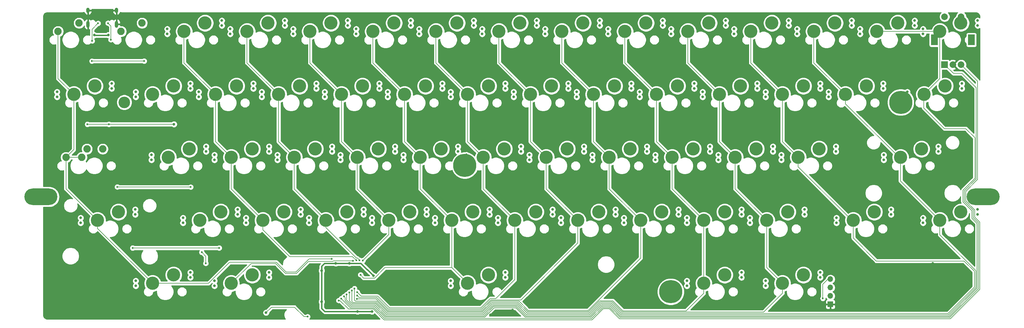
<source format=gbr>
%TF.GenerationSoftware,KiCad,Pcbnew,(5.1.6)-1*%
%TF.CreationDate,2020-09-28T17:44:51+07:00*%
%TF.ProjectId,HHKR,48484b52-2e6b-4696-9361-645f70636258,rev?*%
%TF.SameCoordinates,Original*%
%TF.FileFunction,Copper,L1,Top*%
%TF.FilePolarity,Positive*%
%FSLAX46Y46*%
G04 Gerber Fmt 4.6, Leading zero omitted, Abs format (unit mm)*
G04 Created by KiCad (PCBNEW (5.1.6)-1) date 2020-09-28 17:44:51*
%MOMM*%
%LPD*%
G01*
G04 APERTURE LIST*
%TA.AperFunction,ViaPad*%
%ADD10C,0.800000*%
%TD*%
%TA.AperFunction,ViaPad*%
%ADD11C,4.000000*%
%TD*%
%TA.AperFunction,ComponentPad*%
%ADD12C,7.000240*%
%TD*%
%TA.AperFunction,ComponentPad*%
%ADD13O,9.999980X5.001260*%
%TD*%
%TA.AperFunction,ComponentPad*%
%ADD14C,3.500000*%
%TD*%
%TA.AperFunction,ComponentPad*%
%ADD15C,2.250000*%
%TD*%
%TA.AperFunction,ComponentPad*%
%ADD16O,1.000000X2.100000*%
%TD*%
%TA.AperFunction,ComponentPad*%
%ADD17O,1.000000X1.600000*%
%TD*%
%TA.AperFunction,ComponentPad*%
%ADD18C,2.000000*%
%TD*%
%TA.AperFunction,ComponentPad*%
%ADD19R,2.000000X3.200000*%
%TD*%
%TA.AperFunction,ComponentPad*%
%ADD20R,2.000000X2.000000*%
%TD*%
%TA.AperFunction,ComponentPad*%
%ADD21O,1.700000X1.700000*%
%TD*%
%TA.AperFunction,ComponentPad*%
%ADD22R,1.700000X1.700000*%
%TD*%
%TA.AperFunction,ViaPad*%
%ADD23C,0.600000*%
%TD*%
%TA.AperFunction,Conductor*%
%ADD24C,0.200000*%
%TD*%
%TA.AperFunction,Conductor*%
%ADD25C,0.381000*%
%TD*%
%TA.AperFunction,Conductor*%
%ADD26C,0.254000*%
%TD*%
G04 APERTURE END LIST*
D10*
%TO.N,Net-(D60-Pad2)*%
%TO.C,MX60*%
X288607500Y80518000D03*
%TO.N,COL13*%
X272097500Y77978000D03*
%TO.N,Net-(D60-Pad2)*%
X288607500Y82042000D03*
%TO.N,COL13*%
X272097500Y79502000D03*
D11*
X277177500Y78740000D03*
%TO.N,Net-(D60-Pad2)*%
X283527500Y81280000D03*
%TD*%
D10*
%TO.N,Net-(D30-Pad2)*%
%TO.C,MX30*%
X155257500Y61468000D03*
%TO.N,COL6*%
X138747500Y58928000D03*
%TO.N,Net-(D30-Pad2)*%
X155257500Y62992000D03*
%TO.N,COL6*%
X138747500Y60452000D03*
D11*
X143827500Y59690000D03*
%TO.N,Net-(D30-Pad2)*%
X150177500Y62230000D03*
%TD*%
D12*
%TO.P,H6,1*%
%TO.N,N/C*%
X138250000Y57250000D03*
%TD*%
%TO.P,H5,1*%
%TO.N,N/C*%
X200550000Y19050000D03*
%TD*%
%TO.P,H4,1*%
%TO.N,N/C*%
X270100000Y76350000D03*
%TD*%
D13*
%TO.P,H3,1*%
%TO.N,N/C*%
X295050000Y47750000D03*
%TD*%
%TO.P,H2,1*%
%TO.N,N/C*%
X10050000Y47750000D03*
%TD*%
D14*
%TO.P,H1,1*%
%TO.N,N/C*%
X35250000Y76350000D03*
%TD*%
D10*
%TO.N,Net-(D27-Pad2)*%
%TO.C,MX27*%
X150495000Y24892000D03*
X150495000Y23368000D03*
%TO.N,COL5*%
X133985000Y20828000D03*
D11*
%TO.N,Net-(D27-Pad2)*%
X145415000Y24130000D03*
%TO.N,COL5*%
X139065000Y21590000D03*
D10*
X133985000Y22352000D03*
%TD*%
%TO.N,Net-(D22-Pad2)*%
%TO.C,MX22*%
X126682500Y42418000D03*
%TO.N,COL4*%
X110172500Y39878000D03*
%TO.N,Net-(D22-Pad2)*%
X126682500Y43942000D03*
%TO.N,COL4*%
X110172500Y41402000D03*
D11*
X115252500Y40640000D03*
%TO.N,Net-(D22-Pad2)*%
X121602500Y43180000D03*
%TD*%
D15*
%TO.P,MX61,2*%
%TO.N,Net-(D3-Pad2)*%
X23971250Y62230000D03*
%TO.P,MX61,1*%
%TO.N,COL0*%
X17621250Y59690000D03*
%TD*%
%TO.P,MX3,2*%
%TO.N,Net-(D3-Pad2)*%
X28733750Y62230000D03*
%TO.P,MX3,1*%
%TO.N,COL0*%
X22383750Y59690000D03*
%TD*%
D11*
%TO.N,Net-(D4-Pad2)*%
%TO.C,MX4*%
X33496250Y43180000D03*
D10*
%TO.N,COL0*%
X22066250Y41402000D03*
X22066250Y39878000D03*
D11*
X27146250Y40640000D03*
D10*
%TO.N,Net-(D4-Pad2)*%
X38576250Y43942000D03*
X38576250Y42418000D03*
%TD*%
D11*
%TO.N,Net-(D56-Pad2)*%
%TO.C,MX56*%
X276383750Y62230000D03*
D10*
%TO.N,COL12*%
X264953750Y60452000D03*
X264953750Y58928000D03*
D11*
X270033750Y59690000D03*
D10*
%TO.N,Net-(D56-Pad2)*%
X281463750Y62992000D03*
X281463750Y61468000D03*
%TD*%
D15*
%TO.P,MX6,2*%
%TO.N,Net-(D6-Pad2)*%
X40640000Y100330000D03*
%TO.P,MX6,1*%
%TO.N,COL1*%
X34290000Y97790000D03*
%TD*%
%TO.P,MX1,2*%
%TO.N,Net-(D1-Pad2)*%
X21590000Y100330000D03*
%TO.P,MX1,1*%
%TO.N,COL0*%
X15240000Y97790000D03*
%TD*%
D10*
%TO.N,Net-(D18-Pad2)*%
%TO.C,MX18*%
X107632500Y42418000D03*
%TO.N,COL3*%
X91122500Y39878000D03*
%TO.N,Net-(D18-Pad2)*%
X107632500Y43942000D03*
%TO.N,COL3*%
X91122500Y41402000D03*
D11*
X96202500Y40640000D03*
%TO.N,Net-(D18-Pad2)*%
X102552500Y43180000D03*
%TD*%
D10*
%TO.N,Net-(D17-Pad2)*%
%TO.C,MX17*%
X98107500Y61468000D03*
%TO.N,COL3*%
X81597500Y58928000D03*
%TO.N,Net-(D17-Pad2)*%
X98107500Y62992000D03*
%TO.N,COL3*%
X81597500Y60452000D03*
D11*
X86677500Y59690000D03*
%TO.N,Net-(D17-Pad2)*%
X93027500Y62230000D03*
%TD*%
D10*
%TO.N,Net-(D16-Pad2)*%
%TO.C,MX16*%
X93345000Y80518000D03*
%TO.N,COL3*%
X76835000Y77978000D03*
%TO.N,Net-(D16-Pad2)*%
X93345000Y82042000D03*
%TO.N,COL3*%
X76835000Y79502000D03*
D11*
X81915000Y78740000D03*
%TO.N,Net-(D16-Pad2)*%
X88265000Y81280000D03*
%TD*%
D16*
%TO.P,USB1,13*%
%TO.N,GND*%
X24270000Y99975000D03*
X32910000Y99975000D03*
D17*
X24270000Y104155000D03*
X32910000Y104155000D03*
%TD*%
D18*
%TO.P,SWE1,S1*%
%TO.N,SWE1*%
X288368750Y102250000D03*
%TO.P,SWE1,S2*%
%TO.N,COL13*%
X283368750Y102250000D03*
D19*
%TO.P,SWE1,MP*%
%TO.N,N/C*%
X291468750Y95250000D03*
X280268750Y95250000D03*
D18*
%TO.P,SWE1,B*%
%TO.N,ENCB*%
X288368750Y87750000D03*
%TO.P,SWE1,C*%
%TO.N,GND*%
X285868750Y87750000D03*
D20*
%TO.P,SWE1,A*%
%TO.N,ENCA*%
X283368750Y87750000D03*
%TD*%
D21*
%TO.P,J1,4*%
%TO.N,SDA*%
X248820000Y22860000D03*
%TO.P,J1,3*%
%TO.N,SCL*%
X248820000Y20320000D03*
%TO.P,J1,2*%
%TO.N,+5V*%
X248820000Y17780000D03*
D22*
%TO.P,J1,1*%
%TO.N,GND*%
X248820000Y15240000D03*
%TD*%
D10*
%TO.N,SWE1*%
%TO.C,MX59*%
X293370000Y99568000D03*
%TO.N,COL13*%
X276860000Y97028000D03*
%TO.N,SWE1*%
X293370000Y101092000D03*
%TO.N,COL13*%
X276860000Y98552000D03*
D11*
X281940000Y97790000D03*
%TO.N,SWE1*%
X288290000Y100330000D03*
%TD*%
D10*
%TO.N,Net-(D58-Pad2)*%
%TO.C,MX58*%
X274320000Y99568000D03*
%TO.N,COL13*%
X257810000Y97028000D03*
%TO.N,Net-(D58-Pad2)*%
X274320000Y101092000D03*
%TO.N,COL13*%
X257810000Y98552000D03*
D11*
X262890000Y97790000D03*
%TO.N,Net-(D58-Pad2)*%
X269240000Y100330000D03*
%TD*%
D10*
%TO.N,Net-(D57-Pad2)*%
%TO.C,MX57*%
X293370000Y42418000D03*
%TO.N,COL12*%
X276860000Y39878000D03*
%TO.N,Net-(D57-Pad2)*%
X293370000Y43942000D03*
%TO.N,COL12*%
X276860000Y41402000D03*
D11*
X281940000Y40640000D03*
%TO.N,Net-(D57-Pad2)*%
X288290000Y43180000D03*
%TD*%
D10*
%TO.N,Net-(D55-Pad2)*%
%TO.C,MX55*%
X264795000Y80518000D03*
%TO.N,COL12*%
X248285000Y77978000D03*
%TO.N,Net-(D55-Pad2)*%
X264795000Y82042000D03*
%TO.N,COL12*%
X248285000Y79502000D03*
D11*
X253365000Y78740000D03*
%TO.N,Net-(D55-Pad2)*%
X259715000Y81280000D03*
%TD*%
D10*
%TO.N,Net-(D54-Pad2)*%
%TO.C,MX54*%
X255270000Y99568000D03*
%TO.N,COL12*%
X238760000Y97028000D03*
%TO.N,Net-(D54-Pad2)*%
X255270000Y101092000D03*
%TO.N,COL12*%
X238760000Y98552000D03*
D11*
X243840000Y97790000D03*
%TO.N,Net-(D54-Pad2)*%
X250190000Y100330000D03*
%TD*%
D10*
%TO.N,Net-(D53-Pad2)*%
%TO.C,MX53*%
X267176250Y42418000D03*
%TO.N,COL11*%
X250666250Y39878000D03*
%TO.N,Net-(D53-Pad2)*%
X267176250Y43942000D03*
%TO.N,COL11*%
X250666250Y41402000D03*
D11*
X255746250Y40640000D03*
%TO.N,Net-(D53-Pad2)*%
X262096250Y43180000D03*
%TD*%
D10*
%TO.N,Net-(D52-Pad2)*%
%TO.C,MX52*%
X250507500Y61468000D03*
%TO.N,COL11*%
X233997500Y58928000D03*
%TO.N,Net-(D52-Pad2)*%
X250507500Y62992000D03*
%TO.N,COL11*%
X233997500Y60452000D03*
D11*
X239077500Y59690000D03*
%TO.N,Net-(D52-Pad2)*%
X245427500Y62230000D03*
%TD*%
D10*
%TO.N,Net-(D51-Pad2)*%
%TO.C,MX51*%
X245745000Y80518000D03*
%TO.N,COL11*%
X229235000Y77978000D03*
%TO.N,Net-(D51-Pad2)*%
X245745000Y82042000D03*
%TO.N,COL11*%
X229235000Y79502000D03*
D11*
X234315000Y78740000D03*
%TO.N,Net-(D51-Pad2)*%
X240665000Y81280000D03*
%TD*%
D10*
%TO.N,Net-(D50-Pad2)*%
%TO.C,MX50*%
X236220000Y99568000D03*
%TO.N,COL11*%
X219710000Y97028000D03*
%TO.N,Net-(D50-Pad2)*%
X236220000Y101092000D03*
%TO.N,COL11*%
X219710000Y98552000D03*
D11*
X224790000Y97790000D03*
%TO.N,Net-(D50-Pad2)*%
X231140000Y100330000D03*
%TD*%
D10*
%TO.N,Net-(D49-Pad2)*%
%TO.C,MX49*%
X245745000Y23368000D03*
%TO.N,COL10*%
X229235000Y20828000D03*
%TO.N,Net-(D49-Pad2)*%
X245745000Y24892000D03*
%TO.N,COL10*%
X229235000Y22352000D03*
D11*
X234315000Y21590000D03*
%TO.N,Net-(D49-Pad2)*%
X240665000Y24130000D03*
%TD*%
D10*
%TO.N,Net-(D48-Pad2)*%
%TO.C,MX48*%
X240982500Y42418000D03*
%TO.N,COL10*%
X224472500Y39878000D03*
%TO.N,Net-(D48-Pad2)*%
X240982500Y43942000D03*
%TO.N,COL10*%
X224472500Y41402000D03*
D11*
X229552500Y40640000D03*
%TO.N,Net-(D48-Pad2)*%
X235902500Y43180000D03*
%TD*%
D10*
%TO.N,Net-(D47-Pad2)*%
%TO.C,MX47*%
X231457500Y61468000D03*
%TO.N,COL10*%
X214947500Y58928000D03*
%TO.N,Net-(D47-Pad2)*%
X231457500Y62992000D03*
%TO.N,COL10*%
X214947500Y60452000D03*
D11*
X220027500Y59690000D03*
%TO.N,Net-(D47-Pad2)*%
X226377500Y62230000D03*
%TD*%
D10*
%TO.N,Net-(D46-Pad2)*%
%TO.C,MX46*%
X226695000Y80518000D03*
%TO.N,COL10*%
X210185000Y77978000D03*
%TO.N,Net-(D46-Pad2)*%
X226695000Y82042000D03*
%TO.N,COL10*%
X210185000Y79502000D03*
D11*
X215265000Y78740000D03*
%TO.N,Net-(D46-Pad2)*%
X221615000Y81280000D03*
%TD*%
D10*
%TO.N,Net-(D45-Pad2)*%
%TO.C,MX45*%
X217170000Y99568000D03*
%TO.N,COL10*%
X200660000Y97028000D03*
%TO.N,Net-(D45-Pad2)*%
X217170000Y101092000D03*
%TO.N,COL10*%
X200660000Y98552000D03*
D11*
X205740000Y97790000D03*
%TO.N,Net-(D45-Pad2)*%
X212090000Y100330000D03*
%TD*%
D10*
%TO.N,Net-(D44-Pad2)*%
%TO.C,MX44*%
X221932500Y23368000D03*
%TO.N,COL9*%
X205422500Y20828000D03*
%TO.N,Net-(D44-Pad2)*%
X221932500Y24892000D03*
%TO.N,COL9*%
X205422500Y22352000D03*
D11*
X210502500Y21590000D03*
%TO.N,Net-(D44-Pad2)*%
X216852500Y24130000D03*
%TD*%
D10*
%TO.N,Net-(D43-Pad2)*%
%TO.C,MX43*%
X221932500Y42418000D03*
%TO.N,COL9*%
X205422500Y39878000D03*
%TO.N,Net-(D43-Pad2)*%
X221932500Y43942000D03*
%TO.N,COL9*%
X205422500Y41402000D03*
D11*
X210502500Y40640000D03*
%TO.N,Net-(D43-Pad2)*%
X216852500Y43180000D03*
%TD*%
D10*
%TO.N,Net-(D42-Pad2)*%
%TO.C,MX42*%
X212407500Y61468000D03*
%TO.N,COL9*%
X195897500Y58928000D03*
%TO.N,Net-(D42-Pad2)*%
X212407500Y62992000D03*
%TO.N,COL9*%
X195897500Y60452000D03*
D11*
X200977500Y59690000D03*
%TO.N,Net-(D42-Pad2)*%
X207327500Y62230000D03*
%TD*%
D10*
%TO.N,Net-(D41-Pad2)*%
%TO.C,MX41*%
X207645000Y80518000D03*
%TO.N,COL9*%
X191135000Y77978000D03*
%TO.N,Net-(D41-Pad2)*%
X207645000Y82042000D03*
%TO.N,COL9*%
X191135000Y79502000D03*
D11*
X196215000Y78740000D03*
%TO.N,Net-(D41-Pad2)*%
X202565000Y81280000D03*
%TD*%
D10*
%TO.N,Net-(D40-Pad2)*%
%TO.C,MX40*%
X198120000Y99568000D03*
%TO.N,COL9*%
X181610000Y97028000D03*
%TO.N,Net-(D40-Pad2)*%
X198120000Y101092000D03*
%TO.N,COL9*%
X181610000Y98552000D03*
D11*
X186690000Y97790000D03*
%TO.N,Net-(D40-Pad2)*%
X193040000Y100330000D03*
%TD*%
D10*
%TO.N,Net-(D39-Pad2)*%
%TO.C,MX39*%
X202882500Y42418000D03*
%TO.N,COL8*%
X186372500Y39878000D03*
%TO.N,Net-(D39-Pad2)*%
X202882500Y43942000D03*
%TO.N,COL8*%
X186372500Y41402000D03*
D11*
X191452500Y40640000D03*
%TO.N,Net-(D39-Pad2)*%
X197802500Y43180000D03*
%TD*%
D10*
%TO.N,Net-(D38-Pad2)*%
%TO.C,MX38*%
X193357500Y61468000D03*
%TO.N,COL8*%
X176847500Y58928000D03*
%TO.N,Net-(D38-Pad2)*%
X193357500Y62992000D03*
%TO.N,COL8*%
X176847500Y60452000D03*
D11*
X181927500Y59690000D03*
%TO.N,Net-(D38-Pad2)*%
X188277500Y62230000D03*
%TD*%
D10*
%TO.N,Net-(D37-Pad2)*%
%TO.C,MX37*%
X188595000Y80518000D03*
%TO.N,COL8*%
X172085000Y77978000D03*
%TO.N,Net-(D37-Pad2)*%
X188595000Y82042000D03*
%TO.N,COL8*%
X172085000Y79502000D03*
D11*
X177165000Y78740000D03*
%TO.N,Net-(D37-Pad2)*%
X183515000Y81280000D03*
%TD*%
D10*
%TO.N,Net-(D36-Pad2)*%
%TO.C,MX36*%
X179070000Y99568000D03*
%TO.N,COL8*%
X162560000Y97028000D03*
%TO.N,Net-(D36-Pad2)*%
X179070000Y101092000D03*
%TO.N,COL8*%
X162560000Y98552000D03*
D11*
X167640000Y97790000D03*
%TO.N,Net-(D36-Pad2)*%
X173990000Y100330000D03*
%TD*%
D10*
%TO.N,Net-(D35-Pad2)*%
%TO.C,MX35*%
X183832500Y42418000D03*
%TO.N,COL7*%
X167322500Y39878000D03*
%TO.N,Net-(D35-Pad2)*%
X183832500Y43942000D03*
%TO.N,COL7*%
X167322500Y41402000D03*
D11*
X172402500Y40640000D03*
%TO.N,Net-(D35-Pad2)*%
X178752500Y43180000D03*
%TD*%
D10*
%TO.N,Net-(D34-Pad2)*%
%TO.C,MX34*%
X174307500Y61468000D03*
%TO.N,COL7*%
X157797500Y58928000D03*
%TO.N,Net-(D34-Pad2)*%
X174307500Y62992000D03*
%TO.N,COL7*%
X157797500Y60452000D03*
D11*
X162877500Y59690000D03*
%TO.N,Net-(D34-Pad2)*%
X169227500Y62230000D03*
%TD*%
D10*
%TO.N,Net-(D33-Pad2)*%
%TO.C,MX33*%
X169545000Y80518000D03*
%TO.N,COL7*%
X153035000Y77978000D03*
%TO.N,Net-(D33-Pad2)*%
X169545000Y82042000D03*
%TO.N,COL7*%
X153035000Y79502000D03*
D11*
X158115000Y78740000D03*
%TO.N,Net-(D33-Pad2)*%
X164465000Y81280000D03*
%TD*%
D10*
%TO.N,Net-(D32-Pad2)*%
%TO.C,MX32*%
X160020000Y99568000D03*
%TO.N,COL7*%
X143510000Y97028000D03*
%TO.N,Net-(D32-Pad2)*%
X160020000Y101092000D03*
%TO.N,COL7*%
X143510000Y98552000D03*
D11*
X148590000Y97790000D03*
%TO.N,Net-(D32-Pad2)*%
X154940000Y100330000D03*
%TD*%
D10*
%TO.N,Net-(D31-Pad2)*%
%TO.C,MX31*%
X164782500Y42418000D03*
%TO.N,COL6*%
X148272500Y39878000D03*
%TO.N,Net-(D31-Pad2)*%
X164782500Y43942000D03*
%TO.N,COL6*%
X148272500Y41402000D03*
D11*
X153352500Y40640000D03*
%TO.N,Net-(D31-Pad2)*%
X159702500Y43180000D03*
%TD*%
D10*
%TO.N,Net-(D29-Pad2)*%
%TO.C,MX29*%
X150495000Y80518000D03*
%TO.N,COL6*%
X133985000Y77978000D03*
%TO.N,Net-(D29-Pad2)*%
X150495000Y82042000D03*
%TO.N,COL6*%
X133985000Y79502000D03*
D11*
X139065000Y78740000D03*
%TO.N,Net-(D29-Pad2)*%
X145415000Y81280000D03*
%TD*%
D10*
%TO.N,Net-(D28-Pad2)*%
%TO.C,MX28*%
X140970000Y99568000D03*
%TO.N,COL6*%
X124460000Y97028000D03*
%TO.N,Net-(D28-Pad2)*%
X140970000Y101092000D03*
%TO.N,COL6*%
X124460000Y98552000D03*
D11*
X129540000Y97790000D03*
%TO.N,Net-(D28-Pad2)*%
X135890000Y100330000D03*
%TD*%
D10*
%TO.N,Net-(D26-Pad2)*%
%TO.C,MX26*%
X145732500Y42418000D03*
%TO.N,COL5*%
X129222500Y39878000D03*
%TO.N,Net-(D26-Pad2)*%
X145732500Y43942000D03*
%TO.N,COL5*%
X129222500Y41402000D03*
D11*
X134302500Y40640000D03*
%TO.N,Net-(D26-Pad2)*%
X140652500Y43180000D03*
%TD*%
D10*
%TO.N,Net-(D25-Pad2)*%
%TO.C,MX25*%
X136207500Y61468000D03*
%TO.N,COL5*%
X119697500Y58928000D03*
%TO.N,Net-(D25-Pad2)*%
X136207500Y62992000D03*
%TO.N,COL5*%
X119697500Y60452000D03*
D11*
X124777500Y59690000D03*
%TO.N,Net-(D25-Pad2)*%
X131127500Y62230000D03*
%TD*%
D10*
%TO.N,Net-(D24-Pad2)*%
%TO.C,MX24*%
X131445000Y80518000D03*
%TO.N,COL5*%
X114935000Y77978000D03*
%TO.N,Net-(D24-Pad2)*%
X131445000Y82042000D03*
%TO.N,COL5*%
X114935000Y79502000D03*
D11*
X120015000Y78740000D03*
%TO.N,Net-(D24-Pad2)*%
X126365000Y81280000D03*
%TD*%
D10*
%TO.N,Net-(D23-Pad2)*%
%TO.C,MX23*%
X121920000Y99568000D03*
%TO.N,COL5*%
X105410000Y97028000D03*
%TO.N,Net-(D23-Pad2)*%
X121920000Y101092000D03*
%TO.N,COL5*%
X105410000Y98552000D03*
D11*
X110490000Y97790000D03*
%TO.N,Net-(D23-Pad2)*%
X116840000Y100330000D03*
%TD*%
D10*
%TO.N,Net-(D21-Pad2)*%
%TO.C,MX21*%
X117157500Y61468000D03*
%TO.N,COL4*%
X100647500Y58928000D03*
%TO.N,Net-(D21-Pad2)*%
X117157500Y62992000D03*
%TO.N,COL4*%
X100647500Y60452000D03*
D11*
X105727500Y59690000D03*
%TO.N,Net-(D21-Pad2)*%
X112077500Y62230000D03*
%TD*%
D10*
%TO.N,Net-(D20-Pad2)*%
%TO.C,MX20*%
X112395000Y80518000D03*
%TO.N,COL4*%
X95885000Y77978000D03*
%TO.N,Net-(D20-Pad2)*%
X112395000Y82042000D03*
%TO.N,COL4*%
X95885000Y79502000D03*
D11*
X100965000Y78740000D03*
%TO.N,Net-(D20-Pad2)*%
X107315000Y81280000D03*
%TD*%
D10*
%TO.N,Net-(D19-Pad2)*%
%TO.C,MX19*%
X102870000Y99568000D03*
%TO.N,COL4*%
X86360000Y97028000D03*
%TO.N,Net-(D19-Pad2)*%
X102870000Y101092000D03*
%TO.N,COL4*%
X86360000Y98552000D03*
D11*
X91440000Y97790000D03*
%TO.N,Net-(D19-Pad2)*%
X97790000Y100330000D03*
%TD*%
D10*
%TO.N,Net-(D15-Pad2)*%
%TO.C,MX15*%
X83820000Y99568000D03*
%TO.N,COL3*%
X67310000Y97028000D03*
%TO.N,Net-(D15-Pad2)*%
X83820000Y101092000D03*
%TO.N,COL3*%
X67310000Y98552000D03*
D11*
X72390000Y97790000D03*
%TO.N,Net-(D15-Pad2)*%
X78740000Y100330000D03*
%TD*%
D10*
%TO.N,Net-(D14-Pad2)*%
%TO.C,MX14*%
X88582500Y42418000D03*
%TO.N,COL2*%
X72072500Y39878000D03*
%TO.N,Net-(D14-Pad2)*%
X88582500Y43942000D03*
%TO.N,COL2*%
X72072500Y41402000D03*
D11*
X77152500Y40640000D03*
%TO.N,Net-(D14-Pad2)*%
X83502500Y43180000D03*
%TD*%
D10*
%TO.N,Net-(D13-Pad2)*%
%TO.C,MX13*%
X79057500Y61468000D03*
%TO.N,COL2*%
X62547500Y58928000D03*
%TO.N,Net-(D13-Pad2)*%
X79057500Y62992000D03*
%TO.N,COL2*%
X62547500Y60452000D03*
D11*
X67627500Y59690000D03*
%TO.N,Net-(D13-Pad2)*%
X73977500Y62230000D03*
%TD*%
D10*
%TO.N,Net-(D12-Pad2)*%
%TO.C,MX12*%
X74295000Y80518000D03*
%TO.N,COL2*%
X57785000Y77978000D03*
%TO.N,Net-(D12-Pad2)*%
X74295000Y82042000D03*
%TO.N,COL2*%
X57785000Y79502000D03*
D11*
X62865000Y78740000D03*
%TO.N,Net-(D12-Pad2)*%
X69215000Y81280000D03*
%TD*%
D10*
%TO.N,Net-(D11-Pad2)*%
%TO.C,MX11*%
X64770000Y99568000D03*
%TO.N,COL2*%
X48260000Y97028000D03*
%TO.N,Net-(D11-Pad2)*%
X64770000Y101092000D03*
%TO.N,COL2*%
X48260000Y98552000D03*
D11*
X53340000Y97790000D03*
%TO.N,Net-(D11-Pad2)*%
X59690000Y100330000D03*
%TD*%
D10*
%TO.N,Net-(D10-Pad2)*%
%TO.C,MX10*%
X79057500Y23368000D03*
%TO.N,COL1*%
X62547500Y20828000D03*
%TO.N,Net-(D10-Pad2)*%
X79057500Y24892000D03*
%TO.N,COL1*%
X62547500Y22352000D03*
D11*
X67627500Y21590000D03*
%TO.N,Net-(D10-Pad2)*%
X73977500Y24130000D03*
%TD*%
D10*
%TO.N,Net-(D9-Pad2)*%
%TO.C,MX9*%
X69532500Y42418000D03*
%TO.N,COL1*%
X53022500Y39878000D03*
%TO.N,Net-(D9-Pad2)*%
X69532500Y43942000D03*
%TO.N,COL1*%
X53022500Y41402000D03*
D11*
X58102500Y40640000D03*
%TO.N,Net-(D9-Pad2)*%
X64452500Y43180000D03*
%TD*%
D10*
%TO.N,Net-(D8-Pad2)*%
%TO.C,MX8*%
X60007500Y61468000D03*
%TO.N,COL1*%
X43497500Y58928000D03*
%TO.N,Net-(D8-Pad2)*%
X60007500Y62992000D03*
%TO.N,COL1*%
X43497500Y60452000D03*
D11*
X48577500Y59690000D03*
%TO.N,Net-(D8-Pad2)*%
X54927500Y62230000D03*
%TD*%
D10*
%TO.N,Net-(D7-Pad2)*%
%TO.C,MX7*%
X55245000Y80518000D03*
%TO.N,COL1*%
X38735000Y77978000D03*
%TO.N,Net-(D7-Pad2)*%
X55245000Y82042000D03*
%TO.N,COL1*%
X38735000Y79502000D03*
D11*
X43815000Y78740000D03*
%TO.N,Net-(D7-Pad2)*%
X50165000Y81280000D03*
%TD*%
D10*
%TO.N,Net-(D5-Pad2)*%
%TO.C,MX5*%
X55245000Y23368000D03*
%TO.N,COL0*%
X38735000Y20828000D03*
%TO.N,Net-(D5-Pad2)*%
X55245000Y24892000D03*
%TO.N,COL0*%
X38735000Y22352000D03*
D11*
X43815000Y21590000D03*
%TO.N,Net-(D5-Pad2)*%
X50165000Y24130000D03*
%TD*%
D10*
%TO.N,Net-(D2-Pad2)*%
%TO.C,MX2*%
X31432500Y80518000D03*
%TO.N,COL0*%
X14922500Y77978000D03*
%TO.N,Net-(D2-Pad2)*%
X31432500Y82042000D03*
%TO.N,COL0*%
X14922500Y79502000D03*
D11*
X20002500Y78740000D03*
%TO.N,Net-(D2-Pad2)*%
X26352500Y81280000D03*
%TD*%
D23*
%TO.N,ROW0*%
X25457500Y88837500D03*
X41280000Y88840000D03*
D10*
%TO.N,ROW1*%
X50280000Y69720000D03*
D23*
X30620000Y69720000D03*
X24110000Y69720000D03*
%TO.N,ROW2*%
X33130000Y50760000D03*
X55337500Y50737500D03*
%TO.N,ROW3*%
X63990000Y32300000D03*
X37780000Y32300000D03*
D10*
%TO.N,ROW4*%
X78140000Y12720000D03*
D23*
X90700000Y11520000D03*
%TO.N,COL0*%
X97990000Y28971800D03*
%TO.N,COL1*%
X104420000Y28423700D03*
X58680000Y30990000D03*
X59900000Y27650000D03*
%TO.N,COL2*%
X105417231Y28532984D03*
%TO.N,COL3*%
X106417908Y28604116D03*
%TO.N,COL4*%
X107413924Y28484257D03*
%TO.N,COL5*%
X106730000Y24200000D03*
%TO.N,COL6*%
X105707586Y18923152D03*
%TO.N,COL7*%
X105670000Y17920000D03*
%TO.N,COL8*%
X105617105Y16915661D03*
%TO.N,COL9*%
X104900000Y20032995D03*
%TO.N,COL10*%
X104100000Y19426721D03*
%TO.N,COL11*%
X103300000Y18821602D03*
D10*
%TO.N,GND*%
X146010000Y12040000D03*
X152660000Y13459380D03*
X130420000Y29030000D03*
X121300000Y29010000D03*
X279750000Y27646800D03*
X279750000Y30984300D03*
X275200000Y45780000D03*
X291560000Y76970000D03*
X291580000Y73490000D03*
X57550000Y30828200D03*
X58380000Y28387590D03*
X17650000Y85900000D03*
X33390000Y85630000D03*
%TO.N,+5V*%
X94960000Y25450000D03*
X99220000Y27630000D03*
X103310000Y27630000D03*
X94960000Y16030000D03*
X105790000Y13070000D03*
X110612238Y23867762D03*
X110210000Y13090000D03*
D23*
%TO.N,SDA*%
X246542238Y17047762D03*
%TO.N,Net-(R1-Pad2)*%
X27340000Y100240000D03*
X25560000Y94960000D03*
%TO.N,Net-(R2-Pad2)*%
X30340000Y100320000D03*
X31190000Y95300000D03*
%TO.N,ENCA*%
X100900000Y16976644D03*
%TO.N,ENCB*%
X100100000Y16400000D03*
%TO.N,COL12*%
X102499953Y18215236D03*
%TO.N,COL13*%
X101700000Y17610459D03*
D10*
%TO.N,VCC*%
X30444269Y96705731D03*
X26239999Y96690000D03*
%TD*%
D24*
%TO.N,ROW0*%
X25460000Y88840000D02*
X41280000Y88840000D01*
X41280000Y88840000D02*
X41340000Y88900000D01*
X25460000Y88840000D02*
X25457500Y88837500D01*
%TO.N,ROW1*%
X30620000Y69720000D02*
X50280000Y69720000D01*
X30620000Y69720000D02*
X25990000Y69720000D01*
X25990000Y69720000D02*
X24110000Y69720000D01*
X24110000Y69720000D02*
X24090000Y69700000D01*
%TO.N,ROW2*%
X55310000Y50710000D02*
X33180000Y50710000D01*
X33180000Y50710000D02*
X33130000Y50760000D01*
X55310000Y50710000D02*
X55337500Y50737500D01*
%TO.N,ROW3*%
X37780000Y32300000D02*
X63990000Y32300000D01*
X63990000Y32300000D02*
X64010000Y32280000D01*
%TO.N,ROW4*%
X89590000Y11520000D02*
X86730000Y14380000D01*
X86730000Y14380000D02*
X79800000Y14380000D01*
X79800000Y14380000D02*
X78140000Y12720000D01*
X90700000Y11520000D02*
X89590000Y11520000D01*
%TO.N,COL0*%
X15240000Y83502500D02*
X20002500Y78740000D01*
X15240000Y97790000D02*
X15240000Y83502500D01*
X20002500Y62071250D02*
X17621250Y59690000D01*
X20002500Y78740000D02*
X20002500Y62071250D01*
X17621250Y50165000D02*
X27146250Y40640000D01*
X17621250Y59690000D02*
X17621250Y50165000D01*
X22383750Y59690000D02*
X17621250Y59690000D01*
X27146250Y38258750D02*
X43815000Y21590000D01*
X27146250Y40640000D02*
X27146250Y38258750D01*
X84242101Y25007899D02*
X87177899Y25007899D01*
X87177899Y25007899D02*
X91141800Y28971800D01*
X81280000Y27970000D02*
X84242101Y25007899D01*
X91141800Y28971800D02*
X97990000Y28971800D01*
X60744762Y21590000D02*
X67124762Y27970000D01*
X67124762Y27970000D02*
X81280000Y27970000D01*
X43815000Y21590000D02*
X60744762Y21590000D01*
%TO.N,COL1*%
X58680000Y30990000D02*
X59900000Y29770000D01*
X59900000Y29770000D02*
X59900000Y27650000D01*
X67627500Y21590000D02*
X73604290Y27566790D01*
X84075086Y24604689D02*
X87344914Y24604689D01*
X73604290Y27566790D02*
X81112986Y27566790D01*
X87344914Y24604689D02*
X87581109Y24840885D01*
X81112986Y27566790D02*
X84075086Y24604689D01*
X98482638Y28423700D02*
X104420000Y28423700D01*
X98327537Y28268599D02*
X98482638Y28423700D01*
X87581109Y24840885D02*
X91008823Y28268599D01*
X91008823Y28268599D02*
X98327537Y28268599D01*
%TO.N,COL2*%
X53340000Y88265000D02*
X62865000Y78740000D01*
X53340000Y97790000D02*
X53340000Y88265000D01*
X62865000Y64452500D02*
X67627500Y59690000D01*
X62865000Y78740000D02*
X62865000Y64452500D01*
X67627500Y50165000D02*
X77152500Y40640000D01*
X67627500Y59690000D02*
X67627500Y50165000D01*
X85289072Y29675001D02*
X104275214Y29675001D01*
X77152500Y40640000D02*
X77152500Y37811573D01*
X104275214Y29675001D02*
X105417231Y28532984D01*
X77152500Y37811573D02*
X85289072Y29675001D01*
%TO.N,COL3*%
X72390000Y88265000D02*
X81915000Y78740000D01*
X72390000Y97790000D02*
X72390000Y88265000D01*
X81915000Y64452500D02*
X86677500Y59690000D01*
X81915000Y78740000D02*
X81915000Y64452500D01*
X86677500Y50165000D02*
X96202500Y40640000D01*
X86677500Y59690000D02*
X86677500Y50165000D01*
X105785839Y29236185D02*
X106417908Y28604116D01*
X105476605Y29236185D02*
X105785839Y29236185D01*
X96202500Y40640000D02*
X96202500Y38510290D01*
X96202500Y38510290D02*
X105476605Y29236185D01*
%TO.N,COL4*%
X91440000Y88265000D02*
X100965000Y78740000D01*
X91440000Y97790000D02*
X91440000Y88265000D01*
X100965000Y64452500D02*
X105727500Y59690000D01*
X100965000Y78740000D02*
X100965000Y64452500D01*
X105727500Y50165000D02*
X115252500Y40640000D01*
X105727500Y59690000D02*
X105727500Y50165000D01*
X115252500Y40640000D02*
X115252500Y36322833D01*
X115252500Y36322833D02*
X107413924Y28484257D01*
%TO.N,COL5*%
X110490000Y88265000D02*
X120015000Y78740000D01*
X110490000Y97790000D02*
X110490000Y88265000D01*
X120015000Y64452500D02*
X124777500Y59690000D01*
X120015000Y78740000D02*
X120015000Y64452500D01*
X124777500Y50165000D02*
X134302500Y40640000D01*
X124777500Y59690000D02*
X124777500Y50165000D01*
X134302500Y26352500D02*
X139065000Y21590000D01*
X134302500Y40640000D02*
X134302500Y26352500D01*
X107685439Y23164561D02*
X110944561Y23164561D01*
X106690000Y24160000D02*
X107685439Y23164561D01*
X114132500Y26352500D02*
X134302500Y26352500D01*
X110944561Y23164561D02*
X114132500Y26352500D01*
X106690000Y24160000D02*
X106730000Y24200000D01*
%TO.N,COL6*%
X129540000Y88265000D02*
X139065000Y78740000D01*
X129540000Y97790000D02*
X129540000Y88265000D01*
X139065000Y64452500D02*
X143827500Y59690000D01*
X139065000Y78740000D02*
X139065000Y64452500D01*
X143827500Y50165000D02*
X153352500Y40640000D01*
X143827500Y59690000D02*
X143827500Y50165000D01*
X105680031Y18923152D02*
X106881102Y17722081D01*
X106881102Y17722081D02*
X111857919Y17722081D01*
X111857919Y17722081D02*
X115411110Y14168890D01*
X143117317Y14168890D02*
X145933476Y16985050D01*
X115411110Y14168890D02*
X143117317Y14168890D01*
X153352500Y22703762D02*
X153352500Y40640000D01*
X147633788Y16985050D02*
X153352500Y22703762D01*
X145933476Y16985050D02*
X147633788Y16985050D01*
X105680031Y18923152D02*
X105707586Y18923152D01*
%TO.N,COL7*%
X148590000Y88265000D02*
X158115000Y78740000D01*
X148590000Y97790000D02*
X148590000Y88265000D01*
X158115000Y64452500D02*
X162877500Y59690000D01*
X158115000Y78740000D02*
X158115000Y64452500D01*
X162877500Y50165000D02*
X172402500Y40640000D01*
X162877500Y59690000D02*
X162877500Y50165000D01*
X105670000Y17920000D02*
X106271129Y17318871D01*
X111662463Y17318871D02*
X111898658Y17082675D01*
X106271129Y17318871D02*
X111662463Y17318871D01*
X111898658Y17082675D02*
X115215653Y13765680D01*
X146100491Y16581840D02*
X155208160Y16581840D01*
X115215653Y13765680D02*
X143284332Y13765680D01*
X143284332Y13765680D02*
X146100491Y16581840D01*
X172402500Y33776180D02*
X172402500Y40640000D01*
X155208160Y16581840D02*
X172402500Y33776180D01*
%TO.N,COL8*%
X167640000Y88265000D02*
X177165000Y78740000D01*
X167640000Y97790000D02*
X167640000Y88265000D01*
X177165000Y64452500D02*
X181927500Y59690000D01*
X177165000Y78740000D02*
X177165000Y64452500D01*
X181927500Y50165000D02*
X191452500Y40640000D01*
X181927500Y59690000D02*
X181927500Y50165000D01*
X105617105Y16915661D02*
X111495448Y16915661D01*
X111495448Y16915661D02*
X115048639Y13362470D01*
X115048639Y13362470D02*
X143451347Y13362470D01*
X154611370Y16178630D02*
X157427530Y13362470D01*
X143451347Y13362470D02*
X146267506Y16178630D01*
X146267506Y16178630D02*
X154611370Y16178630D01*
X175552246Y13362470D02*
X191452500Y29262724D01*
X191452500Y29262724D02*
X191452500Y40640000D01*
X157427530Y13362470D02*
X175552246Y13362470D01*
%TO.N,COL9*%
X186690000Y88265000D02*
X196215000Y78740000D01*
X186690000Y97790000D02*
X186690000Y88265000D01*
X196215000Y64452500D02*
X200977500Y59690000D01*
X196215000Y78740000D02*
X196215000Y64452500D01*
X200977500Y50165000D02*
X210502500Y40640000D01*
X200977500Y59690000D02*
X200977500Y50165000D01*
X210502500Y40640000D02*
X210502500Y21590000D01*
X104894074Y16548387D02*
X104894074Y20038921D01*
X105230000Y16212461D02*
X104894074Y16548387D01*
X104894074Y20038921D02*
X104900000Y20032995D01*
X143618362Y12959260D02*
X114881625Y12959260D01*
X146434521Y15775420D02*
X143618362Y12959260D01*
X154424805Y15775420D02*
X146434521Y15775420D01*
X114881625Y12959260D02*
X111628424Y16212461D01*
X187020965Y13269260D02*
X187017015Y13273210D01*
X179071474Y16311474D02*
X175719260Y12959260D01*
X111628424Y16212461D02*
X105230000Y16212461D01*
X210502500Y18576262D02*
X205195498Y13269260D01*
X157240964Y12959260D02*
X154424805Y15775420D01*
X205195498Y13269260D02*
X187020965Y13269260D01*
X187017015Y13273210D02*
X186076790Y13273210D01*
X210502500Y21590000D02*
X210502500Y18576262D01*
X186076790Y13273210D02*
X183038526Y16311474D01*
X183038526Y16311474D02*
X179071474Y16311474D01*
X175719260Y12959260D02*
X157240964Y12959260D01*
%TO.N,COL10*%
X205740000Y88265000D02*
X215265000Y78740000D01*
X205740000Y97790000D02*
X205740000Y88265000D01*
X215265000Y64452500D02*
X220027500Y59690000D01*
X215265000Y78740000D02*
X215265000Y64452500D01*
X220027500Y50165000D02*
X229552500Y40640000D01*
X220027500Y59690000D02*
X220027500Y50165000D01*
X229552500Y26352500D02*
X234315000Y21590000D01*
X229552500Y40640000D02*
X229552500Y26352500D01*
X104097100Y19429621D02*
X104097100Y16084846D01*
X104372695Y15809251D02*
X111461409Y15809251D01*
X104097100Y16084846D02*
X104372695Y15809251D01*
X111461409Y15777813D02*
X114683172Y12556050D01*
X111461409Y15809251D02*
X111461409Y15777813D01*
X114683172Y12556050D02*
X143785376Y12556050D01*
X154257790Y15372210D02*
X157073950Y12556050D01*
X143785376Y12556050D02*
X146601536Y15372210D01*
X146601536Y15372210D02*
X154257790Y15372210D01*
X157073950Y12556050D02*
X175905826Y12556050D01*
X179258039Y15908264D02*
X182857898Y15908264D01*
X175905826Y12556050D02*
X179258039Y15908264D01*
X182857898Y15908264D02*
X185896162Y12870000D01*
X186850000Y12870000D02*
X186853950Y12866050D01*
X185896162Y12870000D02*
X186850000Y12870000D01*
X234315000Y18576262D02*
X234315000Y21590000D01*
X228604788Y12866050D02*
X234315000Y18576262D01*
X186853950Y12866050D02*
X228604788Y12866050D01*
X104097100Y19429621D02*
X104100000Y19426721D01*
%TO.N,COL11*%
X224790000Y88265000D02*
X234315000Y78740000D01*
X224790000Y97790000D02*
X224790000Y88265000D01*
X234315000Y64452500D02*
X239077500Y59690000D01*
X234315000Y78740000D02*
X234315000Y64452500D01*
X255299073Y40640000D02*
X255746250Y40640000D01*
X239077500Y56861573D02*
X255299073Y40640000D01*
X239077500Y59690000D02*
X239077500Y56861573D01*
X103296476Y16315246D02*
X103296476Y18825126D01*
X156882127Y12152840D02*
X154065966Y14969001D01*
X103296476Y18825126D02*
X103300000Y18821602D01*
X154065966Y14969001D02*
X146768551Y14969001D01*
X176072840Y12152840D02*
X156882127Y12152840D01*
X114516156Y12152840D02*
X111262956Y15406041D01*
X289269776Y28350000D02*
X292377160Y25242616D01*
X182684946Y15505054D02*
X179425054Y15505054D01*
X262710000Y28350000D02*
X289269776Y28350000D01*
X255746250Y35313750D02*
X262710000Y28350000D01*
X292377160Y25242616D02*
X292377160Y20428056D01*
X284411944Y12462840D02*
X185727160Y12462840D01*
X111262956Y15406041D02*
X104205681Y15406041D01*
X143952391Y12152840D02*
X114516156Y12152840D01*
X255746250Y40640000D02*
X255746250Y35313750D01*
X104205681Y15406041D02*
X103296476Y16315246D01*
X146768551Y14969001D02*
X143952391Y12152840D01*
X292377160Y20428056D02*
X284411944Y12462840D01*
X185727160Y12462840D02*
X182684946Y15505054D01*
X179425054Y15505054D02*
X176072840Y12152840D01*
D25*
%TO.N,GND*%
X17670000Y85880000D02*
X18120000Y85430000D01*
X18120000Y85430000D02*
X33190000Y85430000D01*
X33190000Y85430000D02*
X33390000Y85630000D01*
X146010000Y12040000D02*
X147429380Y13459380D01*
X147429380Y13459380D02*
X152660000Y13459380D01*
X130420000Y29030000D02*
X121320000Y29030000D01*
X121320000Y29030000D02*
X121300000Y29010000D01*
X248820000Y15240000D02*
X267343200Y15240000D01*
X267343200Y15240000D02*
X279750000Y27646800D01*
X279750000Y30984300D02*
X275200000Y35534300D01*
X275200000Y35534300D02*
X275200000Y45780000D01*
X291560000Y73510000D02*
X291580000Y73490000D01*
X291560000Y76970000D02*
X291560000Y73510000D01*
X58380000Y28487590D02*
X58380000Y28387590D01*
X57550000Y29317590D02*
X58380000Y28487590D01*
X57550000Y30828200D02*
X57550000Y29317590D01*
X17670000Y85880000D02*
X17650000Y85900000D01*
%TO.N,+5V*%
X94960000Y25450000D02*
X94960000Y26750000D01*
X94960000Y26750000D02*
X95840000Y27630000D01*
X95840000Y27630000D02*
X99220000Y27630000D01*
X99220000Y27630000D02*
X103310000Y27630000D01*
X94960000Y25450000D02*
X94960000Y16030000D01*
X94960000Y16030000D02*
X94960000Y14010000D01*
X94960000Y14010000D02*
X95900000Y13070000D01*
X95900000Y13070000D02*
X105790000Y13070000D01*
X103310000Y27630000D02*
X106850000Y27630000D01*
X106850000Y27630000D02*
X110612238Y23867762D01*
X105790000Y13070000D02*
X110190000Y13070000D01*
X110190000Y13070000D02*
X110210000Y13090000D01*
D24*
%TO.N,SDA*%
X246542238Y17047762D02*
X246542238Y21312238D01*
X248090000Y22860000D02*
X248820000Y22860000D01*
X246542238Y21312238D02*
X248090000Y22860000D01*
%TO.N,Net-(R1-Pad2)*%
X25536799Y94983201D02*
X25560000Y94960000D01*
X27340000Y100240000D02*
X25536799Y98436799D01*
X25536799Y98436799D02*
X25536799Y94983201D01*
%TO.N,Net-(R2-Pad2)*%
X30340000Y100320000D02*
X31220000Y99440000D01*
X31220000Y99440000D02*
X31220000Y95330000D01*
X31220000Y95330000D02*
X31190000Y95300000D01*
%TO.N,ENCA*%
X100912203Y16988847D02*
X100900000Y16976644D01*
X103704639Y14196411D02*
X100912203Y16988847D01*
X176578728Y10943210D02*
X114015112Y10943210D01*
X182174814Y14295411D02*
X179930928Y14295411D01*
X284912986Y11253210D02*
X185217014Y11253210D01*
X114015112Y10943210D02*
X110761911Y14196411D01*
X293586790Y19927014D02*
X284912986Y11253210D01*
X179930928Y14295411D02*
X176578728Y10943210D01*
X292946790Y80773210D02*
X292946790Y53195112D01*
X286008750Y85110000D02*
X288610000Y85110000D01*
X288610000Y85110000D02*
X292946790Y80773210D01*
X185217014Y11253210D02*
X182174814Y14295411D01*
X283368750Y87750000D02*
X286008750Y85110000D01*
X289343590Y49591912D02*
X289343590Y46421597D01*
X292946790Y53195112D02*
X289343590Y49591912D01*
X289343590Y46421597D02*
X292040000Y43725188D01*
X110761911Y14196411D02*
X103704639Y14196411D01*
X292040000Y43725188D02*
X292040000Y41469776D01*
X292040000Y41469776D02*
X293586790Y39922986D01*
X293586790Y39922986D02*
X293586790Y19927014D01*
%TO.N,ENCB*%
X293350000Y53020000D02*
X293350000Y82768750D01*
X289746800Y49416800D02*
X293350000Y53020000D01*
X289746800Y46588612D02*
X289746800Y49416800D01*
X292490000Y43845412D02*
X289746800Y46588612D01*
X292490000Y41590000D02*
X292490000Y43845412D01*
X293990000Y40090000D02*
X292490000Y41590000D01*
X293990000Y19760000D02*
X293990000Y40090000D01*
X103067111Y13793201D02*
X110586799Y13793201D01*
X100100000Y16400000D02*
X100460312Y16400000D01*
X113840000Y10540000D02*
X176745742Y10540000D01*
X180097943Y13892201D02*
X182007799Y13892201D01*
X293350000Y82768750D02*
X288368750Y87750000D01*
X100460312Y16400000D02*
X103067111Y13793201D01*
X110586799Y13793201D02*
X113840000Y10540000D01*
X176745742Y10540000D02*
X180097943Y13892201D01*
X182007799Y13892201D02*
X185050000Y10850000D01*
X185050000Y10850000D02*
X285080000Y10850000D01*
X285080000Y10850000D02*
X293990000Y19760000D01*
%TO.N,COL12*%
X243840000Y88265000D02*
X253365000Y78740000D01*
X243840000Y97790000D02*
X243840000Y88265000D01*
X269586573Y59690000D02*
X270033750Y59690000D01*
X253365000Y75911573D02*
X269586573Y59690000D01*
X253365000Y78740000D02*
X253365000Y75911573D01*
X270033750Y52546250D02*
X281940000Y40640000D01*
X270033750Y59690000D02*
X270033750Y52546250D01*
X102499953Y18215236D02*
X102501347Y18213842D01*
X102501347Y18213842D02*
X102501347Y16540151D01*
X111095941Y15002831D02*
X114349142Y11749630D01*
X102501347Y16540151D02*
X104038667Y15002831D01*
X104038667Y15002831D02*
X111095941Y15002831D01*
X114349142Y11749630D02*
X144119406Y11749630D01*
X146935566Y14565791D02*
X153898951Y14565791D01*
X144119406Y11749630D02*
X146935566Y14565791D01*
X153898951Y14565791D02*
X153898951Y14541274D01*
X153898951Y14541274D02*
X156690595Y11749630D01*
X156690595Y11749630D02*
X176244699Y11749630D01*
X182508829Y15101844D02*
X182745024Y14865648D01*
X176244699Y11749630D02*
X179596912Y15101844D01*
X179596912Y15101844D02*
X182508829Y15101844D01*
X182745024Y14865648D02*
X185551042Y12059630D01*
X185551042Y12059630D02*
X284578958Y12059630D01*
X284578958Y12059630D02*
X292780370Y20261042D01*
X292780370Y20261042D02*
X292780370Y25409630D01*
X281940000Y36250000D02*
X281940000Y40640000D01*
X292780370Y25409630D02*
X281940000Y36250000D01*
%TO.N,COL13*%
X262890000Y97790000D02*
X281940000Y97790000D01*
X281940000Y83502500D02*
X277177500Y78740000D01*
X281940000Y97790000D02*
X281940000Y83502500D01*
X101698138Y17612321D02*
X101700000Y17610459D01*
X102098137Y17212322D02*
X101698138Y17612321D01*
X102098137Y16373137D02*
X102098137Y17212322D01*
X103871653Y14599621D02*
X102098137Y16373137D01*
X110928926Y14599621D02*
X103871653Y14599621D01*
X291636790Y41302761D02*
X293183580Y39755972D01*
X284745972Y11656420D02*
X185384028Y11656420D01*
X291636790Y43558173D02*
X291636790Y41302761D01*
X288940380Y46254582D02*
X291636790Y43558173D01*
X153707419Y14162581D02*
X147102581Y14162581D01*
X288940380Y49758927D02*
X288940380Y46254582D01*
X292543580Y65646420D02*
X292543580Y53362126D01*
X277080000Y74640000D02*
X283330000Y68390000D01*
X283330000Y68390000D02*
X289800000Y68390000D01*
X277080000Y78740000D02*
X277080000Y74640000D01*
X289800000Y68390000D02*
X292543580Y65646420D01*
X293183580Y39755972D02*
X293183580Y20094028D01*
X179763927Y14698634D02*
X176411713Y11346420D01*
X293183580Y20094028D02*
X284745972Y11656420D01*
X185384028Y11656420D02*
X182341814Y14698634D01*
X182341814Y14698634D02*
X179763927Y14698634D01*
X292543580Y53362126D02*
X288940380Y49758927D01*
X176411713Y11346420D02*
X156523580Y11346420D01*
X156523580Y11346420D02*
X153707419Y14162581D01*
X144286420Y11346420D02*
X114182127Y11346420D01*
X147102581Y14162581D02*
X144286420Y11346420D01*
X114182127Y11346420D02*
X110928926Y14599621D01*
D25*
%TO.N,VCC*%
X30444269Y96675731D02*
X30444269Y96705731D01*
X26194980Y96635020D02*
X30484980Y96635020D01*
X30484980Y96635020D02*
X30444269Y96675731D01*
X26194980Y96635020D02*
X26194980Y96644981D01*
X26194980Y96644981D02*
X26239999Y96690000D01*
%TD*%
D26*
%TO.N,GND*%
G36*
X31775000Y104282000D02*
G01*
X32783000Y104282000D01*
X32783000Y104302000D01*
X33037000Y104302000D01*
X33037000Y104282000D01*
X33057000Y104282000D01*
X33057000Y104028000D01*
X33037000Y104028000D01*
X33037000Y102887046D01*
X33211874Y102760881D01*
X33434976Y102840724D01*
X33622764Y102962631D01*
X33783161Y103118831D01*
X33910003Y103303322D01*
X33998415Y103509013D01*
X34019943Y103610214D01*
X34168328Y103565414D01*
X34233720Y103552466D01*
X34298836Y103538625D01*
X34309042Y103537552D01*
X34503275Y103518507D01*
X34503277Y103518507D01*
X34538895Y103514999D01*
X282321510Y103514999D01*
X282098763Y103292252D01*
X281919832Y103024463D01*
X281796582Y102726912D01*
X281733750Y102411033D01*
X281733750Y102088967D01*
X281796582Y101773088D01*
X281919832Y101475537D01*
X282098763Y101207748D01*
X282326498Y100980013D01*
X282594287Y100801082D01*
X282891838Y100677832D01*
X283207717Y100615000D01*
X283529783Y100615000D01*
X283845662Y100677832D01*
X284143213Y100801082D01*
X284411002Y100980013D01*
X284638737Y101207748D01*
X284817668Y101475537D01*
X284940918Y101773088D01*
X285003750Y102088967D01*
X285003750Y102411033D01*
X284940918Y102726912D01*
X284817668Y103024463D01*
X284638737Y103292252D01*
X284415990Y103514999D01*
X287321510Y103514999D01*
X287098763Y103292252D01*
X286919832Y103024463D01*
X286796582Y102726912D01*
X286744808Y102466623D01*
X286610285Y102376738D01*
X286243262Y102009715D01*
X285954893Y101578141D01*
X285756261Y101098601D01*
X285655000Y100589525D01*
X285655000Y100070475D01*
X285756261Y99561399D01*
X285954893Y99081859D01*
X286243262Y98650285D01*
X286610285Y98283262D01*
X287041859Y97994893D01*
X287521399Y97796261D01*
X288030475Y97695000D01*
X288549525Y97695000D01*
X289058601Y97796261D01*
X289538141Y97994893D01*
X289969715Y98283262D01*
X290336738Y98650285D01*
X290625107Y99081859D01*
X290823739Y99561399D01*
X290925000Y100070475D01*
X290925000Y100589525D01*
X290823739Y101098601D01*
X290625107Y101578141D01*
X290336738Y102009715D01*
X290003750Y102342703D01*
X290003750Y102411033D01*
X289940918Y102726912D01*
X289817668Y103024463D01*
X289638737Y103292252D01*
X289415990Y103514999D01*
X292714053Y103514999D01*
X292995021Y103487450D01*
X293230712Y103416291D01*
X293448089Y103300708D01*
X293638879Y103145104D01*
X293795811Y102955406D01*
X293912906Y102738842D01*
X293985709Y102503655D01*
X294015000Y102224971D01*
X294015000Y101905809D01*
X293860256Y102009205D01*
X293671898Y102087226D01*
X293471939Y102127000D01*
X293268061Y102127000D01*
X293068102Y102087226D01*
X292879744Y102009205D01*
X292710226Y101895937D01*
X292566063Y101751774D01*
X292452795Y101582256D01*
X292374774Y101393898D01*
X292335000Y101193939D01*
X292335000Y100990061D01*
X292374774Y100790102D01*
X292452795Y100601744D01*
X292566063Y100432226D01*
X292668289Y100330000D01*
X292566063Y100227774D01*
X292452795Y100058256D01*
X292374774Y99869898D01*
X292335000Y99669939D01*
X292335000Y99466061D01*
X292374774Y99266102D01*
X292452795Y99077744D01*
X292566063Y98908226D01*
X292710226Y98764063D01*
X292879744Y98650795D01*
X293068102Y98572774D01*
X293268061Y98533000D01*
X293471939Y98533000D01*
X293671898Y98572774D01*
X293860256Y98650795D01*
X294015000Y98754191D01*
X294015000Y83083818D01*
X293964087Y83179070D01*
X293872238Y83290988D01*
X293844193Y83314004D01*
X289924572Y87233625D01*
X289940918Y87273088D01*
X290003750Y87588967D01*
X290003750Y87911033D01*
X289940918Y88226912D01*
X289817668Y88524463D01*
X289638737Y88792252D01*
X289411002Y89019987D01*
X289143213Y89198918D01*
X288845662Y89322168D01*
X288529783Y89385000D01*
X288207717Y89385000D01*
X287891838Y89322168D01*
X287594287Y89198918D01*
X287326498Y89019987D01*
X287098763Y88792252D01*
X287033825Y88695065D01*
X287004163Y88705808D01*
X286048355Y87750000D01*
X287004163Y86794192D01*
X287033825Y86804935D01*
X287098763Y86707748D01*
X287326498Y86480013D01*
X287594287Y86301082D01*
X287891838Y86177832D01*
X288207717Y86115000D01*
X288529783Y86115000D01*
X288845662Y86177832D01*
X288885125Y86194178D01*
X292615001Y82464302D01*
X292615001Y82144446D01*
X289155259Y85604187D01*
X289132238Y85632238D01*
X289020320Y85724087D01*
X288892633Y85792337D01*
X288754085Y85834365D01*
X288646105Y85845000D01*
X288610000Y85848556D01*
X288573895Y85845000D01*
X286313197Y85845000D01*
X286035616Y86122581D01*
X286250425Y86152039D01*
X286554838Y86257205D01*
X286728794Y86350186D01*
X286824558Y86614587D01*
X285868750Y87570395D01*
X285854608Y87556253D01*
X285675003Y87735858D01*
X285689145Y87750000D01*
X285675003Y87764143D01*
X285854608Y87943748D01*
X285868750Y87929605D01*
X286824558Y88885413D01*
X286728794Y89149814D01*
X286439179Y89290704D01*
X286127642Y89372384D01*
X285806155Y89391718D01*
X285487075Y89347961D01*
X285182662Y89242795D01*
X285008706Y89149814D01*
X284954726Y89000777D01*
X284899287Y89104494D01*
X284819935Y89201185D01*
X284723244Y89280537D01*
X284612930Y89339502D01*
X284493232Y89375812D01*
X284368750Y89388072D01*
X282675000Y89388072D01*
X282675000Y95249577D01*
X282708601Y95256261D01*
X283121100Y95427124D01*
X283121100Y94991076D01*
X283222127Y94483178D01*
X283420299Y94004749D01*
X283708000Y93574174D01*
X284074174Y93208000D01*
X284504749Y92920299D01*
X284983178Y92722127D01*
X285491076Y92621100D01*
X286008924Y92621100D01*
X286516822Y92722127D01*
X286995251Y92920299D01*
X287425826Y93208000D01*
X287792000Y93574174D01*
X288079701Y94004749D01*
X288277873Y94483178D01*
X288378900Y94991076D01*
X288378900Y95398722D01*
X289320000Y95398722D01*
X289320000Y95101278D01*
X289378029Y94809549D01*
X289491856Y94534747D01*
X289657107Y94287431D01*
X289830678Y94113860D01*
X289830678Y93650000D01*
X289842938Y93525518D01*
X289879248Y93405820D01*
X289938213Y93295506D01*
X290017565Y93198815D01*
X290114256Y93119463D01*
X290224570Y93060498D01*
X290344268Y93024188D01*
X290468750Y93011928D01*
X292468750Y93011928D01*
X292593232Y93024188D01*
X292712930Y93060498D01*
X292823244Y93119463D01*
X292919935Y93198815D01*
X292999287Y93295506D01*
X293058252Y93405820D01*
X293094562Y93525518D01*
X293106822Y93650000D01*
X293106822Y96850000D01*
X293094562Y96974482D01*
X293058252Y97094180D01*
X292999287Y97204494D01*
X292919935Y97301185D01*
X292823244Y97380537D01*
X292712930Y97439502D01*
X292593232Y97475812D01*
X292468750Y97488072D01*
X290468750Y97488072D01*
X290344268Y97475812D01*
X290224570Y97439502D01*
X290114256Y97380537D01*
X290017565Y97301185D01*
X289938213Y97204494D01*
X289879248Y97094180D01*
X289842938Y96974482D01*
X289830678Y96850000D01*
X289830678Y96386140D01*
X289657107Y96212569D01*
X289491856Y95965253D01*
X289378029Y95690451D01*
X289320000Y95398722D01*
X288378900Y95398722D01*
X288378900Y95508924D01*
X288277873Y96016822D01*
X288079701Y96495251D01*
X287792000Y96925826D01*
X287425826Y97292000D01*
X286995251Y97579701D01*
X286516822Y97777873D01*
X286008924Y97878900D01*
X285491076Y97878900D01*
X284983178Y97777873D01*
X284575000Y97608800D01*
X284575000Y98049525D01*
X284473739Y98558601D01*
X284275107Y99038141D01*
X283986738Y99469715D01*
X283619715Y99836738D01*
X283188141Y100125107D01*
X282708601Y100323739D01*
X282199525Y100425000D01*
X281680475Y100425000D01*
X281171399Y100323739D01*
X280691859Y100125107D01*
X280260285Y99836738D01*
X279893262Y99469715D01*
X279604893Y99038141D01*
X279406261Y98558601D01*
X279399577Y98525000D01*
X277895000Y98525000D01*
X277895000Y98653939D01*
X277855226Y98853898D01*
X277777205Y99042256D01*
X277663937Y99211774D01*
X277519774Y99355937D01*
X277350256Y99469205D01*
X277161898Y99547226D01*
X276961939Y99587000D01*
X276758061Y99587000D01*
X276558102Y99547226D01*
X276369744Y99469205D01*
X276200226Y99355937D01*
X276056063Y99211774D01*
X275942795Y99042256D01*
X275864774Y98853898D01*
X275825000Y98653939D01*
X275825000Y98525000D01*
X271161453Y98525000D01*
X271286738Y98650285D01*
X271575107Y99081859D01*
X271773739Y99561399D01*
X271875000Y100070475D01*
X271875000Y100589525D01*
X271773739Y101098601D01*
X271734249Y101193939D01*
X273285000Y101193939D01*
X273285000Y100990061D01*
X273324774Y100790102D01*
X273402795Y100601744D01*
X273516063Y100432226D01*
X273618289Y100330000D01*
X273516063Y100227774D01*
X273402795Y100058256D01*
X273324774Y99869898D01*
X273285000Y99669939D01*
X273285000Y99466061D01*
X273324774Y99266102D01*
X273402795Y99077744D01*
X273516063Y98908226D01*
X273660226Y98764063D01*
X273829744Y98650795D01*
X274018102Y98572774D01*
X274218061Y98533000D01*
X274421939Y98533000D01*
X274621898Y98572774D01*
X274810256Y98650795D01*
X274979774Y98764063D01*
X275123937Y98908226D01*
X275237205Y99077744D01*
X275315226Y99266102D01*
X275355000Y99466061D01*
X275355000Y99669939D01*
X275315226Y99869898D01*
X275237205Y100058256D01*
X275123937Y100227774D01*
X275021711Y100330000D01*
X275123937Y100432226D01*
X275237205Y100601744D01*
X275315226Y100790102D01*
X275355000Y100990061D01*
X275355000Y101193939D01*
X275315226Y101393898D01*
X275237205Y101582256D01*
X275123937Y101751774D01*
X274979774Y101895937D01*
X274810256Y102009205D01*
X274621898Y102087226D01*
X274421939Y102127000D01*
X274218061Y102127000D01*
X274018102Y102087226D01*
X273829744Y102009205D01*
X273660226Y101895937D01*
X273516063Y101751774D01*
X273402795Y101582256D01*
X273324774Y101393898D01*
X273285000Y101193939D01*
X271734249Y101193939D01*
X271575107Y101578141D01*
X271286738Y102009715D01*
X270919715Y102376738D01*
X270488141Y102665107D01*
X270008601Y102863739D01*
X269499525Y102965000D01*
X268980475Y102965000D01*
X268471399Y102863739D01*
X267991859Y102665107D01*
X267560285Y102376738D01*
X267193262Y102009715D01*
X266904893Y101578141D01*
X266706261Y101098601D01*
X266605000Y100589525D01*
X266605000Y100070475D01*
X266706261Y99561399D01*
X266904893Y99081859D01*
X267193262Y98650285D01*
X267318547Y98525000D01*
X265430423Y98525000D01*
X265423739Y98558601D01*
X265225107Y99038141D01*
X264936738Y99469715D01*
X264569715Y99836738D01*
X264138141Y100125107D01*
X263658601Y100323739D01*
X263149525Y100425000D01*
X262630475Y100425000D01*
X262121399Y100323739D01*
X261641859Y100125107D01*
X261210285Y99836738D01*
X260843262Y99469715D01*
X260554893Y99038141D01*
X260356261Y98558601D01*
X260255000Y98049525D01*
X260255000Y97530475D01*
X260356261Y97021399D01*
X260554893Y96541859D01*
X260643615Y96409077D01*
X260447107Y96212569D01*
X260281856Y95965253D01*
X260168029Y95690451D01*
X260110000Y95398722D01*
X260110000Y95101278D01*
X260168029Y94809549D01*
X260281856Y94534747D01*
X260447107Y94287431D01*
X260657431Y94077107D01*
X260904747Y93911856D01*
X261179549Y93798029D01*
X261471278Y93740000D01*
X261768722Y93740000D01*
X262060451Y93798029D01*
X262335253Y93911856D01*
X262582569Y94077107D01*
X262792893Y94287431D01*
X262958144Y94534747D01*
X263071971Y94809549D01*
X263130000Y95101278D01*
X263130000Y95155000D01*
X263149525Y95155000D01*
X263658601Y95256261D01*
X264071100Y95427124D01*
X264071100Y94991076D01*
X264172127Y94483178D01*
X264370299Y94004749D01*
X264658000Y93574174D01*
X265024174Y93208000D01*
X265454749Y92920299D01*
X265933178Y92722127D01*
X266441076Y92621100D01*
X266958924Y92621100D01*
X267466822Y92722127D01*
X267945251Y92920299D01*
X268375826Y93208000D01*
X268742000Y93574174D01*
X269029701Y94004749D01*
X269227873Y94483178D01*
X269328900Y94991076D01*
X269328900Y95398722D01*
X270270000Y95398722D01*
X270270000Y95101278D01*
X270328029Y94809549D01*
X270441856Y94534747D01*
X270607107Y94287431D01*
X270817431Y94077107D01*
X271064747Y93911856D01*
X271339549Y93798029D01*
X271631278Y93740000D01*
X271928722Y93740000D01*
X272220451Y93798029D01*
X272495253Y93911856D01*
X272742569Y94077107D01*
X272952893Y94287431D01*
X273118144Y94534747D01*
X273231971Y94809549D01*
X273290000Y95101278D01*
X273290000Y95398722D01*
X273231971Y95690451D01*
X273118144Y95965253D01*
X272952893Y96212569D01*
X272742569Y96422893D01*
X272495253Y96588144D01*
X272220451Y96701971D01*
X271928722Y96760000D01*
X271631278Y96760000D01*
X271339549Y96701971D01*
X271064747Y96588144D01*
X270817431Y96422893D01*
X270607107Y96212569D01*
X270441856Y95965253D01*
X270328029Y95690451D01*
X270270000Y95398722D01*
X269328900Y95398722D01*
X269328900Y95508924D01*
X269227873Y96016822D01*
X269029701Y96495251D01*
X268742000Y96925826D01*
X268612826Y97055000D01*
X275825000Y97055000D01*
X275825000Y96926061D01*
X275864774Y96726102D01*
X275942795Y96537744D01*
X276056063Y96368226D01*
X276200226Y96224063D01*
X276369744Y96110795D01*
X276558102Y96032774D01*
X276758061Y95993000D01*
X276961939Y95993000D01*
X277161898Y96032774D01*
X277350256Y96110795D01*
X277519774Y96224063D01*
X277663937Y96368226D01*
X277777205Y96537744D01*
X277855226Y96726102D01*
X277895000Y96926061D01*
X277895000Y97055000D01*
X278667363Y97055000D01*
X278642938Y96974482D01*
X278630678Y96850000D01*
X278630678Y93650000D01*
X278642938Y93525518D01*
X278679248Y93405820D01*
X278738213Y93295506D01*
X278817565Y93198815D01*
X278914256Y93119463D01*
X279024570Y93060498D01*
X279144268Y93024188D01*
X279268750Y93011928D01*
X281205000Y93011928D01*
X281205001Y83806948D01*
X278454127Y81056073D01*
X278425641Y81075107D01*
X277946101Y81273739D01*
X277437025Y81375000D01*
X276917975Y81375000D01*
X276408899Y81273739D01*
X275929359Y81075107D01*
X275497785Y80786738D01*
X275130762Y80419715D01*
X274842393Y79988141D01*
X274643761Y79508601D01*
X274542500Y78999525D01*
X274542500Y78480475D01*
X274643761Y77971399D01*
X274842393Y77491859D01*
X274931115Y77359077D01*
X274734607Y77162569D01*
X274569356Y76915253D01*
X274455529Y76640451D01*
X274397500Y76348722D01*
X274397500Y76051278D01*
X274455529Y75759549D01*
X274569356Y75484747D01*
X274734607Y75237431D01*
X274944931Y75027107D01*
X275192247Y74861856D01*
X275467049Y74748029D01*
X275758778Y74690000D01*
X276056222Y74690000D01*
X276345001Y74747442D01*
X276345001Y74676115D01*
X276341444Y74640000D01*
X276355635Y74495915D01*
X276387375Y74391286D01*
X276397664Y74357367D01*
X276465914Y74229680D01*
X276557763Y74117762D01*
X276585808Y74094746D01*
X282784746Y67895807D01*
X282807762Y67867762D01*
X282919680Y67775913D01*
X283047367Y67707663D01*
X283185915Y67665635D01*
X283330000Y67651444D01*
X283366105Y67655000D01*
X289495554Y67655000D01*
X291808580Y65341973D01*
X291808581Y53666574D01*
X288446188Y50304181D01*
X288418142Y50281164D01*
X288326293Y50169246D01*
X288258043Y50041559D01*
X288237853Y49975000D01*
X288216015Y49903012D01*
X288214805Y49890731D01*
X288111451Y50140251D01*
X287823750Y50570826D01*
X287457576Y50937000D01*
X287027001Y51224701D01*
X286548572Y51422873D01*
X286040674Y51523900D01*
X285522826Y51523900D01*
X285014928Y51422873D01*
X284536499Y51224701D01*
X284105924Y50937000D01*
X283739750Y50570826D01*
X283452049Y50140251D01*
X283253877Y49661822D01*
X283152850Y49153924D01*
X283152850Y48636076D01*
X283253877Y48128178D01*
X283452049Y47649749D01*
X283739750Y47219174D01*
X284105924Y46853000D01*
X284536499Y46565299D01*
X285014928Y46367127D01*
X285522826Y46266100D01*
X286040674Y46266100D01*
X286548572Y46367127D01*
X287027001Y46565299D01*
X287457576Y46853000D01*
X287823750Y47219174D01*
X288111451Y47649749D01*
X288205381Y47876515D01*
X288205381Y46290697D01*
X288201824Y46254582D01*
X288216015Y46110497D01*
X288246114Y46011277D01*
X288258044Y45971949D01*
X288326294Y45844262D01*
X288350309Y45815000D01*
X288030475Y45815000D01*
X287521399Y45713739D01*
X287041859Y45515107D01*
X286610285Y45226738D01*
X286243262Y44859715D01*
X285954893Y44428141D01*
X285756261Y43948601D01*
X285655000Y43439525D01*
X285655000Y42920475D01*
X285756261Y42411399D01*
X285954893Y41931859D01*
X286243262Y41500285D01*
X286610285Y41133262D01*
X287041859Y40844893D01*
X287521399Y40646261D01*
X288030475Y40545000D01*
X288549525Y40545000D01*
X289058601Y40646261D01*
X289538141Y40844893D01*
X289969715Y41133262D01*
X290336738Y41500285D01*
X290625107Y41931859D01*
X290823739Y42411399D01*
X290901790Y42803792D01*
X290901791Y41338876D01*
X290898234Y41302761D01*
X290912425Y41158676D01*
X290954454Y41020128D01*
X291022704Y40892441D01*
X291114553Y40780523D01*
X291142598Y40757507D01*
X292448580Y39451526D01*
X292448581Y26780866D01*
X282675000Y36554446D01*
X282675000Y38099577D01*
X282708601Y38106261D01*
X283121100Y38277124D01*
X283121100Y37841076D01*
X283222127Y37333178D01*
X283420299Y36854749D01*
X283708000Y36424174D01*
X284074174Y36058000D01*
X284504749Y35770299D01*
X284983178Y35572127D01*
X285491076Y35471100D01*
X286008924Y35471100D01*
X286516822Y35572127D01*
X286995251Y35770299D01*
X287425826Y36058000D01*
X287792000Y36424174D01*
X288079701Y36854749D01*
X288277873Y37333178D01*
X288378900Y37841076D01*
X288378900Y38248722D01*
X289320000Y38248722D01*
X289320000Y37951278D01*
X289378029Y37659549D01*
X289491856Y37384747D01*
X289657107Y37137431D01*
X289867431Y36927107D01*
X290114747Y36761856D01*
X290389549Y36648029D01*
X290681278Y36590000D01*
X290978722Y36590000D01*
X291270451Y36648029D01*
X291545253Y36761856D01*
X291792569Y36927107D01*
X292002893Y37137431D01*
X292168144Y37384747D01*
X292281971Y37659549D01*
X292340000Y37951278D01*
X292340000Y38248722D01*
X292281971Y38540451D01*
X292168144Y38815253D01*
X292002893Y39062569D01*
X291792569Y39272893D01*
X291545253Y39438144D01*
X291270451Y39551971D01*
X290978722Y39610000D01*
X290681278Y39610000D01*
X290389549Y39551971D01*
X290114747Y39438144D01*
X289867431Y39272893D01*
X289657107Y39062569D01*
X289491856Y38815253D01*
X289378029Y38540451D01*
X289320000Y38248722D01*
X288378900Y38248722D01*
X288378900Y38358924D01*
X288277873Y38866822D01*
X288079701Y39345251D01*
X287792000Y39775826D01*
X287425826Y40142000D01*
X286995251Y40429701D01*
X286516822Y40627873D01*
X286008924Y40728900D01*
X285491076Y40728900D01*
X284983178Y40627873D01*
X284575000Y40458800D01*
X284575000Y40899525D01*
X284473739Y41408601D01*
X284275107Y41888141D01*
X283986738Y42319715D01*
X283619715Y42686738D01*
X283188141Y42975107D01*
X282708601Y43173739D01*
X282199525Y43275000D01*
X281680475Y43275000D01*
X281171399Y43173739D01*
X280691859Y42975107D01*
X280663373Y42956073D01*
X270768750Y52850696D01*
X270768750Y57149577D01*
X270802351Y57156261D01*
X271214850Y57327124D01*
X271214850Y56891076D01*
X271315877Y56383178D01*
X271514049Y55904749D01*
X271801750Y55474174D01*
X272167924Y55108000D01*
X272598499Y54820299D01*
X273076928Y54622127D01*
X273584826Y54521100D01*
X274102674Y54521100D01*
X274610572Y54622127D01*
X275089001Y54820299D01*
X275519576Y55108000D01*
X275885750Y55474174D01*
X276173451Y55904749D01*
X276371623Y56383178D01*
X276472650Y56891076D01*
X276472650Y57298722D01*
X277413750Y57298722D01*
X277413750Y57001278D01*
X277471779Y56709549D01*
X277585606Y56434747D01*
X277750857Y56187431D01*
X277961181Y55977107D01*
X278208497Y55811856D01*
X278483299Y55698029D01*
X278775028Y55640000D01*
X279072472Y55640000D01*
X279364201Y55698029D01*
X279639003Y55811856D01*
X279886319Y55977107D01*
X280096643Y56187431D01*
X280261894Y56434747D01*
X280375721Y56709549D01*
X280433750Y57001278D01*
X280433750Y57298722D01*
X280375721Y57590451D01*
X280261894Y57865253D01*
X280096643Y58112569D01*
X279886319Y58322893D01*
X279639003Y58488144D01*
X279364201Y58601971D01*
X279072472Y58660000D01*
X278775028Y58660000D01*
X278483299Y58601971D01*
X278208497Y58488144D01*
X277961181Y58322893D01*
X277750857Y58112569D01*
X277585606Y57865253D01*
X277471779Y57590451D01*
X277413750Y57298722D01*
X276472650Y57298722D01*
X276472650Y57408924D01*
X276371623Y57916822D01*
X276173451Y58395251D01*
X275885750Y58825826D01*
X275519576Y59192000D01*
X275089001Y59479701D01*
X274610572Y59677873D01*
X274102674Y59778900D01*
X273584826Y59778900D01*
X273076928Y59677873D01*
X272668750Y59508800D01*
X272668750Y59949525D01*
X272567489Y60458601D01*
X272368857Y60938141D01*
X272080488Y61369715D01*
X271713465Y61736738D01*
X271281891Y62025107D01*
X270802351Y62223739D01*
X270293275Y62325000D01*
X269774225Y62325000D01*
X269265149Y62223739D01*
X268785609Y62025107D01*
X268489061Y61826959D01*
X267826495Y62489525D01*
X273748750Y62489525D01*
X273748750Y61970475D01*
X273850011Y61461399D01*
X274048643Y60981859D01*
X274337012Y60550285D01*
X274704035Y60183262D01*
X275135609Y59894893D01*
X275615149Y59696261D01*
X276124225Y59595000D01*
X276643275Y59595000D01*
X277152351Y59696261D01*
X277631891Y59894893D01*
X278063465Y60183262D01*
X278430488Y60550285D01*
X278718857Y60981859D01*
X278917489Y61461399D01*
X279018750Y61970475D01*
X279018750Y62489525D01*
X278917489Y62998601D01*
X278877999Y63093939D01*
X280428750Y63093939D01*
X280428750Y62890061D01*
X280468524Y62690102D01*
X280546545Y62501744D01*
X280659813Y62332226D01*
X280762039Y62230000D01*
X280659813Y62127774D01*
X280546545Y61958256D01*
X280468524Y61769898D01*
X280428750Y61569939D01*
X280428750Y61366061D01*
X280468524Y61166102D01*
X280546545Y60977744D01*
X280659813Y60808226D01*
X280803976Y60664063D01*
X280973494Y60550795D01*
X281161852Y60472774D01*
X281361811Y60433000D01*
X281565689Y60433000D01*
X281765648Y60472774D01*
X281954006Y60550795D01*
X282123524Y60664063D01*
X282267687Y60808226D01*
X282380955Y60977744D01*
X282458976Y61166102D01*
X282498750Y61366061D01*
X282498750Y61569939D01*
X282458976Y61769898D01*
X282380955Y61958256D01*
X282267687Y62127774D01*
X282165461Y62230000D01*
X282267687Y62332226D01*
X282380955Y62501744D01*
X282458976Y62690102D01*
X282498750Y62890061D01*
X282498750Y63093939D01*
X282458976Y63293898D01*
X282380955Y63482256D01*
X282267687Y63651774D01*
X282123524Y63795937D01*
X281954006Y63909205D01*
X281765648Y63987226D01*
X281565689Y64027000D01*
X281361811Y64027000D01*
X281161852Y63987226D01*
X280973494Y63909205D01*
X280803976Y63795937D01*
X280659813Y63651774D01*
X280546545Y63482256D01*
X280468524Y63293898D01*
X280428750Y63093939D01*
X278877999Y63093939D01*
X278718857Y63478141D01*
X278430488Y63909715D01*
X278063465Y64276738D01*
X277957349Y64347643D01*
X283622750Y64347643D01*
X283622750Y63922357D01*
X283705720Y63505243D01*
X283868469Y63112330D01*
X284104746Y62758718D01*
X284405468Y62457996D01*
X284759080Y62221719D01*
X285151993Y62058970D01*
X285569107Y61976000D01*
X285994393Y61976000D01*
X286411507Y62058970D01*
X286804420Y62221719D01*
X287158032Y62457996D01*
X287458754Y62758718D01*
X287695031Y63112330D01*
X287857780Y63505243D01*
X287940750Y63922357D01*
X287940750Y64347643D01*
X287857780Y64764757D01*
X287695031Y65157670D01*
X287458754Y65511282D01*
X287158032Y65812004D01*
X286804420Y66048281D01*
X286411507Y66211030D01*
X285994393Y66294000D01*
X285569107Y66294000D01*
X285151993Y66211030D01*
X284759080Y66048281D01*
X284405468Y65812004D01*
X284104746Y65511282D01*
X283868469Y65157670D01*
X283705720Y64764757D01*
X283622750Y64347643D01*
X277957349Y64347643D01*
X277631891Y64565107D01*
X277152351Y64763739D01*
X276643275Y64865000D01*
X276124225Y64865000D01*
X275615149Y64763739D01*
X275135609Y64565107D01*
X274704035Y64276738D01*
X274337012Y63909715D01*
X274048643Y63478141D01*
X273850011Y62998601D01*
X273748750Y62489525D01*
X267826495Y62489525D01*
X256702421Y73613599D01*
X256916076Y73571100D01*
X257433924Y73571100D01*
X257941822Y73672127D01*
X258420251Y73870299D01*
X258850826Y74158000D01*
X259217000Y74524174D01*
X259504701Y74954749D01*
X259702873Y75433178D01*
X259803900Y75941076D01*
X259803900Y76348722D01*
X260745000Y76348722D01*
X260745000Y76051278D01*
X260803029Y75759549D01*
X260916856Y75484747D01*
X261082107Y75237431D01*
X261292431Y75027107D01*
X261539747Y74861856D01*
X261814549Y74748029D01*
X262106278Y74690000D01*
X262403722Y74690000D01*
X262695451Y74748029D01*
X262970253Y74861856D01*
X263217569Y75027107D01*
X263427893Y75237431D01*
X263593144Y75484747D01*
X263706971Y75759549D01*
X263765000Y76051278D01*
X263765000Y76348722D01*
X263706971Y76640451D01*
X263658582Y76757274D01*
X265964880Y76757274D01*
X265964880Y75942726D01*
X266123790Y75143830D01*
X266435504Y74391286D01*
X266888043Y73714015D01*
X267464015Y73138043D01*
X268141286Y72685504D01*
X268893830Y72373790D01*
X269692726Y72214880D01*
X270507274Y72214880D01*
X271306170Y72373790D01*
X272058714Y72685504D01*
X272735985Y73138043D01*
X273311957Y73714015D01*
X273764496Y74391286D01*
X274076210Y75143830D01*
X274235120Y75942726D01*
X274235120Y76757274D01*
X274076210Y77556170D01*
X273764496Y78308714D01*
X273311957Y78985985D01*
X273093574Y79204368D01*
X273132500Y79400061D01*
X273132500Y79603939D01*
X273092726Y79803898D01*
X273014705Y79992256D01*
X272901437Y80161774D01*
X272757274Y80305937D01*
X272587756Y80419205D01*
X272399398Y80497226D01*
X272199439Y80537000D01*
X271995561Y80537000D01*
X271795602Y80497226D01*
X271607244Y80419205D01*
X271437726Y80305937D01*
X271413529Y80281740D01*
X271306170Y80326210D01*
X270507274Y80485120D01*
X269692726Y80485120D01*
X268893830Y80326210D01*
X268141286Y80014496D01*
X267464015Y79561957D01*
X266888043Y78985985D01*
X266435504Y78308714D01*
X266123790Y77556170D01*
X265964880Y76757274D01*
X263658582Y76757274D01*
X263593144Y76915253D01*
X263427893Y77162569D01*
X263217569Y77372893D01*
X262970253Y77538144D01*
X262695451Y77651971D01*
X262403722Y77710000D01*
X262106278Y77710000D01*
X261814549Y77651971D01*
X261539747Y77538144D01*
X261292431Y77372893D01*
X261082107Y77162569D01*
X260916856Y76915253D01*
X260803029Y76640451D01*
X260745000Y76348722D01*
X259803900Y76348722D01*
X259803900Y76458924D01*
X259702873Y76966822D01*
X259504701Y77445251D01*
X259217000Y77875826D01*
X258850826Y78242000D01*
X258420251Y78529701D01*
X257941822Y78727873D01*
X257433924Y78828900D01*
X256916076Y78828900D01*
X256408178Y78727873D01*
X256000000Y78558800D01*
X256000000Y78999525D01*
X255898739Y79508601D01*
X255700107Y79988141D01*
X255411738Y80419715D01*
X255044715Y80786738D01*
X254613141Y81075107D01*
X254133601Y81273739D01*
X253624525Y81375000D01*
X253105475Y81375000D01*
X252596399Y81273739D01*
X252116859Y81075107D01*
X252088373Y81056073D01*
X251604921Y81539525D01*
X257080000Y81539525D01*
X257080000Y81020475D01*
X257181261Y80511399D01*
X257379893Y80031859D01*
X257668262Y79600285D01*
X258035285Y79233262D01*
X258466859Y78944893D01*
X258946399Y78746261D01*
X259455475Y78645000D01*
X259974525Y78645000D01*
X260483601Y78746261D01*
X260963141Y78944893D01*
X261394715Y79233262D01*
X261761738Y79600285D01*
X262050107Y80031859D01*
X262248739Y80511399D01*
X262350000Y81020475D01*
X262350000Y81539525D01*
X262248739Y82048601D01*
X262209249Y82143939D01*
X263760000Y82143939D01*
X263760000Y81940061D01*
X263799774Y81740102D01*
X263877795Y81551744D01*
X263991063Y81382226D01*
X264093289Y81280000D01*
X263991063Y81177774D01*
X263877795Y81008256D01*
X263799774Y80819898D01*
X263760000Y80619939D01*
X263760000Y80416061D01*
X263799774Y80216102D01*
X263877795Y80027744D01*
X263991063Y79858226D01*
X264135226Y79714063D01*
X264304744Y79600795D01*
X264493102Y79522774D01*
X264693061Y79483000D01*
X264896939Y79483000D01*
X265096898Y79522774D01*
X265285256Y79600795D01*
X265454774Y79714063D01*
X265598937Y79858226D01*
X265712205Y80027744D01*
X265790226Y80216102D01*
X265830000Y80416061D01*
X265830000Y80619939D01*
X265790226Y80819898D01*
X265712205Y81008256D01*
X265598937Y81177774D01*
X265496711Y81280000D01*
X265598937Y81382226D01*
X265712205Y81551744D01*
X265790226Y81740102D01*
X265830000Y81940061D01*
X265830000Y82143939D01*
X265790226Y82343898D01*
X265712205Y82532256D01*
X265598937Y82701774D01*
X265454774Y82845937D01*
X265285256Y82959205D01*
X265096898Y83037226D01*
X264896939Y83077000D01*
X264693061Y83077000D01*
X264493102Y83037226D01*
X264304744Y82959205D01*
X264135226Y82845937D01*
X263991063Y82701774D01*
X263877795Y82532256D01*
X263799774Y82343898D01*
X263760000Y82143939D01*
X262209249Y82143939D01*
X262050107Y82528141D01*
X261761738Y82959715D01*
X261394715Y83326738D01*
X260963141Y83615107D01*
X260483601Y83813739D01*
X259974525Y83915000D01*
X259455475Y83915000D01*
X258946399Y83813739D01*
X258466859Y83615107D01*
X258035285Y83326738D01*
X257668262Y82959715D01*
X257379893Y82528141D01*
X257181261Y82048601D01*
X257080000Y81539525D01*
X251604921Y81539525D01*
X244575000Y88569446D01*
X244575000Y95249577D01*
X244608601Y95256261D01*
X245021100Y95427124D01*
X245021100Y94991076D01*
X245122127Y94483178D01*
X245320299Y94004749D01*
X245608000Y93574174D01*
X245974174Y93208000D01*
X246404749Y92920299D01*
X246883178Y92722127D01*
X247391076Y92621100D01*
X247908924Y92621100D01*
X248416822Y92722127D01*
X248895251Y92920299D01*
X249325826Y93208000D01*
X249692000Y93574174D01*
X249979701Y94004749D01*
X250177873Y94483178D01*
X250278900Y94991076D01*
X250278900Y95398722D01*
X251220000Y95398722D01*
X251220000Y95101278D01*
X251278029Y94809549D01*
X251391856Y94534747D01*
X251557107Y94287431D01*
X251767431Y94077107D01*
X252014747Y93911856D01*
X252289549Y93798029D01*
X252581278Y93740000D01*
X252878722Y93740000D01*
X253170451Y93798029D01*
X253445253Y93911856D01*
X253692569Y94077107D01*
X253902893Y94287431D01*
X254068144Y94534747D01*
X254181971Y94809549D01*
X254240000Y95101278D01*
X254240000Y95398722D01*
X254181971Y95690451D01*
X254068144Y95965253D01*
X253902893Y96212569D01*
X253692569Y96422893D01*
X253445253Y96588144D01*
X253170451Y96701971D01*
X252878722Y96760000D01*
X252581278Y96760000D01*
X252289549Y96701971D01*
X252014747Y96588144D01*
X251767431Y96422893D01*
X251557107Y96212569D01*
X251391856Y95965253D01*
X251278029Y95690451D01*
X251220000Y95398722D01*
X250278900Y95398722D01*
X250278900Y95508924D01*
X250177873Y96016822D01*
X249979701Y96495251D01*
X249692000Y96925826D01*
X249325826Y97292000D01*
X248895251Y97579701D01*
X248416822Y97777873D01*
X247908924Y97878900D01*
X247391076Y97878900D01*
X246883178Y97777873D01*
X246475000Y97608800D01*
X246475000Y98049525D01*
X246373739Y98558601D01*
X246175107Y99038141D01*
X245886738Y99469715D01*
X245519715Y99836738D01*
X245088141Y100125107D01*
X244608601Y100323739D01*
X244099525Y100425000D01*
X243580475Y100425000D01*
X243071399Y100323739D01*
X242591859Y100125107D01*
X242160285Y99836738D01*
X241793262Y99469715D01*
X241504893Y99038141D01*
X241306261Y98558601D01*
X241205000Y98049525D01*
X241205000Y97530475D01*
X241306261Y97021399D01*
X241504893Y96541859D01*
X241593615Y96409077D01*
X241397107Y96212569D01*
X241231856Y95965253D01*
X241118029Y95690451D01*
X241060000Y95398722D01*
X241060000Y95101278D01*
X241118029Y94809549D01*
X241231856Y94534747D01*
X241397107Y94287431D01*
X241607431Y94077107D01*
X241854747Y93911856D01*
X242129549Y93798029D01*
X242421278Y93740000D01*
X242718722Y93740000D01*
X243010451Y93798029D01*
X243105000Y93837193D01*
X243105001Y88301115D01*
X243101444Y88265000D01*
X243115635Y88120915D01*
X243149611Y88008914D01*
X243157664Y87982367D01*
X243225914Y87854680D01*
X243317763Y87742762D01*
X243345808Y87719746D01*
X251048927Y80016627D01*
X251029893Y79988141D01*
X250831261Y79508601D01*
X250730000Y78999525D01*
X250730000Y78480475D01*
X250831261Y77971399D01*
X251029893Y77491859D01*
X251118615Y77359077D01*
X250922107Y77162569D01*
X250756856Y76915253D01*
X250643029Y76640451D01*
X250585000Y76348722D01*
X250585000Y76051278D01*
X250643029Y75759549D01*
X250756856Y75484747D01*
X250922107Y75237431D01*
X251132431Y75027107D01*
X251379747Y74861856D01*
X251654549Y74748029D01*
X251946278Y74690000D01*
X252243722Y74690000D01*
X252535451Y74748029D01*
X252810253Y74861856D01*
X253057569Y75027107D01*
X253133794Y75103332D01*
X261943126Y66294000D01*
X261693107Y66294000D01*
X261275993Y66211030D01*
X260883080Y66048281D01*
X260529468Y65812004D01*
X260228746Y65511282D01*
X259992469Y65157670D01*
X259829720Y64764757D01*
X259746750Y64347643D01*
X259746750Y63922357D01*
X259829720Y63505243D01*
X259992469Y63112330D01*
X260228746Y62758718D01*
X260529468Y62457996D01*
X260883080Y62221719D01*
X261275993Y62058970D01*
X261693107Y61976000D01*
X262118393Y61976000D01*
X262535507Y62058970D01*
X262928420Y62221719D01*
X263282032Y62457996D01*
X263582754Y62758718D01*
X263819031Y63112330D01*
X263981780Y63505243D01*
X264064750Y63922357D01*
X264064750Y64172376D01*
X267581586Y60655540D01*
X267500011Y60458601D01*
X267398750Y59949525D01*
X267398750Y59430475D01*
X267500011Y58921399D01*
X267698643Y58441859D01*
X267787365Y58309077D01*
X267590857Y58112569D01*
X267425606Y57865253D01*
X267311779Y57590451D01*
X267253750Y57298722D01*
X267253750Y57001278D01*
X267311779Y56709549D01*
X267425606Y56434747D01*
X267590857Y56187431D01*
X267801181Y55977107D01*
X268048497Y55811856D01*
X268323299Y55698029D01*
X268615028Y55640000D01*
X268912472Y55640000D01*
X269204201Y55698029D01*
X269298751Y55737193D01*
X269298751Y52582365D01*
X269295194Y52546250D01*
X269309385Y52402165D01*
X269328952Y52337663D01*
X269351414Y52263617D01*
X269419664Y52135930D01*
X269511513Y52024012D01*
X269539558Y52000996D01*
X279623927Y41916627D01*
X279604893Y41888141D01*
X279406261Y41408601D01*
X279305000Y40899525D01*
X279305000Y40380475D01*
X279406261Y39871399D01*
X279604893Y39391859D01*
X279693615Y39259077D01*
X279497107Y39062569D01*
X279331856Y38815253D01*
X279218029Y38540451D01*
X279160000Y38248722D01*
X279160000Y37951278D01*
X279218029Y37659549D01*
X279331856Y37384747D01*
X279497107Y37137431D01*
X279707431Y36927107D01*
X279954747Y36761856D01*
X280229549Y36648029D01*
X280521278Y36590000D01*
X280818722Y36590000D01*
X281110451Y36648029D01*
X281205000Y36687193D01*
X281205000Y36286105D01*
X281201444Y36250000D01*
X281205000Y36213896D01*
X281215635Y36105916D01*
X281257663Y35967368D01*
X281325913Y35839681D01*
X281417762Y35727763D01*
X281445808Y35704746D01*
X288065553Y29085000D01*
X263014447Y29085000D01*
X256481250Y35618196D01*
X256481250Y38099577D01*
X256514851Y38106261D01*
X256927350Y38277124D01*
X256927350Y37841076D01*
X257028377Y37333178D01*
X257226549Y36854749D01*
X257514250Y36424174D01*
X257880424Y36058000D01*
X258310999Y35770299D01*
X258789428Y35572127D01*
X259297326Y35471100D01*
X259815174Y35471100D01*
X260323072Y35572127D01*
X260801501Y35770299D01*
X261232076Y36058000D01*
X261598250Y36424174D01*
X261885951Y36854749D01*
X262084123Y37333178D01*
X262185150Y37841076D01*
X262185150Y38248722D01*
X263126250Y38248722D01*
X263126250Y37951278D01*
X263184279Y37659549D01*
X263298106Y37384747D01*
X263463357Y37137431D01*
X263673681Y36927107D01*
X263920997Y36761856D01*
X264195799Y36648029D01*
X264487528Y36590000D01*
X264784972Y36590000D01*
X265076701Y36648029D01*
X265351503Y36761856D01*
X265598819Y36927107D01*
X265809143Y37137431D01*
X265974394Y37384747D01*
X266088221Y37659549D01*
X266146250Y37951278D01*
X266146250Y38248722D01*
X266088221Y38540451D01*
X265974394Y38815253D01*
X265809143Y39062569D01*
X265598819Y39272893D01*
X265351503Y39438144D01*
X265076701Y39551971D01*
X264784972Y39610000D01*
X264487528Y39610000D01*
X264195799Y39551971D01*
X263920997Y39438144D01*
X263673681Y39272893D01*
X263463357Y39062569D01*
X263298106Y38815253D01*
X263184279Y38540451D01*
X263126250Y38248722D01*
X262185150Y38248722D01*
X262185150Y38358924D01*
X262084123Y38866822D01*
X261885951Y39345251D01*
X261598250Y39775826D01*
X261232076Y40142000D01*
X260801501Y40429701D01*
X260323072Y40627873D01*
X259815174Y40728900D01*
X259297326Y40728900D01*
X258789428Y40627873D01*
X258381250Y40458800D01*
X258381250Y40899525D01*
X258279989Y41408601D01*
X258081357Y41888141D01*
X257792988Y42319715D01*
X257425965Y42686738D01*
X256994391Y42975107D01*
X256514851Y43173739D01*
X256005775Y43275000D01*
X255486725Y43275000D01*
X254977649Y43173739D01*
X254498109Y42975107D01*
X254201561Y42776959D01*
X253538995Y43439525D01*
X259461250Y43439525D01*
X259461250Y42920475D01*
X259562511Y42411399D01*
X259761143Y41931859D01*
X260049512Y41500285D01*
X260416535Y41133262D01*
X260848109Y40844893D01*
X261327649Y40646261D01*
X261836725Y40545000D01*
X262355775Y40545000D01*
X262864851Y40646261D01*
X263344391Y40844893D01*
X263775965Y41133262D01*
X264142988Y41500285D01*
X264431357Y41931859D01*
X264629989Y42411399D01*
X264731250Y42920475D01*
X264731250Y43439525D01*
X264629989Y43948601D01*
X264590499Y44043939D01*
X266141250Y44043939D01*
X266141250Y43840061D01*
X266181024Y43640102D01*
X266259045Y43451744D01*
X266372313Y43282226D01*
X266474539Y43180000D01*
X266372313Y43077774D01*
X266259045Y42908256D01*
X266181024Y42719898D01*
X266141250Y42519939D01*
X266141250Y42316061D01*
X266181024Y42116102D01*
X266259045Y41927744D01*
X266372313Y41758226D01*
X266516476Y41614063D01*
X266685994Y41500795D01*
X266874352Y41422774D01*
X267074311Y41383000D01*
X267278189Y41383000D01*
X267478148Y41422774D01*
X267666506Y41500795D01*
X267671211Y41503939D01*
X275825000Y41503939D01*
X275825000Y41300061D01*
X275864774Y41100102D01*
X275942795Y40911744D01*
X276056063Y40742226D01*
X276158289Y40640000D01*
X276056063Y40537774D01*
X275942795Y40368256D01*
X275864774Y40179898D01*
X275825000Y39979939D01*
X275825000Y39776061D01*
X275864774Y39576102D01*
X275942795Y39387744D01*
X276056063Y39218226D01*
X276200226Y39074063D01*
X276369744Y38960795D01*
X276558102Y38882774D01*
X276758061Y38843000D01*
X276961939Y38843000D01*
X277161898Y38882774D01*
X277350256Y38960795D01*
X277519774Y39074063D01*
X277663937Y39218226D01*
X277777205Y39387744D01*
X277855226Y39576102D01*
X277895000Y39776061D01*
X277895000Y39979939D01*
X277855226Y40179898D01*
X277777205Y40368256D01*
X277663937Y40537774D01*
X277561711Y40640000D01*
X277663937Y40742226D01*
X277777205Y40911744D01*
X277855226Y41100102D01*
X277895000Y41300061D01*
X277895000Y41503939D01*
X277855226Y41703898D01*
X277777205Y41892256D01*
X277663937Y42061774D01*
X277519774Y42205937D01*
X277350256Y42319205D01*
X277161898Y42397226D01*
X276961939Y42437000D01*
X276758061Y42437000D01*
X276558102Y42397226D01*
X276369744Y42319205D01*
X276200226Y42205937D01*
X276056063Y42061774D01*
X275942795Y41892256D01*
X275864774Y41703898D01*
X275825000Y41503939D01*
X267671211Y41503939D01*
X267836024Y41614063D01*
X267980187Y41758226D01*
X268093455Y41927744D01*
X268171476Y42116102D01*
X268211250Y42316061D01*
X268211250Y42519939D01*
X268171476Y42719898D01*
X268093455Y42908256D01*
X267980187Y43077774D01*
X267877961Y43180000D01*
X267980187Y43282226D01*
X268093455Y43451744D01*
X268171476Y43640102D01*
X268211250Y43840061D01*
X268211250Y44043939D01*
X268171476Y44243898D01*
X268093455Y44432256D01*
X267980187Y44601774D01*
X267836024Y44745937D01*
X267666506Y44859205D01*
X267478148Y44937226D01*
X267278189Y44977000D01*
X267074311Y44977000D01*
X266874352Y44937226D01*
X266685994Y44859205D01*
X266516476Y44745937D01*
X266372313Y44601774D01*
X266259045Y44432256D01*
X266181024Y44243898D01*
X266141250Y44043939D01*
X264590499Y44043939D01*
X264431357Y44428141D01*
X264142988Y44859715D01*
X263775965Y45226738D01*
X263344391Y45515107D01*
X262864851Y45713739D01*
X262355775Y45815000D01*
X261836725Y45815000D01*
X261327649Y45713739D01*
X260848109Y45515107D01*
X260416535Y45226738D01*
X260049512Y44859715D01*
X259761143Y44428141D01*
X259562511Y43948601D01*
X259461250Y43439525D01*
X253538995Y43439525D01*
X247824596Y49153924D01*
X259276850Y49153924D01*
X259276850Y48636076D01*
X259377877Y48128178D01*
X259576049Y47649749D01*
X259863750Y47219174D01*
X260229924Y46853000D01*
X260660499Y46565299D01*
X261138928Y46367127D01*
X261646826Y46266100D01*
X262164674Y46266100D01*
X262672572Y46367127D01*
X263151001Y46565299D01*
X263581576Y46853000D01*
X263947750Y47219174D01*
X264235451Y47649749D01*
X264433623Y48128178D01*
X264534650Y48636076D01*
X264534650Y49153924D01*
X264433623Y49661822D01*
X264235451Y50140251D01*
X263947750Y50570826D01*
X263581576Y50937000D01*
X263151001Y51224701D01*
X262672572Y51422873D01*
X262164674Y51523900D01*
X261646826Y51523900D01*
X261138928Y51422873D01*
X260660499Y51224701D01*
X260229924Y50937000D01*
X259863750Y50570826D01*
X259576049Y50140251D01*
X259377877Y49661822D01*
X259276850Y49153924D01*
X247824596Y49153924D01*
X242414921Y54563599D01*
X242628576Y54521100D01*
X243146424Y54521100D01*
X243654322Y54622127D01*
X244132751Y54820299D01*
X244563326Y55108000D01*
X244929500Y55474174D01*
X245217201Y55904749D01*
X245415373Y56383178D01*
X245516400Y56891076D01*
X245516400Y57298722D01*
X246457500Y57298722D01*
X246457500Y57001278D01*
X246515529Y56709549D01*
X246629356Y56434747D01*
X246794607Y56187431D01*
X247004931Y55977107D01*
X247252247Y55811856D01*
X247527049Y55698029D01*
X247818778Y55640000D01*
X248116222Y55640000D01*
X248407951Y55698029D01*
X248682753Y55811856D01*
X248930069Y55977107D01*
X249140393Y56187431D01*
X249305644Y56434747D01*
X249419471Y56709549D01*
X249477500Y57001278D01*
X249477500Y57298722D01*
X249419471Y57590451D01*
X249305644Y57865253D01*
X249140393Y58112569D01*
X248930069Y58322893D01*
X248682753Y58488144D01*
X248407951Y58601971D01*
X248116222Y58660000D01*
X247818778Y58660000D01*
X247527049Y58601971D01*
X247252247Y58488144D01*
X247004931Y58322893D01*
X246794607Y58112569D01*
X246629356Y57865253D01*
X246515529Y57590451D01*
X246457500Y57298722D01*
X245516400Y57298722D01*
X245516400Y57408924D01*
X245415373Y57916822D01*
X245217201Y58395251D01*
X244929500Y58825826D01*
X244563326Y59192000D01*
X244132751Y59479701D01*
X243654322Y59677873D01*
X243146424Y59778900D01*
X242628576Y59778900D01*
X242120678Y59677873D01*
X241712500Y59508800D01*
X241712500Y59949525D01*
X241611239Y60458601D01*
X241412607Y60938141D01*
X241124238Y61369715D01*
X240757215Y61736738D01*
X240325641Y62025107D01*
X239846101Y62223739D01*
X239337025Y62325000D01*
X238817975Y62325000D01*
X238308899Y62223739D01*
X237829359Y62025107D01*
X237800873Y62006073D01*
X237317421Y62489525D01*
X242792500Y62489525D01*
X242792500Y61970475D01*
X242893761Y61461399D01*
X243092393Y60981859D01*
X243380762Y60550285D01*
X243747785Y60183262D01*
X244179359Y59894893D01*
X244658899Y59696261D01*
X245167975Y59595000D01*
X245687025Y59595000D01*
X246196101Y59696261D01*
X246675641Y59894893D01*
X247107215Y60183262D01*
X247474238Y60550285D01*
X247762607Y60981859D01*
X247961239Y61461399D01*
X248062500Y61970475D01*
X248062500Y62489525D01*
X247961239Y62998601D01*
X247921749Y63093939D01*
X249472500Y63093939D01*
X249472500Y62890061D01*
X249512274Y62690102D01*
X249590295Y62501744D01*
X249703563Y62332226D01*
X249805789Y62230000D01*
X249703563Y62127774D01*
X249590295Y61958256D01*
X249512274Y61769898D01*
X249472500Y61569939D01*
X249472500Y61366061D01*
X249512274Y61166102D01*
X249590295Y60977744D01*
X249703563Y60808226D01*
X249847726Y60664063D01*
X250017244Y60550795D01*
X250205602Y60472774D01*
X250405561Y60433000D01*
X250609439Y60433000D01*
X250809398Y60472774D01*
X250997756Y60550795D01*
X251002461Y60553939D01*
X263918750Y60553939D01*
X263918750Y60350061D01*
X263958524Y60150102D01*
X264036545Y59961744D01*
X264149813Y59792226D01*
X264252039Y59690000D01*
X264149813Y59587774D01*
X264036545Y59418256D01*
X263958524Y59229898D01*
X263918750Y59029939D01*
X263918750Y58826061D01*
X263958524Y58626102D01*
X264036545Y58437744D01*
X264149813Y58268226D01*
X264293976Y58124063D01*
X264463494Y58010795D01*
X264651852Y57932774D01*
X264851811Y57893000D01*
X265055689Y57893000D01*
X265255648Y57932774D01*
X265444006Y58010795D01*
X265613524Y58124063D01*
X265757687Y58268226D01*
X265870955Y58437744D01*
X265948976Y58626102D01*
X265988750Y58826061D01*
X265988750Y59029939D01*
X265948976Y59229898D01*
X265870955Y59418256D01*
X265757687Y59587774D01*
X265655461Y59690000D01*
X265757687Y59792226D01*
X265870955Y59961744D01*
X265948976Y60150102D01*
X265988750Y60350061D01*
X265988750Y60553939D01*
X265948976Y60753898D01*
X265870955Y60942256D01*
X265757687Y61111774D01*
X265613524Y61255937D01*
X265444006Y61369205D01*
X265255648Y61447226D01*
X265055689Y61487000D01*
X264851811Y61487000D01*
X264651852Y61447226D01*
X264463494Y61369205D01*
X264293976Y61255937D01*
X264149813Y61111774D01*
X264036545Y60942256D01*
X263958524Y60753898D01*
X263918750Y60553939D01*
X251002461Y60553939D01*
X251167274Y60664063D01*
X251311437Y60808226D01*
X251424705Y60977744D01*
X251502726Y61166102D01*
X251542500Y61366061D01*
X251542500Y61569939D01*
X251502726Y61769898D01*
X251424705Y61958256D01*
X251311437Y62127774D01*
X251209211Y62230000D01*
X251311437Y62332226D01*
X251424705Y62501744D01*
X251502726Y62690102D01*
X251542500Y62890061D01*
X251542500Y63093939D01*
X251502726Y63293898D01*
X251424705Y63482256D01*
X251311437Y63651774D01*
X251167274Y63795937D01*
X250997756Y63909205D01*
X250809398Y63987226D01*
X250609439Y64027000D01*
X250405561Y64027000D01*
X250205602Y63987226D01*
X250017244Y63909205D01*
X249847726Y63795937D01*
X249703563Y63651774D01*
X249590295Y63482256D01*
X249512274Y63293898D01*
X249472500Y63093939D01*
X247921749Y63093939D01*
X247762607Y63478141D01*
X247474238Y63909715D01*
X247107215Y64276738D01*
X246675641Y64565107D01*
X246196101Y64763739D01*
X245687025Y64865000D01*
X245167975Y64865000D01*
X244658899Y64763739D01*
X244179359Y64565107D01*
X243747785Y64276738D01*
X243380762Y63909715D01*
X243092393Y63478141D01*
X242893761Y62998601D01*
X242792500Y62489525D01*
X237317421Y62489525D01*
X235050000Y64756946D01*
X235050000Y76199577D01*
X235083601Y76206261D01*
X235496100Y76377124D01*
X235496100Y75941076D01*
X235597127Y75433178D01*
X235795299Y74954749D01*
X236083000Y74524174D01*
X236449174Y74158000D01*
X236879749Y73870299D01*
X237358178Y73672127D01*
X237866076Y73571100D01*
X238383924Y73571100D01*
X238891822Y73672127D01*
X239370251Y73870299D01*
X239800826Y74158000D01*
X240167000Y74524174D01*
X240454701Y74954749D01*
X240652873Y75433178D01*
X240753900Y75941076D01*
X240753900Y76348722D01*
X241695000Y76348722D01*
X241695000Y76051278D01*
X241753029Y75759549D01*
X241866856Y75484747D01*
X242032107Y75237431D01*
X242242431Y75027107D01*
X242489747Y74861856D01*
X242764549Y74748029D01*
X243056278Y74690000D01*
X243353722Y74690000D01*
X243645451Y74748029D01*
X243920253Y74861856D01*
X244167569Y75027107D01*
X244377893Y75237431D01*
X244543144Y75484747D01*
X244656971Y75759549D01*
X244715000Y76051278D01*
X244715000Y76348722D01*
X244656971Y76640451D01*
X244543144Y76915253D01*
X244377893Y77162569D01*
X244167569Y77372893D01*
X243920253Y77538144D01*
X243645451Y77651971D01*
X243353722Y77710000D01*
X243056278Y77710000D01*
X242764549Y77651971D01*
X242489747Y77538144D01*
X242242431Y77372893D01*
X242032107Y77162569D01*
X241866856Y76915253D01*
X241753029Y76640451D01*
X241695000Y76348722D01*
X240753900Y76348722D01*
X240753900Y76458924D01*
X240652873Y76966822D01*
X240454701Y77445251D01*
X240167000Y77875826D01*
X239800826Y78242000D01*
X239370251Y78529701D01*
X238891822Y78727873D01*
X238383924Y78828900D01*
X237866076Y78828900D01*
X237358178Y78727873D01*
X236950000Y78558800D01*
X236950000Y78999525D01*
X236848739Y79508601D01*
X236650107Y79988141D01*
X236361738Y80419715D01*
X235994715Y80786738D01*
X235563141Y81075107D01*
X235083601Y81273739D01*
X234574525Y81375000D01*
X234055475Y81375000D01*
X233546399Y81273739D01*
X233066859Y81075107D01*
X233038373Y81056073D01*
X232554921Y81539525D01*
X238030000Y81539525D01*
X238030000Y81020475D01*
X238131261Y80511399D01*
X238329893Y80031859D01*
X238618262Y79600285D01*
X238985285Y79233262D01*
X239416859Y78944893D01*
X239896399Y78746261D01*
X240405475Y78645000D01*
X240924525Y78645000D01*
X241433601Y78746261D01*
X241913141Y78944893D01*
X242344715Y79233262D01*
X242711738Y79600285D01*
X243000107Y80031859D01*
X243198739Y80511399D01*
X243300000Y81020475D01*
X243300000Y81539525D01*
X243198739Y82048601D01*
X243159249Y82143939D01*
X244710000Y82143939D01*
X244710000Y81940061D01*
X244749774Y81740102D01*
X244827795Y81551744D01*
X244941063Y81382226D01*
X245043289Y81280000D01*
X244941063Y81177774D01*
X244827795Y81008256D01*
X244749774Y80819898D01*
X244710000Y80619939D01*
X244710000Y80416061D01*
X244749774Y80216102D01*
X244827795Y80027744D01*
X244941063Y79858226D01*
X245085226Y79714063D01*
X245254744Y79600795D01*
X245443102Y79522774D01*
X245643061Y79483000D01*
X245846939Y79483000D01*
X246046898Y79522774D01*
X246235256Y79600795D01*
X246239961Y79603939D01*
X247250000Y79603939D01*
X247250000Y79400061D01*
X247289774Y79200102D01*
X247367795Y79011744D01*
X247481063Y78842226D01*
X247583289Y78740000D01*
X247481063Y78637774D01*
X247367795Y78468256D01*
X247289774Y78279898D01*
X247250000Y78079939D01*
X247250000Y77876061D01*
X247289774Y77676102D01*
X247367795Y77487744D01*
X247481063Y77318226D01*
X247625226Y77174063D01*
X247794744Y77060795D01*
X247983102Y76982774D01*
X248183061Y76943000D01*
X248386939Y76943000D01*
X248586898Y76982774D01*
X248775256Y77060795D01*
X248944774Y77174063D01*
X249088937Y77318226D01*
X249202205Y77487744D01*
X249280226Y77676102D01*
X249320000Y77876061D01*
X249320000Y78079939D01*
X249280226Y78279898D01*
X249202205Y78468256D01*
X249088937Y78637774D01*
X248986711Y78740000D01*
X249088937Y78842226D01*
X249202205Y79011744D01*
X249280226Y79200102D01*
X249320000Y79400061D01*
X249320000Y79603939D01*
X249280226Y79803898D01*
X249202205Y79992256D01*
X249088937Y80161774D01*
X248944774Y80305937D01*
X248775256Y80419205D01*
X248586898Y80497226D01*
X248386939Y80537000D01*
X248183061Y80537000D01*
X247983102Y80497226D01*
X247794744Y80419205D01*
X247625226Y80305937D01*
X247481063Y80161774D01*
X247367795Y79992256D01*
X247289774Y79803898D01*
X247250000Y79603939D01*
X246239961Y79603939D01*
X246404774Y79714063D01*
X246548937Y79858226D01*
X246662205Y80027744D01*
X246740226Y80216102D01*
X246780000Y80416061D01*
X246780000Y80619939D01*
X246740226Y80819898D01*
X246662205Y81008256D01*
X246548937Y81177774D01*
X246446711Y81280000D01*
X246548937Y81382226D01*
X246662205Y81551744D01*
X246740226Y81740102D01*
X246780000Y81940061D01*
X246780000Y82143939D01*
X246740226Y82343898D01*
X246662205Y82532256D01*
X246548937Y82701774D01*
X246404774Y82845937D01*
X246235256Y82959205D01*
X246046898Y83037226D01*
X245846939Y83077000D01*
X245643061Y83077000D01*
X245443102Y83037226D01*
X245254744Y82959205D01*
X245085226Y82845937D01*
X244941063Y82701774D01*
X244827795Y82532256D01*
X244749774Y82343898D01*
X244710000Y82143939D01*
X243159249Y82143939D01*
X243000107Y82528141D01*
X242711738Y82959715D01*
X242344715Y83326738D01*
X241913141Y83615107D01*
X241433601Y83813739D01*
X240924525Y83915000D01*
X240405475Y83915000D01*
X239896399Y83813739D01*
X239416859Y83615107D01*
X238985285Y83326738D01*
X238618262Y82959715D01*
X238329893Y82528141D01*
X238131261Y82048601D01*
X238030000Y81539525D01*
X232554921Y81539525D01*
X225525000Y88569446D01*
X225525000Y95249577D01*
X225558601Y95256261D01*
X225971100Y95427124D01*
X225971100Y94991076D01*
X226072127Y94483178D01*
X226270299Y94004749D01*
X226558000Y93574174D01*
X226924174Y93208000D01*
X227354749Y92920299D01*
X227833178Y92722127D01*
X228341076Y92621100D01*
X228858924Y92621100D01*
X229366822Y92722127D01*
X229845251Y92920299D01*
X230275826Y93208000D01*
X230642000Y93574174D01*
X230929701Y94004749D01*
X231127873Y94483178D01*
X231228900Y94991076D01*
X231228900Y95398722D01*
X232170000Y95398722D01*
X232170000Y95101278D01*
X232228029Y94809549D01*
X232341856Y94534747D01*
X232507107Y94287431D01*
X232717431Y94077107D01*
X232964747Y93911856D01*
X233239549Y93798029D01*
X233531278Y93740000D01*
X233828722Y93740000D01*
X234120451Y93798029D01*
X234395253Y93911856D01*
X234642569Y94077107D01*
X234852893Y94287431D01*
X235018144Y94534747D01*
X235131971Y94809549D01*
X235190000Y95101278D01*
X235190000Y95398722D01*
X235131971Y95690451D01*
X235018144Y95965253D01*
X234852893Y96212569D01*
X234642569Y96422893D01*
X234395253Y96588144D01*
X234120451Y96701971D01*
X233828722Y96760000D01*
X233531278Y96760000D01*
X233239549Y96701971D01*
X232964747Y96588144D01*
X232717431Y96422893D01*
X232507107Y96212569D01*
X232341856Y95965253D01*
X232228029Y95690451D01*
X232170000Y95398722D01*
X231228900Y95398722D01*
X231228900Y95508924D01*
X231127873Y96016822D01*
X230929701Y96495251D01*
X230642000Y96925826D01*
X230275826Y97292000D01*
X229845251Y97579701D01*
X229366822Y97777873D01*
X228858924Y97878900D01*
X228341076Y97878900D01*
X227833178Y97777873D01*
X227425000Y97608800D01*
X227425000Y98049525D01*
X227323739Y98558601D01*
X227125107Y99038141D01*
X226836738Y99469715D01*
X226469715Y99836738D01*
X226038141Y100125107D01*
X225558601Y100323739D01*
X225049525Y100425000D01*
X224530475Y100425000D01*
X224021399Y100323739D01*
X223541859Y100125107D01*
X223110285Y99836738D01*
X222743262Y99469715D01*
X222454893Y99038141D01*
X222256261Y98558601D01*
X222155000Y98049525D01*
X222155000Y97530475D01*
X222256261Y97021399D01*
X222454893Y96541859D01*
X222543615Y96409077D01*
X222347107Y96212569D01*
X222181856Y95965253D01*
X222068029Y95690451D01*
X222010000Y95398722D01*
X222010000Y95101278D01*
X222068029Y94809549D01*
X222181856Y94534747D01*
X222347107Y94287431D01*
X222557431Y94077107D01*
X222804747Y93911856D01*
X223079549Y93798029D01*
X223371278Y93740000D01*
X223668722Y93740000D01*
X223960451Y93798029D01*
X224055000Y93837193D01*
X224055001Y88301115D01*
X224051444Y88265000D01*
X224065635Y88120915D01*
X224099611Y88008914D01*
X224107664Y87982367D01*
X224175914Y87854680D01*
X224267763Y87742762D01*
X224295808Y87719746D01*
X231998927Y80016627D01*
X231979893Y79988141D01*
X231781261Y79508601D01*
X231680000Y78999525D01*
X231680000Y78480475D01*
X231781261Y77971399D01*
X231979893Y77491859D01*
X232068615Y77359077D01*
X231872107Y77162569D01*
X231706856Y76915253D01*
X231593029Y76640451D01*
X231535000Y76348722D01*
X231535000Y76051278D01*
X231593029Y75759549D01*
X231706856Y75484747D01*
X231872107Y75237431D01*
X232082431Y75027107D01*
X232329747Y74861856D01*
X232604549Y74748029D01*
X232896278Y74690000D01*
X233193722Y74690000D01*
X233485451Y74748029D01*
X233580000Y74787193D01*
X233580001Y64488615D01*
X233576444Y64452500D01*
X233590635Y64308415D01*
X233632664Y64169867D01*
X233700914Y64042180D01*
X233792763Y63930262D01*
X233820808Y63907246D01*
X236761427Y60966627D01*
X236742393Y60938141D01*
X236543761Y60458601D01*
X236442500Y59949525D01*
X236442500Y59430475D01*
X236543761Y58921399D01*
X236742393Y58441859D01*
X236831115Y58309077D01*
X236634607Y58112569D01*
X236469356Y57865253D01*
X236355529Y57590451D01*
X236297500Y57298722D01*
X236297500Y57001278D01*
X236355529Y56709549D01*
X236469356Y56434747D01*
X236634607Y56187431D01*
X236844931Y55977107D01*
X237092247Y55811856D01*
X237367049Y55698029D01*
X237658778Y55640000D01*
X237956222Y55640000D01*
X238247951Y55698029D01*
X238522753Y55811856D01*
X238770069Y55977107D01*
X238846294Y56053332D01*
X253294086Y41605540D01*
X253212511Y41408601D01*
X253111250Y40899525D01*
X253111250Y40380475D01*
X253212511Y39871399D01*
X253411143Y39391859D01*
X253499865Y39259077D01*
X253303357Y39062569D01*
X253138106Y38815253D01*
X253024279Y38540451D01*
X252966250Y38248722D01*
X252966250Y37951278D01*
X253024279Y37659549D01*
X253138106Y37384747D01*
X253303357Y37137431D01*
X253513681Y36927107D01*
X253760997Y36761856D01*
X254035799Y36648029D01*
X254327528Y36590000D01*
X254624972Y36590000D01*
X254916701Y36648029D01*
X255011251Y36687193D01*
X255011251Y35349865D01*
X255007694Y35313750D01*
X255021885Y35169665D01*
X255063914Y35031117D01*
X255132164Y34903430D01*
X255224013Y34791512D01*
X255252058Y34768496D01*
X262164746Y27855807D01*
X262187762Y27827762D01*
X262231550Y27791826D01*
X262299680Y27735913D01*
X262427366Y27667663D01*
X262565915Y27625635D01*
X262710000Y27611444D01*
X262746105Y27615000D01*
X288965330Y27615000D01*
X291642160Y24938169D01*
X291642161Y20732504D01*
X284107498Y13197840D01*
X229976024Y13197840D01*
X231168184Y14390000D01*
X247331928Y14390000D01*
X247344188Y14265518D01*
X247380498Y14145820D01*
X247439463Y14035506D01*
X247518815Y13938815D01*
X247615506Y13859463D01*
X247725820Y13800498D01*
X247845518Y13764188D01*
X247970000Y13751928D01*
X248534250Y13755000D01*
X248693000Y13913750D01*
X248693000Y15113000D01*
X248947000Y15113000D01*
X248947000Y13913750D01*
X249105750Y13755000D01*
X249670000Y13751928D01*
X249794482Y13764188D01*
X249914180Y13800498D01*
X250024494Y13859463D01*
X250121185Y13938815D01*
X250200537Y14035506D01*
X250259502Y14145820D01*
X250295812Y14265518D01*
X250308072Y14390000D01*
X250305000Y14954250D01*
X250146250Y15113000D01*
X248947000Y15113000D01*
X248693000Y15113000D01*
X247493750Y15113000D01*
X247335000Y14954250D01*
X247331928Y14390000D01*
X231168184Y14390000D01*
X234809198Y18031013D01*
X234837237Y18054024D01*
X234860250Y18082065D01*
X234860253Y18082068D01*
X234929086Y18165941D01*
X234929087Y18165942D01*
X234997337Y18293629D01*
X235039365Y18432177D01*
X235050000Y18540157D01*
X235050000Y18540166D01*
X235053555Y18576261D01*
X235050000Y18612356D01*
X235050000Y19049577D01*
X235083601Y19056261D01*
X235496100Y19227124D01*
X235496100Y18791076D01*
X235597127Y18283178D01*
X235795299Y17804749D01*
X236083000Y17374174D01*
X236449174Y17008000D01*
X236879749Y16720299D01*
X237358178Y16522127D01*
X237866076Y16421100D01*
X238383924Y16421100D01*
X238891822Y16522127D01*
X239370251Y16720299D01*
X239800826Y17008000D01*
X239932677Y17139851D01*
X245607238Y17139851D01*
X245607238Y16955673D01*
X245643170Y16775033D01*
X245713652Y16604873D01*
X245815976Y16451734D01*
X245946210Y16321500D01*
X246099349Y16219176D01*
X246269509Y16148694D01*
X246450149Y16112762D01*
X246634327Y16112762D01*
X246814967Y16148694D01*
X246985127Y16219176D01*
X247138266Y16321500D01*
X247268500Y16451734D01*
X247370824Y16604873D01*
X247441306Y16775033D01*
X247477238Y16955673D01*
X247477238Y17139851D01*
X247476713Y17142490D01*
X247504010Y17076589D01*
X247666525Y16833368D01*
X247798380Y16701513D01*
X247725820Y16679502D01*
X247615506Y16620537D01*
X247518815Y16541185D01*
X247439463Y16444494D01*
X247380498Y16334180D01*
X247344188Y16214482D01*
X247331928Y16090000D01*
X247335000Y15525750D01*
X247493750Y15367000D01*
X248693000Y15367000D01*
X248693000Y15387000D01*
X248947000Y15387000D01*
X248947000Y15367000D01*
X250146250Y15367000D01*
X250305000Y15525750D01*
X250308072Y16090000D01*
X250295812Y16214482D01*
X250259502Y16334180D01*
X250200537Y16444494D01*
X250121185Y16541185D01*
X250024494Y16620537D01*
X249914180Y16679502D01*
X249841620Y16701513D01*
X249973475Y16833368D01*
X250135990Y17076589D01*
X250247932Y17346842D01*
X250305000Y17633740D01*
X250305000Y17926260D01*
X250247932Y18213158D01*
X250135990Y18483411D01*
X249973475Y18726632D01*
X249766632Y18933475D01*
X249592240Y19050000D01*
X249766632Y19166525D01*
X249973475Y19373368D01*
X250135990Y19616589D01*
X250247932Y19886842D01*
X250305000Y20173740D01*
X250305000Y20466260D01*
X250247932Y20753158D01*
X250135990Y21023411D01*
X249973475Y21266632D01*
X249766632Y21473475D01*
X249592240Y21590000D01*
X249766632Y21706525D01*
X249973475Y21913368D01*
X250135990Y22156589D01*
X250247932Y22426842D01*
X250305000Y22713740D01*
X250305000Y23006260D01*
X250247932Y23293158D01*
X250135990Y23563411D01*
X249973475Y23806632D01*
X249766632Y24013475D01*
X249523411Y24175990D01*
X249253158Y24287932D01*
X248966260Y24345000D01*
X248673740Y24345000D01*
X248386842Y24287932D01*
X248116589Y24175990D01*
X247873368Y24013475D01*
X247666525Y23806632D01*
X247504010Y23563411D01*
X247392068Y23293158D01*
X247369313Y23178759D01*
X246048046Y21857492D01*
X246020001Y21834476D01*
X245928152Y21722558D01*
X245881881Y21635990D01*
X245859902Y21594871D01*
X245817873Y21456323D01*
X245803682Y21312238D01*
X245807239Y21276123D01*
X245807238Y17630713D01*
X245713652Y17490651D01*
X245643170Y17320491D01*
X245607238Y17139851D01*
X239932677Y17139851D01*
X240167000Y17374174D01*
X240454701Y17804749D01*
X240652873Y18283178D01*
X240753900Y18791076D01*
X240753900Y19198722D01*
X241695000Y19198722D01*
X241695000Y18901278D01*
X241753029Y18609549D01*
X241866856Y18334747D01*
X242032107Y18087431D01*
X242242431Y17877107D01*
X242489747Y17711856D01*
X242764549Y17598029D01*
X243056278Y17540000D01*
X243353722Y17540000D01*
X243645451Y17598029D01*
X243920253Y17711856D01*
X244167569Y17877107D01*
X244377893Y18087431D01*
X244543144Y18334747D01*
X244656971Y18609549D01*
X244715000Y18901278D01*
X244715000Y19198722D01*
X244656971Y19490451D01*
X244543144Y19765253D01*
X244377893Y20012569D01*
X244167569Y20222893D01*
X243920253Y20388144D01*
X243645451Y20501971D01*
X243353722Y20560000D01*
X243056278Y20560000D01*
X242764549Y20501971D01*
X242489747Y20388144D01*
X242242431Y20222893D01*
X242032107Y20012569D01*
X241866856Y19765253D01*
X241753029Y19490451D01*
X241695000Y19198722D01*
X240753900Y19198722D01*
X240753900Y19308924D01*
X240652873Y19816822D01*
X240454701Y20295251D01*
X240167000Y20725826D01*
X239800826Y21092000D01*
X239370251Y21379701D01*
X238891822Y21577873D01*
X238383924Y21678900D01*
X237866076Y21678900D01*
X237358178Y21577873D01*
X236950000Y21408800D01*
X236950000Y21849525D01*
X236848739Y22358601D01*
X236650107Y22838141D01*
X236361738Y23269715D01*
X235994715Y23636738D01*
X235563141Y23925107D01*
X235083601Y24123739D01*
X234574525Y24225000D01*
X234055475Y24225000D01*
X233546399Y24123739D01*
X233066859Y23925107D01*
X233038373Y23906073D01*
X232554921Y24389525D01*
X238030000Y24389525D01*
X238030000Y23870475D01*
X238131261Y23361399D01*
X238329893Y22881859D01*
X238618262Y22450285D01*
X238985285Y22083262D01*
X239416859Y21794893D01*
X239896399Y21596261D01*
X240405475Y21495000D01*
X240924525Y21495000D01*
X241433601Y21596261D01*
X241913141Y21794893D01*
X242344715Y22083262D01*
X242711738Y22450285D01*
X243000107Y22881859D01*
X243198739Y23361399D01*
X243300000Y23870475D01*
X243300000Y24389525D01*
X243198739Y24898601D01*
X243159249Y24993939D01*
X244710000Y24993939D01*
X244710000Y24790061D01*
X244749774Y24590102D01*
X244827795Y24401744D01*
X244941063Y24232226D01*
X245043289Y24130000D01*
X244941063Y24027774D01*
X244827795Y23858256D01*
X244749774Y23669898D01*
X244710000Y23469939D01*
X244710000Y23266061D01*
X244749774Y23066102D01*
X244827795Y22877744D01*
X244941063Y22708226D01*
X245085226Y22564063D01*
X245254744Y22450795D01*
X245443102Y22372774D01*
X245643061Y22333000D01*
X245846939Y22333000D01*
X246046898Y22372774D01*
X246235256Y22450795D01*
X246404774Y22564063D01*
X246548937Y22708226D01*
X246662205Y22877744D01*
X246740226Y23066102D01*
X246780000Y23266061D01*
X246780000Y23469939D01*
X246740226Y23669898D01*
X246662205Y23858256D01*
X246548937Y24027774D01*
X246446711Y24130000D01*
X246548937Y24232226D01*
X246662205Y24401744D01*
X246740226Y24590102D01*
X246780000Y24790061D01*
X246780000Y24993939D01*
X246740226Y25193898D01*
X246662205Y25382256D01*
X246548937Y25551774D01*
X246404774Y25695937D01*
X246235256Y25809205D01*
X246046898Y25887226D01*
X245846939Y25927000D01*
X245643061Y25927000D01*
X245443102Y25887226D01*
X245254744Y25809205D01*
X245085226Y25695937D01*
X244941063Y25551774D01*
X244827795Y25382256D01*
X244749774Y25193898D01*
X244710000Y24993939D01*
X243159249Y24993939D01*
X243000107Y25378141D01*
X242711738Y25809715D01*
X242344715Y26176738D01*
X241913141Y26465107D01*
X241433601Y26663739D01*
X240924525Y26765000D01*
X240405475Y26765000D01*
X239896399Y26663739D01*
X239416859Y26465107D01*
X238985285Y26176738D01*
X238618262Y25809715D01*
X238329893Y25378141D01*
X238131261Y24898601D01*
X238030000Y24389525D01*
X232554921Y24389525D01*
X230287500Y26656946D01*
X230287500Y38099577D01*
X230321101Y38106261D01*
X230733600Y38277124D01*
X230733600Y37841076D01*
X230834627Y37333178D01*
X231032799Y36854749D01*
X231320500Y36424174D01*
X231686674Y36058000D01*
X232117249Y35770299D01*
X232595678Y35572127D01*
X233103576Y35471100D01*
X233621424Y35471100D01*
X234129322Y35572127D01*
X234607751Y35770299D01*
X235038326Y36058000D01*
X235404500Y36424174D01*
X235692201Y36854749D01*
X235890373Y37333178D01*
X235991400Y37841076D01*
X235991400Y38248722D01*
X236932500Y38248722D01*
X236932500Y37951278D01*
X236990529Y37659549D01*
X237104356Y37384747D01*
X237269607Y37137431D01*
X237479931Y36927107D01*
X237727247Y36761856D01*
X238002049Y36648029D01*
X238293778Y36590000D01*
X238591222Y36590000D01*
X238882951Y36648029D01*
X239157753Y36761856D01*
X239405069Y36927107D01*
X239615393Y37137431D01*
X239780644Y37384747D01*
X239894471Y37659549D01*
X239952500Y37951278D01*
X239952500Y38248722D01*
X239894471Y38540451D01*
X239780644Y38815253D01*
X239615393Y39062569D01*
X239405069Y39272893D01*
X239157753Y39438144D01*
X238882951Y39551971D01*
X238591222Y39610000D01*
X238293778Y39610000D01*
X238002049Y39551971D01*
X237727247Y39438144D01*
X237479931Y39272893D01*
X237269607Y39062569D01*
X237104356Y38815253D01*
X236990529Y38540451D01*
X236932500Y38248722D01*
X235991400Y38248722D01*
X235991400Y38358924D01*
X235890373Y38866822D01*
X235692201Y39345251D01*
X235404500Y39775826D01*
X235038326Y40142000D01*
X234607751Y40429701D01*
X234129322Y40627873D01*
X233621424Y40728900D01*
X233103576Y40728900D01*
X232595678Y40627873D01*
X232187500Y40458800D01*
X232187500Y40899525D01*
X232086239Y41408601D01*
X231887607Y41888141D01*
X231599238Y42319715D01*
X231232215Y42686738D01*
X230800641Y42975107D01*
X230321101Y43173739D01*
X229812025Y43275000D01*
X229292975Y43275000D01*
X228783899Y43173739D01*
X228304359Y42975107D01*
X228275873Y42956073D01*
X227792421Y43439525D01*
X233267500Y43439525D01*
X233267500Y42920475D01*
X233368761Y42411399D01*
X233567393Y41931859D01*
X233855762Y41500285D01*
X234222785Y41133262D01*
X234654359Y40844893D01*
X235133899Y40646261D01*
X235642975Y40545000D01*
X236162025Y40545000D01*
X236671101Y40646261D01*
X237150641Y40844893D01*
X237582215Y41133262D01*
X237949238Y41500285D01*
X238237607Y41931859D01*
X238436239Y42411399D01*
X238537500Y42920475D01*
X238537500Y43439525D01*
X238436239Y43948601D01*
X238396749Y44043939D01*
X239947500Y44043939D01*
X239947500Y43840061D01*
X239987274Y43640102D01*
X240065295Y43451744D01*
X240178563Y43282226D01*
X240280789Y43180000D01*
X240178563Y43077774D01*
X240065295Y42908256D01*
X239987274Y42719898D01*
X239947500Y42519939D01*
X239947500Y42316061D01*
X239987274Y42116102D01*
X240065295Y41927744D01*
X240178563Y41758226D01*
X240322726Y41614063D01*
X240492244Y41500795D01*
X240680602Y41422774D01*
X240880561Y41383000D01*
X241084439Y41383000D01*
X241284398Y41422774D01*
X241472756Y41500795D01*
X241477461Y41503939D01*
X249631250Y41503939D01*
X249631250Y41300061D01*
X249671024Y41100102D01*
X249749045Y40911744D01*
X249862313Y40742226D01*
X249964539Y40640000D01*
X249862313Y40537774D01*
X249749045Y40368256D01*
X249671024Y40179898D01*
X249631250Y39979939D01*
X249631250Y39776061D01*
X249671024Y39576102D01*
X249749045Y39387744D01*
X249862313Y39218226D01*
X250006476Y39074063D01*
X250175994Y38960795D01*
X250364352Y38882774D01*
X250564311Y38843000D01*
X250768189Y38843000D01*
X250968148Y38882774D01*
X251156506Y38960795D01*
X251326024Y39074063D01*
X251470187Y39218226D01*
X251583455Y39387744D01*
X251661476Y39576102D01*
X251701250Y39776061D01*
X251701250Y39979939D01*
X251661476Y40179898D01*
X251583455Y40368256D01*
X251470187Y40537774D01*
X251367961Y40640000D01*
X251470187Y40742226D01*
X251583455Y40911744D01*
X251661476Y41100102D01*
X251701250Y41300061D01*
X251701250Y41503939D01*
X251661476Y41703898D01*
X251583455Y41892256D01*
X251470187Y42061774D01*
X251326024Y42205937D01*
X251156506Y42319205D01*
X250968148Y42397226D01*
X250768189Y42437000D01*
X250564311Y42437000D01*
X250364352Y42397226D01*
X250175994Y42319205D01*
X250006476Y42205937D01*
X249862313Y42061774D01*
X249749045Y41892256D01*
X249671024Y41703898D01*
X249631250Y41503939D01*
X241477461Y41503939D01*
X241642274Y41614063D01*
X241786437Y41758226D01*
X241899705Y41927744D01*
X241977726Y42116102D01*
X242017500Y42316061D01*
X242017500Y42519939D01*
X241977726Y42719898D01*
X241899705Y42908256D01*
X241786437Y43077774D01*
X241684211Y43180000D01*
X241786437Y43282226D01*
X241899705Y43451744D01*
X241977726Y43640102D01*
X242017500Y43840061D01*
X242017500Y44043939D01*
X241977726Y44243898D01*
X241899705Y44432256D01*
X241786437Y44601774D01*
X241642274Y44745937D01*
X241472756Y44859205D01*
X241284398Y44937226D01*
X241084439Y44977000D01*
X240880561Y44977000D01*
X240680602Y44937226D01*
X240492244Y44859205D01*
X240322726Y44745937D01*
X240178563Y44601774D01*
X240065295Y44432256D01*
X239987274Y44243898D01*
X239947500Y44043939D01*
X238396749Y44043939D01*
X238237607Y44428141D01*
X237949238Y44859715D01*
X237582215Y45226738D01*
X237150641Y45515107D01*
X236671101Y45713739D01*
X236162025Y45815000D01*
X235642975Y45815000D01*
X235133899Y45713739D01*
X234654359Y45515107D01*
X234222785Y45226738D01*
X233855762Y44859715D01*
X233567393Y44428141D01*
X233368761Y43948601D01*
X233267500Y43439525D01*
X227792421Y43439525D01*
X220762500Y50469446D01*
X220762500Y57149577D01*
X220796101Y57156261D01*
X221208600Y57327124D01*
X221208600Y56891076D01*
X221309627Y56383178D01*
X221507799Y55904749D01*
X221795500Y55474174D01*
X222161674Y55108000D01*
X222592249Y54820299D01*
X223070678Y54622127D01*
X223578576Y54521100D01*
X224096424Y54521100D01*
X224604322Y54622127D01*
X225082751Y54820299D01*
X225513326Y55108000D01*
X225879500Y55474174D01*
X226167201Y55904749D01*
X226365373Y56383178D01*
X226466400Y56891076D01*
X226466400Y57298722D01*
X227407500Y57298722D01*
X227407500Y57001278D01*
X227465529Y56709549D01*
X227579356Y56434747D01*
X227744607Y56187431D01*
X227954931Y55977107D01*
X228202247Y55811856D01*
X228477049Y55698029D01*
X228768778Y55640000D01*
X229066222Y55640000D01*
X229357951Y55698029D01*
X229632753Y55811856D01*
X229880069Y55977107D01*
X230090393Y56187431D01*
X230255644Y56434747D01*
X230369471Y56709549D01*
X230427500Y57001278D01*
X230427500Y57298722D01*
X230369471Y57590451D01*
X230255644Y57865253D01*
X230090393Y58112569D01*
X229880069Y58322893D01*
X229632753Y58488144D01*
X229357951Y58601971D01*
X229066222Y58660000D01*
X228768778Y58660000D01*
X228477049Y58601971D01*
X228202247Y58488144D01*
X227954931Y58322893D01*
X227744607Y58112569D01*
X227579356Y57865253D01*
X227465529Y57590451D01*
X227407500Y57298722D01*
X226466400Y57298722D01*
X226466400Y57408924D01*
X226365373Y57916822D01*
X226167201Y58395251D01*
X225879500Y58825826D01*
X225513326Y59192000D01*
X225082751Y59479701D01*
X224604322Y59677873D01*
X224096424Y59778900D01*
X223578576Y59778900D01*
X223070678Y59677873D01*
X222662500Y59508800D01*
X222662500Y59949525D01*
X222561239Y60458601D01*
X222362607Y60938141D01*
X222074238Y61369715D01*
X221707215Y61736738D01*
X221275641Y62025107D01*
X220796101Y62223739D01*
X220287025Y62325000D01*
X219767975Y62325000D01*
X219258899Y62223739D01*
X218779359Y62025107D01*
X218750873Y62006073D01*
X218267421Y62489525D01*
X223742500Y62489525D01*
X223742500Y61970475D01*
X223843761Y61461399D01*
X224042393Y60981859D01*
X224330762Y60550285D01*
X224697785Y60183262D01*
X225129359Y59894893D01*
X225608899Y59696261D01*
X226117975Y59595000D01*
X226637025Y59595000D01*
X227146101Y59696261D01*
X227625641Y59894893D01*
X228057215Y60183262D01*
X228424238Y60550285D01*
X228712607Y60981859D01*
X228911239Y61461399D01*
X229012500Y61970475D01*
X229012500Y62489525D01*
X228911239Y62998601D01*
X228871749Y63093939D01*
X230422500Y63093939D01*
X230422500Y62890061D01*
X230462274Y62690102D01*
X230540295Y62501744D01*
X230653563Y62332226D01*
X230755789Y62230000D01*
X230653563Y62127774D01*
X230540295Y61958256D01*
X230462274Y61769898D01*
X230422500Y61569939D01*
X230422500Y61366061D01*
X230462274Y61166102D01*
X230540295Y60977744D01*
X230653563Y60808226D01*
X230797726Y60664063D01*
X230967244Y60550795D01*
X231155602Y60472774D01*
X231355561Y60433000D01*
X231559439Y60433000D01*
X231759398Y60472774D01*
X231947756Y60550795D01*
X231952461Y60553939D01*
X232962500Y60553939D01*
X232962500Y60350061D01*
X233002274Y60150102D01*
X233080295Y59961744D01*
X233193563Y59792226D01*
X233295789Y59690000D01*
X233193563Y59587774D01*
X233080295Y59418256D01*
X233002274Y59229898D01*
X232962500Y59029939D01*
X232962500Y58826061D01*
X233002274Y58626102D01*
X233080295Y58437744D01*
X233193563Y58268226D01*
X233337726Y58124063D01*
X233507244Y58010795D01*
X233695602Y57932774D01*
X233895561Y57893000D01*
X234099439Y57893000D01*
X234299398Y57932774D01*
X234487756Y58010795D01*
X234657274Y58124063D01*
X234801437Y58268226D01*
X234914705Y58437744D01*
X234992726Y58626102D01*
X235032500Y58826061D01*
X235032500Y59029939D01*
X234992726Y59229898D01*
X234914705Y59418256D01*
X234801437Y59587774D01*
X234699211Y59690000D01*
X234801437Y59792226D01*
X234914705Y59961744D01*
X234992726Y60150102D01*
X235032500Y60350061D01*
X235032500Y60553939D01*
X234992726Y60753898D01*
X234914705Y60942256D01*
X234801437Y61111774D01*
X234657274Y61255937D01*
X234487756Y61369205D01*
X234299398Y61447226D01*
X234099439Y61487000D01*
X233895561Y61487000D01*
X233695602Y61447226D01*
X233507244Y61369205D01*
X233337726Y61255937D01*
X233193563Y61111774D01*
X233080295Y60942256D01*
X233002274Y60753898D01*
X232962500Y60553939D01*
X231952461Y60553939D01*
X232117274Y60664063D01*
X232261437Y60808226D01*
X232374705Y60977744D01*
X232452726Y61166102D01*
X232492500Y61366061D01*
X232492500Y61569939D01*
X232452726Y61769898D01*
X232374705Y61958256D01*
X232261437Y62127774D01*
X232159211Y62230000D01*
X232261437Y62332226D01*
X232374705Y62501744D01*
X232452726Y62690102D01*
X232492500Y62890061D01*
X232492500Y63093939D01*
X232452726Y63293898D01*
X232374705Y63482256D01*
X232261437Y63651774D01*
X232117274Y63795937D01*
X231947756Y63909205D01*
X231759398Y63987226D01*
X231559439Y64027000D01*
X231355561Y64027000D01*
X231155602Y63987226D01*
X230967244Y63909205D01*
X230797726Y63795937D01*
X230653563Y63651774D01*
X230540295Y63482256D01*
X230462274Y63293898D01*
X230422500Y63093939D01*
X228871749Y63093939D01*
X228712607Y63478141D01*
X228424238Y63909715D01*
X228057215Y64276738D01*
X227625641Y64565107D01*
X227146101Y64763739D01*
X226637025Y64865000D01*
X226117975Y64865000D01*
X225608899Y64763739D01*
X225129359Y64565107D01*
X224697785Y64276738D01*
X224330762Y63909715D01*
X224042393Y63478141D01*
X223843761Y62998601D01*
X223742500Y62489525D01*
X218267421Y62489525D01*
X216000000Y64756946D01*
X216000000Y76199577D01*
X216033601Y76206261D01*
X216446100Y76377124D01*
X216446100Y75941076D01*
X216547127Y75433178D01*
X216745299Y74954749D01*
X217033000Y74524174D01*
X217399174Y74158000D01*
X217829749Y73870299D01*
X218308178Y73672127D01*
X218816076Y73571100D01*
X219333924Y73571100D01*
X219841822Y73672127D01*
X220320251Y73870299D01*
X220750826Y74158000D01*
X221117000Y74524174D01*
X221404701Y74954749D01*
X221602873Y75433178D01*
X221703900Y75941076D01*
X221703900Y76348722D01*
X222645000Y76348722D01*
X222645000Y76051278D01*
X222703029Y75759549D01*
X222816856Y75484747D01*
X222982107Y75237431D01*
X223192431Y75027107D01*
X223439747Y74861856D01*
X223714549Y74748029D01*
X224006278Y74690000D01*
X224303722Y74690000D01*
X224595451Y74748029D01*
X224870253Y74861856D01*
X225117569Y75027107D01*
X225327893Y75237431D01*
X225493144Y75484747D01*
X225606971Y75759549D01*
X225665000Y76051278D01*
X225665000Y76348722D01*
X225606971Y76640451D01*
X225493144Y76915253D01*
X225327893Y77162569D01*
X225117569Y77372893D01*
X224870253Y77538144D01*
X224595451Y77651971D01*
X224303722Y77710000D01*
X224006278Y77710000D01*
X223714549Y77651971D01*
X223439747Y77538144D01*
X223192431Y77372893D01*
X222982107Y77162569D01*
X222816856Y76915253D01*
X222703029Y76640451D01*
X222645000Y76348722D01*
X221703900Y76348722D01*
X221703900Y76458924D01*
X221602873Y76966822D01*
X221404701Y77445251D01*
X221117000Y77875826D01*
X220750826Y78242000D01*
X220320251Y78529701D01*
X219841822Y78727873D01*
X219333924Y78828900D01*
X218816076Y78828900D01*
X218308178Y78727873D01*
X217900000Y78558800D01*
X217900000Y78999525D01*
X217798739Y79508601D01*
X217600107Y79988141D01*
X217311738Y80419715D01*
X216944715Y80786738D01*
X216513141Y81075107D01*
X216033601Y81273739D01*
X215524525Y81375000D01*
X215005475Y81375000D01*
X214496399Y81273739D01*
X214016859Y81075107D01*
X213988373Y81056073D01*
X213504921Y81539525D01*
X218980000Y81539525D01*
X218980000Y81020475D01*
X219081261Y80511399D01*
X219279893Y80031859D01*
X219568262Y79600285D01*
X219935285Y79233262D01*
X220366859Y78944893D01*
X220846399Y78746261D01*
X221355475Y78645000D01*
X221874525Y78645000D01*
X222383601Y78746261D01*
X222863141Y78944893D01*
X223294715Y79233262D01*
X223661738Y79600285D01*
X223950107Y80031859D01*
X224148739Y80511399D01*
X224250000Y81020475D01*
X224250000Y81539525D01*
X224148739Y82048601D01*
X224109249Y82143939D01*
X225660000Y82143939D01*
X225660000Y81940061D01*
X225699774Y81740102D01*
X225777795Y81551744D01*
X225891063Y81382226D01*
X225993289Y81280000D01*
X225891063Y81177774D01*
X225777795Y81008256D01*
X225699774Y80819898D01*
X225660000Y80619939D01*
X225660000Y80416061D01*
X225699774Y80216102D01*
X225777795Y80027744D01*
X225891063Y79858226D01*
X226035226Y79714063D01*
X226204744Y79600795D01*
X226393102Y79522774D01*
X226593061Y79483000D01*
X226796939Y79483000D01*
X226996898Y79522774D01*
X227185256Y79600795D01*
X227189961Y79603939D01*
X228200000Y79603939D01*
X228200000Y79400061D01*
X228239774Y79200102D01*
X228317795Y79011744D01*
X228431063Y78842226D01*
X228533289Y78740000D01*
X228431063Y78637774D01*
X228317795Y78468256D01*
X228239774Y78279898D01*
X228200000Y78079939D01*
X228200000Y77876061D01*
X228239774Y77676102D01*
X228317795Y77487744D01*
X228431063Y77318226D01*
X228575226Y77174063D01*
X228744744Y77060795D01*
X228933102Y76982774D01*
X229133061Y76943000D01*
X229336939Y76943000D01*
X229536898Y76982774D01*
X229725256Y77060795D01*
X229894774Y77174063D01*
X230038937Y77318226D01*
X230152205Y77487744D01*
X230230226Y77676102D01*
X230270000Y77876061D01*
X230270000Y78079939D01*
X230230226Y78279898D01*
X230152205Y78468256D01*
X230038937Y78637774D01*
X229936711Y78740000D01*
X230038937Y78842226D01*
X230152205Y79011744D01*
X230230226Y79200102D01*
X230270000Y79400061D01*
X230270000Y79603939D01*
X230230226Y79803898D01*
X230152205Y79992256D01*
X230038937Y80161774D01*
X229894774Y80305937D01*
X229725256Y80419205D01*
X229536898Y80497226D01*
X229336939Y80537000D01*
X229133061Y80537000D01*
X228933102Y80497226D01*
X228744744Y80419205D01*
X228575226Y80305937D01*
X228431063Y80161774D01*
X228317795Y79992256D01*
X228239774Y79803898D01*
X228200000Y79603939D01*
X227189961Y79603939D01*
X227354774Y79714063D01*
X227498937Y79858226D01*
X227612205Y80027744D01*
X227690226Y80216102D01*
X227730000Y80416061D01*
X227730000Y80619939D01*
X227690226Y80819898D01*
X227612205Y81008256D01*
X227498937Y81177774D01*
X227396711Y81280000D01*
X227498937Y81382226D01*
X227612205Y81551744D01*
X227690226Y81740102D01*
X227730000Y81940061D01*
X227730000Y82143939D01*
X227690226Y82343898D01*
X227612205Y82532256D01*
X227498937Y82701774D01*
X227354774Y82845937D01*
X227185256Y82959205D01*
X226996898Y83037226D01*
X226796939Y83077000D01*
X226593061Y83077000D01*
X226393102Y83037226D01*
X226204744Y82959205D01*
X226035226Y82845937D01*
X225891063Y82701774D01*
X225777795Y82532256D01*
X225699774Y82343898D01*
X225660000Y82143939D01*
X224109249Y82143939D01*
X223950107Y82528141D01*
X223661738Y82959715D01*
X223294715Y83326738D01*
X222863141Y83615107D01*
X222383601Y83813739D01*
X221874525Y83915000D01*
X221355475Y83915000D01*
X220846399Y83813739D01*
X220366859Y83615107D01*
X219935285Y83326738D01*
X219568262Y82959715D01*
X219279893Y82528141D01*
X219081261Y82048601D01*
X218980000Y81539525D01*
X213504921Y81539525D01*
X206475000Y88569446D01*
X206475000Y95249577D01*
X206508601Y95256261D01*
X206921100Y95427124D01*
X206921100Y94991076D01*
X207022127Y94483178D01*
X207220299Y94004749D01*
X207508000Y93574174D01*
X207874174Y93208000D01*
X208304749Y92920299D01*
X208783178Y92722127D01*
X209291076Y92621100D01*
X209808924Y92621100D01*
X210316822Y92722127D01*
X210795251Y92920299D01*
X211225826Y93208000D01*
X211592000Y93574174D01*
X211879701Y94004749D01*
X212077873Y94483178D01*
X212178900Y94991076D01*
X212178900Y95398722D01*
X213120000Y95398722D01*
X213120000Y95101278D01*
X213178029Y94809549D01*
X213291856Y94534747D01*
X213457107Y94287431D01*
X213667431Y94077107D01*
X213914747Y93911856D01*
X214189549Y93798029D01*
X214481278Y93740000D01*
X214778722Y93740000D01*
X215070451Y93798029D01*
X215345253Y93911856D01*
X215592569Y94077107D01*
X215802893Y94287431D01*
X215968144Y94534747D01*
X216081971Y94809549D01*
X216140000Y95101278D01*
X216140000Y95398722D01*
X216081971Y95690451D01*
X215968144Y95965253D01*
X215802893Y96212569D01*
X215592569Y96422893D01*
X215345253Y96588144D01*
X215070451Y96701971D01*
X214778722Y96760000D01*
X214481278Y96760000D01*
X214189549Y96701971D01*
X213914747Y96588144D01*
X213667431Y96422893D01*
X213457107Y96212569D01*
X213291856Y95965253D01*
X213178029Y95690451D01*
X213120000Y95398722D01*
X212178900Y95398722D01*
X212178900Y95508924D01*
X212077873Y96016822D01*
X211879701Y96495251D01*
X211592000Y96925826D01*
X211225826Y97292000D01*
X210795251Y97579701D01*
X210316822Y97777873D01*
X209808924Y97878900D01*
X209291076Y97878900D01*
X208783178Y97777873D01*
X208375000Y97608800D01*
X208375000Y98049525D01*
X208273739Y98558601D01*
X208075107Y99038141D01*
X207786738Y99469715D01*
X207419715Y99836738D01*
X206988141Y100125107D01*
X206508601Y100323739D01*
X205999525Y100425000D01*
X205480475Y100425000D01*
X204971399Y100323739D01*
X204491859Y100125107D01*
X204060285Y99836738D01*
X203693262Y99469715D01*
X203404893Y99038141D01*
X203206261Y98558601D01*
X203105000Y98049525D01*
X203105000Y97530475D01*
X203206261Y97021399D01*
X203404893Y96541859D01*
X203493615Y96409077D01*
X203297107Y96212569D01*
X203131856Y95965253D01*
X203018029Y95690451D01*
X202960000Y95398722D01*
X202960000Y95101278D01*
X203018029Y94809549D01*
X203131856Y94534747D01*
X203297107Y94287431D01*
X203507431Y94077107D01*
X203754747Y93911856D01*
X204029549Y93798029D01*
X204321278Y93740000D01*
X204618722Y93740000D01*
X204910451Y93798029D01*
X205005000Y93837193D01*
X205005001Y88301115D01*
X205001444Y88265000D01*
X205015635Y88120915D01*
X205049611Y88008914D01*
X205057664Y87982367D01*
X205125914Y87854680D01*
X205217763Y87742762D01*
X205245808Y87719746D01*
X212948927Y80016627D01*
X212929893Y79988141D01*
X212731261Y79508601D01*
X212630000Y78999525D01*
X212630000Y78480475D01*
X212731261Y77971399D01*
X212929893Y77491859D01*
X213018615Y77359077D01*
X212822107Y77162569D01*
X212656856Y76915253D01*
X212543029Y76640451D01*
X212485000Y76348722D01*
X212485000Y76051278D01*
X212543029Y75759549D01*
X212656856Y75484747D01*
X212822107Y75237431D01*
X213032431Y75027107D01*
X213279747Y74861856D01*
X213554549Y74748029D01*
X213846278Y74690000D01*
X214143722Y74690000D01*
X214435451Y74748029D01*
X214530000Y74787193D01*
X214530001Y64488615D01*
X214526444Y64452500D01*
X214540635Y64308415D01*
X214582664Y64169867D01*
X214650914Y64042180D01*
X214742763Y63930262D01*
X214770808Y63907246D01*
X217711427Y60966627D01*
X217692393Y60938141D01*
X217493761Y60458601D01*
X217392500Y59949525D01*
X217392500Y59430475D01*
X217493761Y58921399D01*
X217692393Y58441859D01*
X217781115Y58309077D01*
X217584607Y58112569D01*
X217419356Y57865253D01*
X217305529Y57590451D01*
X217247500Y57298722D01*
X217247500Y57001278D01*
X217305529Y56709549D01*
X217419356Y56434747D01*
X217584607Y56187431D01*
X217794931Y55977107D01*
X218042247Y55811856D01*
X218317049Y55698029D01*
X218608778Y55640000D01*
X218906222Y55640000D01*
X219197951Y55698029D01*
X219292500Y55737193D01*
X219292501Y50201115D01*
X219288944Y50165000D01*
X219303135Y50020915D01*
X219336480Y49910993D01*
X219345164Y49882367D01*
X219413414Y49754680D01*
X219505263Y49642762D01*
X219533308Y49619746D01*
X227236427Y41916627D01*
X227217393Y41888141D01*
X227018761Y41408601D01*
X226917500Y40899525D01*
X226917500Y40380475D01*
X227018761Y39871399D01*
X227217393Y39391859D01*
X227306115Y39259077D01*
X227109607Y39062569D01*
X226944356Y38815253D01*
X226830529Y38540451D01*
X226772500Y38248722D01*
X226772500Y37951278D01*
X226830529Y37659549D01*
X226944356Y37384747D01*
X227109607Y37137431D01*
X227319931Y36927107D01*
X227567247Y36761856D01*
X227842049Y36648029D01*
X228133778Y36590000D01*
X228431222Y36590000D01*
X228722951Y36648029D01*
X228817500Y36687193D01*
X228817501Y26388615D01*
X228813944Y26352500D01*
X228828135Y26208415D01*
X228850711Y26133995D01*
X228870164Y26069867D01*
X228938414Y25942180D01*
X229030263Y25830262D01*
X229058308Y25807246D01*
X231998927Y22866627D01*
X231979893Y22838141D01*
X231781261Y22358601D01*
X231680000Y21849525D01*
X231680000Y21330475D01*
X231781261Y20821399D01*
X231979893Y20341859D01*
X232068615Y20209077D01*
X231872107Y20012569D01*
X231706856Y19765253D01*
X231593029Y19490451D01*
X231535000Y19198722D01*
X231535000Y18901278D01*
X231593029Y18609549D01*
X231706856Y18334747D01*
X231872107Y18087431D01*
X232082431Y17877107D01*
X232329747Y17711856D01*
X232387306Y17688014D01*
X228300342Y13601050D01*
X206566734Y13601050D01*
X210996693Y18031008D01*
X211024738Y18054024D01*
X211116587Y18165942D01*
X211184837Y18293629D01*
X211226865Y18432177D01*
X211237500Y18540157D01*
X211237500Y18540166D01*
X211241055Y18576261D01*
X211237500Y18612356D01*
X211237500Y19049577D01*
X211271101Y19056261D01*
X211683600Y19227124D01*
X211683600Y18791076D01*
X211784627Y18283178D01*
X211982799Y17804749D01*
X212270500Y17374174D01*
X212636674Y17008000D01*
X213067249Y16720299D01*
X213545678Y16522127D01*
X214053576Y16421100D01*
X214571424Y16421100D01*
X215079322Y16522127D01*
X215557751Y16720299D01*
X215988326Y17008000D01*
X216354500Y17374174D01*
X216642201Y17804749D01*
X216840373Y18283178D01*
X216941400Y18791076D01*
X216941400Y19198722D01*
X217882500Y19198722D01*
X217882500Y18901278D01*
X217940529Y18609549D01*
X218054356Y18334747D01*
X218219607Y18087431D01*
X218429931Y17877107D01*
X218677247Y17711856D01*
X218952049Y17598029D01*
X219243778Y17540000D01*
X219541222Y17540000D01*
X219832951Y17598029D01*
X220107753Y17711856D01*
X220355069Y17877107D01*
X220565393Y18087431D01*
X220730644Y18334747D01*
X220844471Y18609549D01*
X220902500Y18901278D01*
X220902500Y19198722D01*
X220844471Y19490451D01*
X220730644Y19765253D01*
X220565393Y20012569D01*
X220355069Y20222893D01*
X220107753Y20388144D01*
X219832951Y20501971D01*
X219541222Y20560000D01*
X219243778Y20560000D01*
X218952049Y20501971D01*
X218677247Y20388144D01*
X218429931Y20222893D01*
X218219607Y20012569D01*
X218054356Y19765253D01*
X217940529Y19490451D01*
X217882500Y19198722D01*
X216941400Y19198722D01*
X216941400Y19308924D01*
X216840373Y19816822D01*
X216642201Y20295251D01*
X216354500Y20725826D01*
X215988326Y21092000D01*
X215557751Y21379701D01*
X215079322Y21577873D01*
X214571424Y21678900D01*
X214053576Y21678900D01*
X213545678Y21577873D01*
X213137500Y21408800D01*
X213137500Y21849525D01*
X213036239Y22358601D01*
X212837607Y22838141D01*
X212549238Y23269715D01*
X212182215Y23636738D01*
X211750641Y23925107D01*
X211271101Y24123739D01*
X211237500Y24130423D01*
X211237500Y24389525D01*
X214217500Y24389525D01*
X214217500Y23870475D01*
X214318761Y23361399D01*
X214517393Y22881859D01*
X214805762Y22450285D01*
X215172785Y22083262D01*
X215604359Y21794893D01*
X216083899Y21596261D01*
X216592975Y21495000D01*
X217112025Y21495000D01*
X217621101Y21596261D01*
X218100641Y21794893D01*
X218532215Y22083262D01*
X218899238Y22450285D01*
X219187607Y22881859D01*
X219386239Y23361399D01*
X219487500Y23870475D01*
X219487500Y24389525D01*
X219386239Y24898601D01*
X219346749Y24993939D01*
X220897500Y24993939D01*
X220897500Y24790061D01*
X220937274Y24590102D01*
X221015295Y24401744D01*
X221128563Y24232226D01*
X221230789Y24130000D01*
X221128563Y24027774D01*
X221015295Y23858256D01*
X220937274Y23669898D01*
X220897500Y23469939D01*
X220897500Y23266061D01*
X220937274Y23066102D01*
X221015295Y22877744D01*
X221128563Y22708226D01*
X221272726Y22564063D01*
X221442244Y22450795D01*
X221630602Y22372774D01*
X221830561Y22333000D01*
X222034439Y22333000D01*
X222234398Y22372774D01*
X222422756Y22450795D01*
X222427461Y22453939D01*
X228200000Y22453939D01*
X228200000Y22250061D01*
X228239774Y22050102D01*
X228317795Y21861744D01*
X228431063Y21692226D01*
X228533289Y21590000D01*
X228431063Y21487774D01*
X228317795Y21318256D01*
X228239774Y21129898D01*
X228200000Y20929939D01*
X228200000Y20726061D01*
X228239774Y20526102D01*
X228317795Y20337744D01*
X228431063Y20168226D01*
X228575226Y20024063D01*
X228744744Y19910795D01*
X228933102Y19832774D01*
X229133061Y19793000D01*
X229336939Y19793000D01*
X229536898Y19832774D01*
X229725256Y19910795D01*
X229894774Y20024063D01*
X230038937Y20168226D01*
X230152205Y20337744D01*
X230230226Y20526102D01*
X230270000Y20726061D01*
X230270000Y20929939D01*
X230230226Y21129898D01*
X230152205Y21318256D01*
X230038937Y21487774D01*
X229936711Y21590000D01*
X230038937Y21692226D01*
X230152205Y21861744D01*
X230230226Y22050102D01*
X230270000Y22250061D01*
X230270000Y22453939D01*
X230230226Y22653898D01*
X230152205Y22842256D01*
X230038937Y23011774D01*
X229894774Y23155937D01*
X229725256Y23269205D01*
X229536898Y23347226D01*
X229336939Y23387000D01*
X229133061Y23387000D01*
X228933102Y23347226D01*
X228744744Y23269205D01*
X228575226Y23155937D01*
X228431063Y23011774D01*
X228317795Y22842256D01*
X228239774Y22653898D01*
X228200000Y22453939D01*
X222427461Y22453939D01*
X222592274Y22564063D01*
X222736437Y22708226D01*
X222849705Y22877744D01*
X222927726Y23066102D01*
X222967500Y23266061D01*
X222967500Y23469939D01*
X222927726Y23669898D01*
X222849705Y23858256D01*
X222736437Y24027774D01*
X222634211Y24130000D01*
X222736437Y24232226D01*
X222849705Y24401744D01*
X222927726Y24590102D01*
X222967500Y24790061D01*
X222967500Y24993939D01*
X222927726Y25193898D01*
X222849705Y25382256D01*
X222736437Y25551774D01*
X222592274Y25695937D01*
X222422756Y25809205D01*
X222234398Y25887226D01*
X222034439Y25927000D01*
X221830561Y25927000D01*
X221630602Y25887226D01*
X221442244Y25809205D01*
X221272726Y25695937D01*
X221128563Y25551774D01*
X221015295Y25382256D01*
X220937274Y25193898D01*
X220897500Y24993939D01*
X219346749Y24993939D01*
X219187607Y25378141D01*
X218899238Y25809715D01*
X218532215Y26176738D01*
X218100641Y26465107D01*
X217621101Y26663739D01*
X217112025Y26765000D01*
X216592975Y26765000D01*
X216083899Y26663739D01*
X215604359Y26465107D01*
X215172785Y26176738D01*
X214805762Y25809715D01*
X214517393Y25378141D01*
X214318761Y24898601D01*
X214217500Y24389525D01*
X211237500Y24389525D01*
X211237500Y38099577D01*
X211271101Y38106261D01*
X211683600Y38277124D01*
X211683600Y37841076D01*
X211784627Y37333178D01*
X211982799Y36854749D01*
X212270500Y36424174D01*
X212636674Y36058000D01*
X213067249Y35770299D01*
X213545678Y35572127D01*
X214053576Y35471100D01*
X214571424Y35471100D01*
X215079322Y35572127D01*
X215557751Y35770299D01*
X215988326Y36058000D01*
X216354500Y36424174D01*
X216642201Y36854749D01*
X216840373Y37333178D01*
X216941400Y37841076D01*
X216941400Y38248722D01*
X217882500Y38248722D01*
X217882500Y37951278D01*
X217940529Y37659549D01*
X218054356Y37384747D01*
X218219607Y37137431D01*
X218429931Y36927107D01*
X218677247Y36761856D01*
X218952049Y36648029D01*
X219243778Y36590000D01*
X219541222Y36590000D01*
X219832951Y36648029D01*
X220107753Y36761856D01*
X220355069Y36927107D01*
X220565393Y37137431D01*
X220730644Y37384747D01*
X220844471Y37659549D01*
X220902500Y37951278D01*
X220902500Y38248722D01*
X220844471Y38540451D01*
X220730644Y38815253D01*
X220565393Y39062569D01*
X220355069Y39272893D01*
X220107753Y39438144D01*
X219832951Y39551971D01*
X219541222Y39610000D01*
X219243778Y39610000D01*
X218952049Y39551971D01*
X218677247Y39438144D01*
X218429931Y39272893D01*
X218219607Y39062569D01*
X218054356Y38815253D01*
X217940529Y38540451D01*
X217882500Y38248722D01*
X216941400Y38248722D01*
X216941400Y38358924D01*
X216840373Y38866822D01*
X216642201Y39345251D01*
X216354500Y39775826D01*
X215988326Y40142000D01*
X215557751Y40429701D01*
X215079322Y40627873D01*
X214571424Y40728900D01*
X214053576Y40728900D01*
X213545678Y40627873D01*
X213137500Y40458800D01*
X213137500Y40899525D01*
X213036239Y41408601D01*
X212837607Y41888141D01*
X212549238Y42319715D01*
X212182215Y42686738D01*
X211750641Y42975107D01*
X211271101Y43173739D01*
X210762025Y43275000D01*
X210242975Y43275000D01*
X209733899Y43173739D01*
X209254359Y42975107D01*
X209225873Y42956073D01*
X208742421Y43439525D01*
X214217500Y43439525D01*
X214217500Y42920475D01*
X214318761Y42411399D01*
X214517393Y41931859D01*
X214805762Y41500285D01*
X215172785Y41133262D01*
X215604359Y40844893D01*
X216083899Y40646261D01*
X216592975Y40545000D01*
X217112025Y40545000D01*
X217621101Y40646261D01*
X218100641Y40844893D01*
X218532215Y41133262D01*
X218899238Y41500285D01*
X219187607Y41931859D01*
X219386239Y42411399D01*
X219487500Y42920475D01*
X219487500Y43439525D01*
X219386239Y43948601D01*
X219346749Y44043939D01*
X220897500Y44043939D01*
X220897500Y43840061D01*
X220937274Y43640102D01*
X221015295Y43451744D01*
X221128563Y43282226D01*
X221230789Y43180000D01*
X221128563Y43077774D01*
X221015295Y42908256D01*
X220937274Y42719898D01*
X220897500Y42519939D01*
X220897500Y42316061D01*
X220937274Y42116102D01*
X221015295Y41927744D01*
X221128563Y41758226D01*
X221272726Y41614063D01*
X221442244Y41500795D01*
X221630602Y41422774D01*
X221830561Y41383000D01*
X222034439Y41383000D01*
X222234398Y41422774D01*
X222422756Y41500795D01*
X222427461Y41503939D01*
X223437500Y41503939D01*
X223437500Y41300061D01*
X223477274Y41100102D01*
X223555295Y40911744D01*
X223668563Y40742226D01*
X223770789Y40640000D01*
X223668563Y40537774D01*
X223555295Y40368256D01*
X223477274Y40179898D01*
X223437500Y39979939D01*
X223437500Y39776061D01*
X223477274Y39576102D01*
X223555295Y39387744D01*
X223668563Y39218226D01*
X223812726Y39074063D01*
X223982244Y38960795D01*
X224170602Y38882774D01*
X224370561Y38843000D01*
X224574439Y38843000D01*
X224774398Y38882774D01*
X224962756Y38960795D01*
X225132274Y39074063D01*
X225276437Y39218226D01*
X225389705Y39387744D01*
X225467726Y39576102D01*
X225507500Y39776061D01*
X225507500Y39979939D01*
X225467726Y40179898D01*
X225389705Y40368256D01*
X225276437Y40537774D01*
X225174211Y40640000D01*
X225276437Y40742226D01*
X225389705Y40911744D01*
X225467726Y41100102D01*
X225507500Y41300061D01*
X225507500Y41503939D01*
X225467726Y41703898D01*
X225389705Y41892256D01*
X225276437Y42061774D01*
X225132274Y42205937D01*
X224962756Y42319205D01*
X224774398Y42397226D01*
X224574439Y42437000D01*
X224370561Y42437000D01*
X224170602Y42397226D01*
X223982244Y42319205D01*
X223812726Y42205937D01*
X223668563Y42061774D01*
X223555295Y41892256D01*
X223477274Y41703898D01*
X223437500Y41503939D01*
X222427461Y41503939D01*
X222592274Y41614063D01*
X222736437Y41758226D01*
X222849705Y41927744D01*
X222927726Y42116102D01*
X222967500Y42316061D01*
X222967500Y42519939D01*
X222927726Y42719898D01*
X222849705Y42908256D01*
X222736437Y43077774D01*
X222634211Y43180000D01*
X222736437Y43282226D01*
X222849705Y43451744D01*
X222927726Y43640102D01*
X222967500Y43840061D01*
X222967500Y44043939D01*
X222927726Y44243898D01*
X222849705Y44432256D01*
X222736437Y44601774D01*
X222592274Y44745937D01*
X222422756Y44859205D01*
X222234398Y44937226D01*
X222034439Y44977000D01*
X221830561Y44977000D01*
X221630602Y44937226D01*
X221442244Y44859205D01*
X221272726Y44745937D01*
X221128563Y44601774D01*
X221015295Y44432256D01*
X220937274Y44243898D01*
X220897500Y44043939D01*
X219346749Y44043939D01*
X219187607Y44428141D01*
X218899238Y44859715D01*
X218532215Y45226738D01*
X218100641Y45515107D01*
X217621101Y45713739D01*
X217112025Y45815000D01*
X216592975Y45815000D01*
X216083899Y45713739D01*
X215604359Y45515107D01*
X215172785Y45226738D01*
X214805762Y44859715D01*
X214517393Y44428141D01*
X214318761Y43948601D01*
X214217500Y43439525D01*
X208742421Y43439525D01*
X201712500Y50469446D01*
X201712500Y57149577D01*
X201746101Y57156261D01*
X202158600Y57327124D01*
X202158600Y56891076D01*
X202259627Y56383178D01*
X202457799Y55904749D01*
X202745500Y55474174D01*
X203111674Y55108000D01*
X203542249Y54820299D01*
X204020678Y54622127D01*
X204528576Y54521100D01*
X205046424Y54521100D01*
X205554322Y54622127D01*
X206032751Y54820299D01*
X206463326Y55108000D01*
X206829500Y55474174D01*
X207117201Y55904749D01*
X207315373Y56383178D01*
X207416400Y56891076D01*
X207416400Y57298722D01*
X208357500Y57298722D01*
X208357500Y57001278D01*
X208415529Y56709549D01*
X208529356Y56434747D01*
X208694607Y56187431D01*
X208904931Y55977107D01*
X209152247Y55811856D01*
X209427049Y55698029D01*
X209718778Y55640000D01*
X210016222Y55640000D01*
X210307951Y55698029D01*
X210582753Y55811856D01*
X210830069Y55977107D01*
X211040393Y56187431D01*
X211205644Y56434747D01*
X211319471Y56709549D01*
X211377500Y57001278D01*
X211377500Y57298722D01*
X211319471Y57590451D01*
X211205644Y57865253D01*
X211040393Y58112569D01*
X210830069Y58322893D01*
X210582753Y58488144D01*
X210307951Y58601971D01*
X210016222Y58660000D01*
X209718778Y58660000D01*
X209427049Y58601971D01*
X209152247Y58488144D01*
X208904931Y58322893D01*
X208694607Y58112569D01*
X208529356Y57865253D01*
X208415529Y57590451D01*
X208357500Y57298722D01*
X207416400Y57298722D01*
X207416400Y57408924D01*
X207315373Y57916822D01*
X207117201Y58395251D01*
X206829500Y58825826D01*
X206463326Y59192000D01*
X206032751Y59479701D01*
X205554322Y59677873D01*
X205046424Y59778900D01*
X204528576Y59778900D01*
X204020678Y59677873D01*
X203612500Y59508800D01*
X203612500Y59949525D01*
X203511239Y60458601D01*
X203312607Y60938141D01*
X203024238Y61369715D01*
X202657215Y61736738D01*
X202225641Y62025107D01*
X201746101Y62223739D01*
X201237025Y62325000D01*
X200717975Y62325000D01*
X200208899Y62223739D01*
X199729359Y62025107D01*
X199700873Y62006073D01*
X199217421Y62489525D01*
X204692500Y62489525D01*
X204692500Y61970475D01*
X204793761Y61461399D01*
X204992393Y60981859D01*
X205280762Y60550285D01*
X205647785Y60183262D01*
X206079359Y59894893D01*
X206558899Y59696261D01*
X207067975Y59595000D01*
X207587025Y59595000D01*
X208096101Y59696261D01*
X208575641Y59894893D01*
X209007215Y60183262D01*
X209374238Y60550285D01*
X209662607Y60981859D01*
X209861239Y61461399D01*
X209962500Y61970475D01*
X209962500Y62489525D01*
X209861239Y62998601D01*
X209821749Y63093939D01*
X211372500Y63093939D01*
X211372500Y62890061D01*
X211412274Y62690102D01*
X211490295Y62501744D01*
X211603563Y62332226D01*
X211705789Y62230000D01*
X211603563Y62127774D01*
X211490295Y61958256D01*
X211412274Y61769898D01*
X211372500Y61569939D01*
X211372500Y61366061D01*
X211412274Y61166102D01*
X211490295Y60977744D01*
X211603563Y60808226D01*
X211747726Y60664063D01*
X211917244Y60550795D01*
X212105602Y60472774D01*
X212305561Y60433000D01*
X212509439Y60433000D01*
X212709398Y60472774D01*
X212897756Y60550795D01*
X212902461Y60553939D01*
X213912500Y60553939D01*
X213912500Y60350061D01*
X213952274Y60150102D01*
X214030295Y59961744D01*
X214143563Y59792226D01*
X214245789Y59690000D01*
X214143563Y59587774D01*
X214030295Y59418256D01*
X213952274Y59229898D01*
X213912500Y59029939D01*
X213912500Y58826061D01*
X213952274Y58626102D01*
X214030295Y58437744D01*
X214143563Y58268226D01*
X214287726Y58124063D01*
X214457244Y58010795D01*
X214645602Y57932774D01*
X214845561Y57893000D01*
X215049439Y57893000D01*
X215249398Y57932774D01*
X215437756Y58010795D01*
X215607274Y58124063D01*
X215751437Y58268226D01*
X215864705Y58437744D01*
X215942726Y58626102D01*
X215982500Y58826061D01*
X215982500Y59029939D01*
X215942726Y59229898D01*
X215864705Y59418256D01*
X215751437Y59587774D01*
X215649211Y59690000D01*
X215751437Y59792226D01*
X215864705Y59961744D01*
X215942726Y60150102D01*
X215982500Y60350061D01*
X215982500Y60553939D01*
X215942726Y60753898D01*
X215864705Y60942256D01*
X215751437Y61111774D01*
X215607274Y61255937D01*
X215437756Y61369205D01*
X215249398Y61447226D01*
X215049439Y61487000D01*
X214845561Y61487000D01*
X214645602Y61447226D01*
X214457244Y61369205D01*
X214287726Y61255937D01*
X214143563Y61111774D01*
X214030295Y60942256D01*
X213952274Y60753898D01*
X213912500Y60553939D01*
X212902461Y60553939D01*
X213067274Y60664063D01*
X213211437Y60808226D01*
X213324705Y60977744D01*
X213402726Y61166102D01*
X213442500Y61366061D01*
X213442500Y61569939D01*
X213402726Y61769898D01*
X213324705Y61958256D01*
X213211437Y62127774D01*
X213109211Y62230000D01*
X213211437Y62332226D01*
X213324705Y62501744D01*
X213402726Y62690102D01*
X213442500Y62890061D01*
X213442500Y63093939D01*
X213402726Y63293898D01*
X213324705Y63482256D01*
X213211437Y63651774D01*
X213067274Y63795937D01*
X212897756Y63909205D01*
X212709398Y63987226D01*
X212509439Y64027000D01*
X212305561Y64027000D01*
X212105602Y63987226D01*
X211917244Y63909205D01*
X211747726Y63795937D01*
X211603563Y63651774D01*
X211490295Y63482256D01*
X211412274Y63293898D01*
X211372500Y63093939D01*
X209821749Y63093939D01*
X209662607Y63478141D01*
X209374238Y63909715D01*
X209007215Y64276738D01*
X208575641Y64565107D01*
X208096101Y64763739D01*
X207587025Y64865000D01*
X207067975Y64865000D01*
X206558899Y64763739D01*
X206079359Y64565107D01*
X205647785Y64276738D01*
X205280762Y63909715D01*
X204992393Y63478141D01*
X204793761Y62998601D01*
X204692500Y62489525D01*
X199217421Y62489525D01*
X196950000Y64756946D01*
X196950000Y76199577D01*
X196983601Y76206261D01*
X197396100Y76377124D01*
X197396100Y75941076D01*
X197497127Y75433178D01*
X197695299Y74954749D01*
X197983000Y74524174D01*
X198349174Y74158000D01*
X198779749Y73870299D01*
X199258178Y73672127D01*
X199766076Y73571100D01*
X200283924Y73571100D01*
X200791822Y73672127D01*
X201270251Y73870299D01*
X201700826Y74158000D01*
X202067000Y74524174D01*
X202354701Y74954749D01*
X202552873Y75433178D01*
X202653900Y75941076D01*
X202653900Y76348722D01*
X203595000Y76348722D01*
X203595000Y76051278D01*
X203653029Y75759549D01*
X203766856Y75484747D01*
X203932107Y75237431D01*
X204142431Y75027107D01*
X204389747Y74861856D01*
X204664549Y74748029D01*
X204956278Y74690000D01*
X205253722Y74690000D01*
X205545451Y74748029D01*
X205820253Y74861856D01*
X206067569Y75027107D01*
X206277893Y75237431D01*
X206443144Y75484747D01*
X206556971Y75759549D01*
X206615000Y76051278D01*
X206615000Y76348722D01*
X206556971Y76640451D01*
X206443144Y76915253D01*
X206277893Y77162569D01*
X206067569Y77372893D01*
X205820253Y77538144D01*
X205545451Y77651971D01*
X205253722Y77710000D01*
X204956278Y77710000D01*
X204664549Y77651971D01*
X204389747Y77538144D01*
X204142431Y77372893D01*
X203932107Y77162569D01*
X203766856Y76915253D01*
X203653029Y76640451D01*
X203595000Y76348722D01*
X202653900Y76348722D01*
X202653900Y76458924D01*
X202552873Y76966822D01*
X202354701Y77445251D01*
X202067000Y77875826D01*
X201700826Y78242000D01*
X201270251Y78529701D01*
X200791822Y78727873D01*
X200283924Y78828900D01*
X199766076Y78828900D01*
X199258178Y78727873D01*
X198850000Y78558800D01*
X198850000Y78999525D01*
X198748739Y79508601D01*
X198550107Y79988141D01*
X198261738Y80419715D01*
X197894715Y80786738D01*
X197463141Y81075107D01*
X196983601Y81273739D01*
X196474525Y81375000D01*
X195955475Y81375000D01*
X195446399Y81273739D01*
X194966859Y81075107D01*
X194938373Y81056073D01*
X194454921Y81539525D01*
X199930000Y81539525D01*
X199930000Y81020475D01*
X200031261Y80511399D01*
X200229893Y80031859D01*
X200518262Y79600285D01*
X200885285Y79233262D01*
X201316859Y78944893D01*
X201796399Y78746261D01*
X202305475Y78645000D01*
X202824525Y78645000D01*
X203333601Y78746261D01*
X203813141Y78944893D01*
X204244715Y79233262D01*
X204611738Y79600285D01*
X204900107Y80031859D01*
X205098739Y80511399D01*
X205200000Y81020475D01*
X205200000Y81539525D01*
X205098739Y82048601D01*
X205059249Y82143939D01*
X206610000Y82143939D01*
X206610000Y81940061D01*
X206649774Y81740102D01*
X206727795Y81551744D01*
X206841063Y81382226D01*
X206943289Y81280000D01*
X206841063Y81177774D01*
X206727795Y81008256D01*
X206649774Y80819898D01*
X206610000Y80619939D01*
X206610000Y80416061D01*
X206649774Y80216102D01*
X206727795Y80027744D01*
X206841063Y79858226D01*
X206985226Y79714063D01*
X207154744Y79600795D01*
X207343102Y79522774D01*
X207543061Y79483000D01*
X207746939Y79483000D01*
X207946898Y79522774D01*
X208135256Y79600795D01*
X208139961Y79603939D01*
X209150000Y79603939D01*
X209150000Y79400061D01*
X209189774Y79200102D01*
X209267795Y79011744D01*
X209381063Y78842226D01*
X209483289Y78740000D01*
X209381063Y78637774D01*
X209267795Y78468256D01*
X209189774Y78279898D01*
X209150000Y78079939D01*
X209150000Y77876061D01*
X209189774Y77676102D01*
X209267795Y77487744D01*
X209381063Y77318226D01*
X209525226Y77174063D01*
X209694744Y77060795D01*
X209883102Y76982774D01*
X210083061Y76943000D01*
X210286939Y76943000D01*
X210486898Y76982774D01*
X210675256Y77060795D01*
X210844774Y77174063D01*
X210988937Y77318226D01*
X211102205Y77487744D01*
X211180226Y77676102D01*
X211220000Y77876061D01*
X211220000Y78079939D01*
X211180226Y78279898D01*
X211102205Y78468256D01*
X210988937Y78637774D01*
X210886711Y78740000D01*
X210988937Y78842226D01*
X211102205Y79011744D01*
X211180226Y79200102D01*
X211220000Y79400061D01*
X211220000Y79603939D01*
X211180226Y79803898D01*
X211102205Y79992256D01*
X210988937Y80161774D01*
X210844774Y80305937D01*
X210675256Y80419205D01*
X210486898Y80497226D01*
X210286939Y80537000D01*
X210083061Y80537000D01*
X209883102Y80497226D01*
X209694744Y80419205D01*
X209525226Y80305937D01*
X209381063Y80161774D01*
X209267795Y79992256D01*
X209189774Y79803898D01*
X209150000Y79603939D01*
X208139961Y79603939D01*
X208304774Y79714063D01*
X208448937Y79858226D01*
X208562205Y80027744D01*
X208640226Y80216102D01*
X208680000Y80416061D01*
X208680000Y80619939D01*
X208640226Y80819898D01*
X208562205Y81008256D01*
X208448937Y81177774D01*
X208346711Y81280000D01*
X208448937Y81382226D01*
X208562205Y81551744D01*
X208640226Y81740102D01*
X208680000Y81940061D01*
X208680000Y82143939D01*
X208640226Y82343898D01*
X208562205Y82532256D01*
X208448937Y82701774D01*
X208304774Y82845937D01*
X208135256Y82959205D01*
X207946898Y83037226D01*
X207746939Y83077000D01*
X207543061Y83077000D01*
X207343102Y83037226D01*
X207154744Y82959205D01*
X206985226Y82845937D01*
X206841063Y82701774D01*
X206727795Y82532256D01*
X206649774Y82343898D01*
X206610000Y82143939D01*
X205059249Y82143939D01*
X204900107Y82528141D01*
X204611738Y82959715D01*
X204244715Y83326738D01*
X203813141Y83615107D01*
X203333601Y83813739D01*
X202824525Y83915000D01*
X202305475Y83915000D01*
X201796399Y83813739D01*
X201316859Y83615107D01*
X200885285Y83326738D01*
X200518262Y82959715D01*
X200229893Y82528141D01*
X200031261Y82048601D01*
X199930000Y81539525D01*
X194454921Y81539525D01*
X187425000Y88569446D01*
X187425000Y95249577D01*
X187458601Y95256261D01*
X187871100Y95427124D01*
X187871100Y94991076D01*
X187972127Y94483178D01*
X188170299Y94004749D01*
X188458000Y93574174D01*
X188824174Y93208000D01*
X189254749Y92920299D01*
X189733178Y92722127D01*
X190241076Y92621100D01*
X190758924Y92621100D01*
X191266822Y92722127D01*
X191745251Y92920299D01*
X192175826Y93208000D01*
X192542000Y93574174D01*
X192829701Y94004749D01*
X193027873Y94483178D01*
X193128900Y94991076D01*
X193128900Y95398722D01*
X194070000Y95398722D01*
X194070000Y95101278D01*
X194128029Y94809549D01*
X194241856Y94534747D01*
X194407107Y94287431D01*
X194617431Y94077107D01*
X194864747Y93911856D01*
X195139549Y93798029D01*
X195431278Y93740000D01*
X195728722Y93740000D01*
X196020451Y93798029D01*
X196295253Y93911856D01*
X196542569Y94077107D01*
X196752893Y94287431D01*
X196918144Y94534747D01*
X197031971Y94809549D01*
X197090000Y95101278D01*
X197090000Y95398722D01*
X197031971Y95690451D01*
X196918144Y95965253D01*
X196752893Y96212569D01*
X196542569Y96422893D01*
X196295253Y96588144D01*
X196020451Y96701971D01*
X195728722Y96760000D01*
X195431278Y96760000D01*
X195139549Y96701971D01*
X194864747Y96588144D01*
X194617431Y96422893D01*
X194407107Y96212569D01*
X194241856Y95965253D01*
X194128029Y95690451D01*
X194070000Y95398722D01*
X193128900Y95398722D01*
X193128900Y95508924D01*
X193027873Y96016822D01*
X192829701Y96495251D01*
X192542000Y96925826D01*
X192175826Y97292000D01*
X191745251Y97579701D01*
X191266822Y97777873D01*
X190758924Y97878900D01*
X190241076Y97878900D01*
X189733178Y97777873D01*
X189325000Y97608800D01*
X189325000Y98049525D01*
X189223739Y98558601D01*
X189025107Y99038141D01*
X188736738Y99469715D01*
X188369715Y99836738D01*
X187938141Y100125107D01*
X187458601Y100323739D01*
X186949525Y100425000D01*
X186430475Y100425000D01*
X185921399Y100323739D01*
X185441859Y100125107D01*
X185010285Y99836738D01*
X184643262Y99469715D01*
X184354893Y99038141D01*
X184156261Y98558601D01*
X184055000Y98049525D01*
X184055000Y97530475D01*
X184156261Y97021399D01*
X184354893Y96541859D01*
X184443615Y96409077D01*
X184247107Y96212569D01*
X184081856Y95965253D01*
X183968029Y95690451D01*
X183910000Y95398722D01*
X183910000Y95101278D01*
X183968029Y94809549D01*
X184081856Y94534747D01*
X184247107Y94287431D01*
X184457431Y94077107D01*
X184704747Y93911856D01*
X184979549Y93798029D01*
X185271278Y93740000D01*
X185568722Y93740000D01*
X185860451Y93798029D01*
X185955000Y93837193D01*
X185955001Y88301115D01*
X185951444Y88265000D01*
X185965635Y88120915D01*
X185999611Y88008914D01*
X186007664Y87982367D01*
X186075914Y87854680D01*
X186167763Y87742762D01*
X186195808Y87719746D01*
X193898927Y80016627D01*
X193879893Y79988141D01*
X193681261Y79508601D01*
X193580000Y78999525D01*
X193580000Y78480475D01*
X193681261Y77971399D01*
X193879893Y77491859D01*
X193968615Y77359077D01*
X193772107Y77162569D01*
X193606856Y76915253D01*
X193493029Y76640451D01*
X193435000Y76348722D01*
X193435000Y76051278D01*
X193493029Y75759549D01*
X193606856Y75484747D01*
X193772107Y75237431D01*
X193982431Y75027107D01*
X194229747Y74861856D01*
X194504549Y74748029D01*
X194796278Y74690000D01*
X195093722Y74690000D01*
X195385451Y74748029D01*
X195480000Y74787193D01*
X195480001Y64488615D01*
X195476444Y64452500D01*
X195490635Y64308415D01*
X195532664Y64169867D01*
X195600914Y64042180D01*
X195692763Y63930262D01*
X195720808Y63907246D01*
X198661427Y60966627D01*
X198642393Y60938141D01*
X198443761Y60458601D01*
X198342500Y59949525D01*
X198342500Y59430475D01*
X198443761Y58921399D01*
X198642393Y58441859D01*
X198731115Y58309077D01*
X198534607Y58112569D01*
X198369356Y57865253D01*
X198255529Y57590451D01*
X198197500Y57298722D01*
X198197500Y57001278D01*
X198255529Y56709549D01*
X198369356Y56434747D01*
X198534607Y56187431D01*
X198744931Y55977107D01*
X198992247Y55811856D01*
X199267049Y55698029D01*
X199558778Y55640000D01*
X199856222Y55640000D01*
X200147951Y55698029D01*
X200242500Y55737193D01*
X200242501Y50201115D01*
X200238944Y50165000D01*
X200253135Y50020915D01*
X200286480Y49910993D01*
X200295164Y49882367D01*
X200363414Y49754680D01*
X200455263Y49642762D01*
X200483308Y49619746D01*
X208186427Y41916627D01*
X208167393Y41888141D01*
X207968761Y41408601D01*
X207867500Y40899525D01*
X207867500Y40380475D01*
X207968761Y39871399D01*
X208167393Y39391859D01*
X208256115Y39259077D01*
X208059607Y39062569D01*
X207894356Y38815253D01*
X207780529Y38540451D01*
X207722500Y38248722D01*
X207722500Y37951278D01*
X207780529Y37659549D01*
X207894356Y37384747D01*
X208059607Y37137431D01*
X208269931Y36927107D01*
X208517247Y36761856D01*
X208792049Y36648029D01*
X209083778Y36590000D01*
X209381222Y36590000D01*
X209672951Y36648029D01*
X209767500Y36687193D01*
X209767501Y24130423D01*
X209733899Y24123739D01*
X209254359Y23925107D01*
X208822785Y23636738D01*
X208455762Y23269715D01*
X208167393Y22838141D01*
X207968761Y22358601D01*
X207867500Y21849525D01*
X207867500Y21330475D01*
X207968761Y20821399D01*
X208167393Y20341859D01*
X208256115Y20209077D01*
X208059607Y20012569D01*
X207894356Y19765253D01*
X207780529Y19490451D01*
X207722500Y19198722D01*
X207722500Y18901278D01*
X207780529Y18609549D01*
X207894356Y18334747D01*
X208059607Y18087431D01*
X208269931Y17877107D01*
X208517247Y17711856D01*
X208574806Y17688014D01*
X204891052Y14004260D01*
X187093225Y14004260D01*
X187053120Y14008210D01*
X187017015Y14011766D01*
X186980910Y14008210D01*
X186381237Y14008210D01*
X183583785Y16805661D01*
X183560764Y16833712D01*
X183448846Y16925561D01*
X183321159Y16993811D01*
X183182611Y17035839D01*
X183074631Y17046474D01*
X183038526Y17050030D01*
X183002421Y17046474D01*
X180275696Y17046474D01*
X182686496Y19457274D01*
X196414880Y19457274D01*
X196414880Y18642726D01*
X196573790Y17843830D01*
X196885504Y17091286D01*
X197338043Y16414015D01*
X197914015Y15838043D01*
X198591286Y15385504D01*
X199343830Y15073790D01*
X200142726Y14914880D01*
X200957274Y14914880D01*
X201756170Y15073790D01*
X202508714Y15385504D01*
X203185985Y15838043D01*
X203761957Y16414015D01*
X204214496Y17091286D01*
X204526210Y17843830D01*
X204685120Y18642726D01*
X204685120Y19457274D01*
X204526210Y20256170D01*
X204214496Y21008714D01*
X203761957Y21685985D01*
X203185985Y22261957D01*
X202898665Y22453939D01*
X204387500Y22453939D01*
X204387500Y22250061D01*
X204427274Y22050102D01*
X204505295Y21861744D01*
X204618563Y21692226D01*
X204720789Y21590000D01*
X204618563Y21487774D01*
X204505295Y21318256D01*
X204427274Y21129898D01*
X204387500Y20929939D01*
X204387500Y20726061D01*
X204427274Y20526102D01*
X204505295Y20337744D01*
X204618563Y20168226D01*
X204762726Y20024063D01*
X204932244Y19910795D01*
X205120602Y19832774D01*
X205320561Y19793000D01*
X205524439Y19793000D01*
X205724398Y19832774D01*
X205912756Y19910795D01*
X206082274Y20024063D01*
X206226437Y20168226D01*
X206339705Y20337744D01*
X206417726Y20526102D01*
X206457500Y20726061D01*
X206457500Y20929939D01*
X206417726Y21129898D01*
X206339705Y21318256D01*
X206226437Y21487774D01*
X206124211Y21590000D01*
X206226437Y21692226D01*
X206339705Y21861744D01*
X206417726Y22050102D01*
X206457500Y22250061D01*
X206457500Y22453939D01*
X206417726Y22653898D01*
X206339705Y22842256D01*
X206226437Y23011774D01*
X206082274Y23155937D01*
X205912756Y23269205D01*
X205724398Y23347226D01*
X205524439Y23387000D01*
X205320561Y23387000D01*
X205120602Y23347226D01*
X204932244Y23269205D01*
X204762726Y23155937D01*
X204618563Y23011774D01*
X204505295Y22842256D01*
X204427274Y22653898D01*
X204387500Y22453939D01*
X202898665Y22453939D01*
X202508714Y22714496D01*
X201756170Y23026210D01*
X200957274Y23185120D01*
X200142726Y23185120D01*
X199343830Y23026210D01*
X198591286Y22714496D01*
X197914015Y22261957D01*
X197338043Y21685985D01*
X196885504Y21008714D01*
X196573790Y20256170D01*
X196414880Y19457274D01*
X182686496Y19457274D01*
X191946698Y28717475D01*
X191974737Y28740486D01*
X191997750Y28768527D01*
X191997753Y28768530D01*
X192028268Y28805713D01*
X192066587Y28852404D01*
X192134837Y28980091D01*
X192176865Y29118639D01*
X192187500Y29226619D01*
X192187500Y29226620D01*
X192191056Y29262724D01*
X192187500Y29298829D01*
X192187500Y38099577D01*
X192221101Y38106261D01*
X192633600Y38277124D01*
X192633600Y37841076D01*
X192734627Y37333178D01*
X192932799Y36854749D01*
X193220500Y36424174D01*
X193586674Y36058000D01*
X194017249Y35770299D01*
X194495678Y35572127D01*
X195003576Y35471100D01*
X195521424Y35471100D01*
X196029322Y35572127D01*
X196507751Y35770299D01*
X196938326Y36058000D01*
X197304500Y36424174D01*
X197592201Y36854749D01*
X197790373Y37333178D01*
X197891400Y37841076D01*
X197891400Y38248722D01*
X198832500Y38248722D01*
X198832500Y37951278D01*
X198890529Y37659549D01*
X199004356Y37384747D01*
X199169607Y37137431D01*
X199379931Y36927107D01*
X199627247Y36761856D01*
X199902049Y36648029D01*
X200193778Y36590000D01*
X200491222Y36590000D01*
X200782951Y36648029D01*
X201057753Y36761856D01*
X201305069Y36927107D01*
X201515393Y37137431D01*
X201680644Y37384747D01*
X201794471Y37659549D01*
X201852500Y37951278D01*
X201852500Y38248722D01*
X201794471Y38540451D01*
X201680644Y38815253D01*
X201515393Y39062569D01*
X201305069Y39272893D01*
X201057753Y39438144D01*
X200782951Y39551971D01*
X200491222Y39610000D01*
X200193778Y39610000D01*
X199902049Y39551971D01*
X199627247Y39438144D01*
X199379931Y39272893D01*
X199169607Y39062569D01*
X199004356Y38815253D01*
X198890529Y38540451D01*
X198832500Y38248722D01*
X197891400Y38248722D01*
X197891400Y38358924D01*
X197790373Y38866822D01*
X197592201Y39345251D01*
X197304500Y39775826D01*
X196938326Y40142000D01*
X196507751Y40429701D01*
X196029322Y40627873D01*
X195521424Y40728900D01*
X195003576Y40728900D01*
X194495678Y40627873D01*
X194087500Y40458800D01*
X194087500Y40899525D01*
X193986239Y41408601D01*
X193787607Y41888141D01*
X193499238Y42319715D01*
X193132215Y42686738D01*
X192700641Y42975107D01*
X192221101Y43173739D01*
X191712025Y43275000D01*
X191192975Y43275000D01*
X190683899Y43173739D01*
X190204359Y42975107D01*
X190175873Y42956073D01*
X189692421Y43439525D01*
X195167500Y43439525D01*
X195167500Y42920475D01*
X195268761Y42411399D01*
X195467393Y41931859D01*
X195755762Y41500285D01*
X196122785Y41133262D01*
X196554359Y40844893D01*
X197033899Y40646261D01*
X197542975Y40545000D01*
X198062025Y40545000D01*
X198571101Y40646261D01*
X199050641Y40844893D01*
X199482215Y41133262D01*
X199849238Y41500285D01*
X200137607Y41931859D01*
X200336239Y42411399D01*
X200437500Y42920475D01*
X200437500Y43439525D01*
X200336239Y43948601D01*
X200296749Y44043939D01*
X201847500Y44043939D01*
X201847500Y43840061D01*
X201887274Y43640102D01*
X201965295Y43451744D01*
X202078563Y43282226D01*
X202180789Y43180000D01*
X202078563Y43077774D01*
X201965295Y42908256D01*
X201887274Y42719898D01*
X201847500Y42519939D01*
X201847500Y42316061D01*
X201887274Y42116102D01*
X201965295Y41927744D01*
X202078563Y41758226D01*
X202222726Y41614063D01*
X202392244Y41500795D01*
X202580602Y41422774D01*
X202780561Y41383000D01*
X202984439Y41383000D01*
X203184398Y41422774D01*
X203372756Y41500795D01*
X203377461Y41503939D01*
X204387500Y41503939D01*
X204387500Y41300061D01*
X204427274Y41100102D01*
X204505295Y40911744D01*
X204618563Y40742226D01*
X204720789Y40640000D01*
X204618563Y40537774D01*
X204505295Y40368256D01*
X204427274Y40179898D01*
X204387500Y39979939D01*
X204387500Y39776061D01*
X204427274Y39576102D01*
X204505295Y39387744D01*
X204618563Y39218226D01*
X204762726Y39074063D01*
X204932244Y38960795D01*
X205120602Y38882774D01*
X205320561Y38843000D01*
X205524439Y38843000D01*
X205724398Y38882774D01*
X205912756Y38960795D01*
X206082274Y39074063D01*
X206226437Y39218226D01*
X206339705Y39387744D01*
X206417726Y39576102D01*
X206457500Y39776061D01*
X206457500Y39979939D01*
X206417726Y40179898D01*
X206339705Y40368256D01*
X206226437Y40537774D01*
X206124211Y40640000D01*
X206226437Y40742226D01*
X206339705Y40911744D01*
X206417726Y41100102D01*
X206457500Y41300061D01*
X206457500Y41503939D01*
X206417726Y41703898D01*
X206339705Y41892256D01*
X206226437Y42061774D01*
X206082274Y42205937D01*
X205912756Y42319205D01*
X205724398Y42397226D01*
X205524439Y42437000D01*
X205320561Y42437000D01*
X205120602Y42397226D01*
X204932244Y42319205D01*
X204762726Y42205937D01*
X204618563Y42061774D01*
X204505295Y41892256D01*
X204427274Y41703898D01*
X204387500Y41503939D01*
X203377461Y41503939D01*
X203542274Y41614063D01*
X203686437Y41758226D01*
X203799705Y41927744D01*
X203877726Y42116102D01*
X203917500Y42316061D01*
X203917500Y42519939D01*
X203877726Y42719898D01*
X203799705Y42908256D01*
X203686437Y43077774D01*
X203584211Y43180000D01*
X203686437Y43282226D01*
X203799705Y43451744D01*
X203877726Y43640102D01*
X203917500Y43840061D01*
X203917500Y44043939D01*
X203877726Y44243898D01*
X203799705Y44432256D01*
X203686437Y44601774D01*
X203542274Y44745937D01*
X203372756Y44859205D01*
X203184398Y44937226D01*
X202984439Y44977000D01*
X202780561Y44977000D01*
X202580602Y44937226D01*
X202392244Y44859205D01*
X202222726Y44745937D01*
X202078563Y44601774D01*
X201965295Y44432256D01*
X201887274Y44243898D01*
X201847500Y44043939D01*
X200296749Y44043939D01*
X200137607Y44428141D01*
X199849238Y44859715D01*
X199482215Y45226738D01*
X199050641Y45515107D01*
X198571101Y45713739D01*
X198062025Y45815000D01*
X197542975Y45815000D01*
X197033899Y45713739D01*
X196554359Y45515107D01*
X196122785Y45226738D01*
X195755762Y44859715D01*
X195467393Y44428141D01*
X195268761Y43948601D01*
X195167500Y43439525D01*
X189692421Y43439525D01*
X182662500Y50469446D01*
X182662500Y57149577D01*
X182696101Y57156261D01*
X183108600Y57327124D01*
X183108600Y56891076D01*
X183209627Y56383178D01*
X183407799Y55904749D01*
X183695500Y55474174D01*
X184061674Y55108000D01*
X184492249Y54820299D01*
X184970678Y54622127D01*
X185478576Y54521100D01*
X185996424Y54521100D01*
X186504322Y54622127D01*
X186982751Y54820299D01*
X187413326Y55108000D01*
X187779500Y55474174D01*
X188067201Y55904749D01*
X188265373Y56383178D01*
X188366400Y56891076D01*
X188366400Y57298722D01*
X189307500Y57298722D01*
X189307500Y57001278D01*
X189365529Y56709549D01*
X189479356Y56434747D01*
X189644607Y56187431D01*
X189854931Y55977107D01*
X190102247Y55811856D01*
X190377049Y55698029D01*
X190668778Y55640000D01*
X190966222Y55640000D01*
X191257951Y55698029D01*
X191532753Y55811856D01*
X191780069Y55977107D01*
X191990393Y56187431D01*
X192155644Y56434747D01*
X192269471Y56709549D01*
X192327500Y57001278D01*
X192327500Y57298722D01*
X192269471Y57590451D01*
X192155644Y57865253D01*
X191990393Y58112569D01*
X191780069Y58322893D01*
X191532753Y58488144D01*
X191257951Y58601971D01*
X190966222Y58660000D01*
X190668778Y58660000D01*
X190377049Y58601971D01*
X190102247Y58488144D01*
X189854931Y58322893D01*
X189644607Y58112569D01*
X189479356Y57865253D01*
X189365529Y57590451D01*
X189307500Y57298722D01*
X188366400Y57298722D01*
X188366400Y57408924D01*
X188265373Y57916822D01*
X188067201Y58395251D01*
X187779500Y58825826D01*
X187413326Y59192000D01*
X186982751Y59479701D01*
X186504322Y59677873D01*
X185996424Y59778900D01*
X185478576Y59778900D01*
X184970678Y59677873D01*
X184562500Y59508800D01*
X184562500Y59949525D01*
X184461239Y60458601D01*
X184262607Y60938141D01*
X183974238Y61369715D01*
X183607215Y61736738D01*
X183175641Y62025107D01*
X182696101Y62223739D01*
X182187025Y62325000D01*
X181667975Y62325000D01*
X181158899Y62223739D01*
X180679359Y62025107D01*
X180650873Y62006073D01*
X180167421Y62489525D01*
X185642500Y62489525D01*
X185642500Y61970475D01*
X185743761Y61461399D01*
X185942393Y60981859D01*
X186230762Y60550285D01*
X186597785Y60183262D01*
X187029359Y59894893D01*
X187508899Y59696261D01*
X188017975Y59595000D01*
X188537025Y59595000D01*
X189046101Y59696261D01*
X189525641Y59894893D01*
X189957215Y60183262D01*
X190324238Y60550285D01*
X190612607Y60981859D01*
X190811239Y61461399D01*
X190912500Y61970475D01*
X190912500Y62489525D01*
X190811239Y62998601D01*
X190771749Y63093939D01*
X192322500Y63093939D01*
X192322500Y62890061D01*
X192362274Y62690102D01*
X192440295Y62501744D01*
X192553563Y62332226D01*
X192655789Y62230000D01*
X192553563Y62127774D01*
X192440295Y61958256D01*
X192362274Y61769898D01*
X192322500Y61569939D01*
X192322500Y61366061D01*
X192362274Y61166102D01*
X192440295Y60977744D01*
X192553563Y60808226D01*
X192697726Y60664063D01*
X192867244Y60550795D01*
X193055602Y60472774D01*
X193255561Y60433000D01*
X193459439Y60433000D01*
X193659398Y60472774D01*
X193847756Y60550795D01*
X193852461Y60553939D01*
X194862500Y60553939D01*
X194862500Y60350061D01*
X194902274Y60150102D01*
X194980295Y59961744D01*
X195093563Y59792226D01*
X195195789Y59690000D01*
X195093563Y59587774D01*
X194980295Y59418256D01*
X194902274Y59229898D01*
X194862500Y59029939D01*
X194862500Y58826061D01*
X194902274Y58626102D01*
X194980295Y58437744D01*
X195093563Y58268226D01*
X195237726Y58124063D01*
X195407244Y58010795D01*
X195595602Y57932774D01*
X195795561Y57893000D01*
X195999439Y57893000D01*
X196199398Y57932774D01*
X196387756Y58010795D01*
X196557274Y58124063D01*
X196701437Y58268226D01*
X196814705Y58437744D01*
X196892726Y58626102D01*
X196932500Y58826061D01*
X196932500Y59029939D01*
X196892726Y59229898D01*
X196814705Y59418256D01*
X196701437Y59587774D01*
X196599211Y59690000D01*
X196701437Y59792226D01*
X196814705Y59961744D01*
X196892726Y60150102D01*
X196932500Y60350061D01*
X196932500Y60553939D01*
X196892726Y60753898D01*
X196814705Y60942256D01*
X196701437Y61111774D01*
X196557274Y61255937D01*
X196387756Y61369205D01*
X196199398Y61447226D01*
X195999439Y61487000D01*
X195795561Y61487000D01*
X195595602Y61447226D01*
X195407244Y61369205D01*
X195237726Y61255937D01*
X195093563Y61111774D01*
X194980295Y60942256D01*
X194902274Y60753898D01*
X194862500Y60553939D01*
X193852461Y60553939D01*
X194017274Y60664063D01*
X194161437Y60808226D01*
X194274705Y60977744D01*
X194352726Y61166102D01*
X194392500Y61366061D01*
X194392500Y61569939D01*
X194352726Y61769898D01*
X194274705Y61958256D01*
X194161437Y62127774D01*
X194059211Y62230000D01*
X194161437Y62332226D01*
X194274705Y62501744D01*
X194352726Y62690102D01*
X194392500Y62890061D01*
X194392500Y63093939D01*
X194352726Y63293898D01*
X194274705Y63482256D01*
X194161437Y63651774D01*
X194017274Y63795937D01*
X193847756Y63909205D01*
X193659398Y63987226D01*
X193459439Y64027000D01*
X193255561Y64027000D01*
X193055602Y63987226D01*
X192867244Y63909205D01*
X192697726Y63795937D01*
X192553563Y63651774D01*
X192440295Y63482256D01*
X192362274Y63293898D01*
X192322500Y63093939D01*
X190771749Y63093939D01*
X190612607Y63478141D01*
X190324238Y63909715D01*
X189957215Y64276738D01*
X189525641Y64565107D01*
X189046101Y64763739D01*
X188537025Y64865000D01*
X188017975Y64865000D01*
X187508899Y64763739D01*
X187029359Y64565107D01*
X186597785Y64276738D01*
X186230762Y63909715D01*
X185942393Y63478141D01*
X185743761Y62998601D01*
X185642500Y62489525D01*
X180167421Y62489525D01*
X177900000Y64756946D01*
X177900000Y76199577D01*
X177933601Y76206261D01*
X178346100Y76377124D01*
X178346100Y75941076D01*
X178447127Y75433178D01*
X178645299Y74954749D01*
X178933000Y74524174D01*
X179299174Y74158000D01*
X179729749Y73870299D01*
X180208178Y73672127D01*
X180716076Y73571100D01*
X181233924Y73571100D01*
X181741822Y73672127D01*
X182220251Y73870299D01*
X182650826Y74158000D01*
X183017000Y74524174D01*
X183304701Y74954749D01*
X183502873Y75433178D01*
X183603900Y75941076D01*
X183603900Y76348722D01*
X184545000Y76348722D01*
X184545000Y76051278D01*
X184603029Y75759549D01*
X184716856Y75484747D01*
X184882107Y75237431D01*
X185092431Y75027107D01*
X185339747Y74861856D01*
X185614549Y74748029D01*
X185906278Y74690000D01*
X186203722Y74690000D01*
X186495451Y74748029D01*
X186770253Y74861856D01*
X187017569Y75027107D01*
X187227893Y75237431D01*
X187393144Y75484747D01*
X187506971Y75759549D01*
X187565000Y76051278D01*
X187565000Y76348722D01*
X187506971Y76640451D01*
X187393144Y76915253D01*
X187227893Y77162569D01*
X187017569Y77372893D01*
X186770253Y77538144D01*
X186495451Y77651971D01*
X186203722Y77710000D01*
X185906278Y77710000D01*
X185614549Y77651971D01*
X185339747Y77538144D01*
X185092431Y77372893D01*
X184882107Y77162569D01*
X184716856Y76915253D01*
X184603029Y76640451D01*
X184545000Y76348722D01*
X183603900Y76348722D01*
X183603900Y76458924D01*
X183502873Y76966822D01*
X183304701Y77445251D01*
X183017000Y77875826D01*
X182650826Y78242000D01*
X182220251Y78529701D01*
X181741822Y78727873D01*
X181233924Y78828900D01*
X180716076Y78828900D01*
X180208178Y78727873D01*
X179800000Y78558800D01*
X179800000Y78999525D01*
X179698739Y79508601D01*
X179500107Y79988141D01*
X179211738Y80419715D01*
X178844715Y80786738D01*
X178413141Y81075107D01*
X177933601Y81273739D01*
X177424525Y81375000D01*
X176905475Y81375000D01*
X176396399Y81273739D01*
X175916859Y81075107D01*
X175888373Y81056073D01*
X175404921Y81539525D01*
X180880000Y81539525D01*
X180880000Y81020475D01*
X180981261Y80511399D01*
X181179893Y80031859D01*
X181468262Y79600285D01*
X181835285Y79233262D01*
X182266859Y78944893D01*
X182746399Y78746261D01*
X183255475Y78645000D01*
X183774525Y78645000D01*
X184283601Y78746261D01*
X184763141Y78944893D01*
X185194715Y79233262D01*
X185561738Y79600285D01*
X185850107Y80031859D01*
X186048739Y80511399D01*
X186150000Y81020475D01*
X186150000Y81539525D01*
X186048739Y82048601D01*
X186009249Y82143939D01*
X187560000Y82143939D01*
X187560000Y81940061D01*
X187599774Y81740102D01*
X187677795Y81551744D01*
X187791063Y81382226D01*
X187893289Y81280000D01*
X187791063Y81177774D01*
X187677795Y81008256D01*
X187599774Y80819898D01*
X187560000Y80619939D01*
X187560000Y80416061D01*
X187599774Y80216102D01*
X187677795Y80027744D01*
X187791063Y79858226D01*
X187935226Y79714063D01*
X188104744Y79600795D01*
X188293102Y79522774D01*
X188493061Y79483000D01*
X188696939Y79483000D01*
X188896898Y79522774D01*
X189085256Y79600795D01*
X189089961Y79603939D01*
X190100000Y79603939D01*
X190100000Y79400061D01*
X190139774Y79200102D01*
X190217795Y79011744D01*
X190331063Y78842226D01*
X190433289Y78740000D01*
X190331063Y78637774D01*
X190217795Y78468256D01*
X190139774Y78279898D01*
X190100000Y78079939D01*
X190100000Y77876061D01*
X190139774Y77676102D01*
X190217795Y77487744D01*
X190331063Y77318226D01*
X190475226Y77174063D01*
X190644744Y77060795D01*
X190833102Y76982774D01*
X191033061Y76943000D01*
X191236939Y76943000D01*
X191436898Y76982774D01*
X191625256Y77060795D01*
X191794774Y77174063D01*
X191938937Y77318226D01*
X192052205Y77487744D01*
X192130226Y77676102D01*
X192170000Y77876061D01*
X192170000Y78079939D01*
X192130226Y78279898D01*
X192052205Y78468256D01*
X191938937Y78637774D01*
X191836711Y78740000D01*
X191938937Y78842226D01*
X192052205Y79011744D01*
X192130226Y79200102D01*
X192170000Y79400061D01*
X192170000Y79603939D01*
X192130226Y79803898D01*
X192052205Y79992256D01*
X191938937Y80161774D01*
X191794774Y80305937D01*
X191625256Y80419205D01*
X191436898Y80497226D01*
X191236939Y80537000D01*
X191033061Y80537000D01*
X190833102Y80497226D01*
X190644744Y80419205D01*
X190475226Y80305937D01*
X190331063Y80161774D01*
X190217795Y79992256D01*
X190139774Y79803898D01*
X190100000Y79603939D01*
X189089961Y79603939D01*
X189254774Y79714063D01*
X189398937Y79858226D01*
X189512205Y80027744D01*
X189590226Y80216102D01*
X189630000Y80416061D01*
X189630000Y80619939D01*
X189590226Y80819898D01*
X189512205Y81008256D01*
X189398937Y81177774D01*
X189296711Y81280000D01*
X189398937Y81382226D01*
X189512205Y81551744D01*
X189590226Y81740102D01*
X189630000Y81940061D01*
X189630000Y82143939D01*
X189590226Y82343898D01*
X189512205Y82532256D01*
X189398937Y82701774D01*
X189254774Y82845937D01*
X189085256Y82959205D01*
X188896898Y83037226D01*
X188696939Y83077000D01*
X188493061Y83077000D01*
X188293102Y83037226D01*
X188104744Y82959205D01*
X187935226Y82845937D01*
X187791063Y82701774D01*
X187677795Y82532256D01*
X187599774Y82343898D01*
X187560000Y82143939D01*
X186009249Y82143939D01*
X185850107Y82528141D01*
X185561738Y82959715D01*
X185194715Y83326738D01*
X184763141Y83615107D01*
X184283601Y83813739D01*
X183774525Y83915000D01*
X183255475Y83915000D01*
X182746399Y83813739D01*
X182266859Y83615107D01*
X181835285Y83326738D01*
X181468262Y82959715D01*
X181179893Y82528141D01*
X180981261Y82048601D01*
X180880000Y81539525D01*
X175404921Y81539525D01*
X168375000Y88569446D01*
X168375000Y95249577D01*
X168408601Y95256261D01*
X168821100Y95427124D01*
X168821100Y94991076D01*
X168922127Y94483178D01*
X169120299Y94004749D01*
X169408000Y93574174D01*
X169774174Y93208000D01*
X170204749Y92920299D01*
X170683178Y92722127D01*
X171191076Y92621100D01*
X171708924Y92621100D01*
X172216822Y92722127D01*
X172695251Y92920299D01*
X173125826Y93208000D01*
X173492000Y93574174D01*
X173779701Y94004749D01*
X173977873Y94483178D01*
X174078900Y94991076D01*
X174078900Y95398722D01*
X175020000Y95398722D01*
X175020000Y95101278D01*
X175078029Y94809549D01*
X175191856Y94534747D01*
X175357107Y94287431D01*
X175567431Y94077107D01*
X175814747Y93911856D01*
X176089549Y93798029D01*
X176381278Y93740000D01*
X176678722Y93740000D01*
X176970451Y93798029D01*
X177245253Y93911856D01*
X177492569Y94077107D01*
X177702893Y94287431D01*
X177868144Y94534747D01*
X177981971Y94809549D01*
X178040000Y95101278D01*
X178040000Y95398722D01*
X177981971Y95690451D01*
X177868144Y95965253D01*
X177702893Y96212569D01*
X177492569Y96422893D01*
X177245253Y96588144D01*
X176970451Y96701971D01*
X176678722Y96760000D01*
X176381278Y96760000D01*
X176089549Y96701971D01*
X175814747Y96588144D01*
X175567431Y96422893D01*
X175357107Y96212569D01*
X175191856Y95965253D01*
X175078029Y95690451D01*
X175020000Y95398722D01*
X174078900Y95398722D01*
X174078900Y95508924D01*
X173977873Y96016822D01*
X173779701Y96495251D01*
X173492000Y96925826D01*
X173125826Y97292000D01*
X172695251Y97579701D01*
X172216822Y97777873D01*
X171708924Y97878900D01*
X171191076Y97878900D01*
X170683178Y97777873D01*
X170275000Y97608800D01*
X170275000Y98049525D01*
X170173739Y98558601D01*
X169975107Y99038141D01*
X169686738Y99469715D01*
X169319715Y99836738D01*
X168888141Y100125107D01*
X168408601Y100323739D01*
X167899525Y100425000D01*
X167380475Y100425000D01*
X166871399Y100323739D01*
X166391859Y100125107D01*
X165960285Y99836738D01*
X165593262Y99469715D01*
X165304893Y99038141D01*
X165106261Y98558601D01*
X165005000Y98049525D01*
X165005000Y97530475D01*
X165106261Y97021399D01*
X165304893Y96541859D01*
X165393615Y96409077D01*
X165197107Y96212569D01*
X165031856Y95965253D01*
X164918029Y95690451D01*
X164860000Y95398722D01*
X164860000Y95101278D01*
X164918029Y94809549D01*
X165031856Y94534747D01*
X165197107Y94287431D01*
X165407431Y94077107D01*
X165654747Y93911856D01*
X165929549Y93798029D01*
X166221278Y93740000D01*
X166518722Y93740000D01*
X166810451Y93798029D01*
X166905000Y93837193D01*
X166905001Y88301115D01*
X166901444Y88265000D01*
X166915635Y88120915D01*
X166949611Y88008914D01*
X166957664Y87982367D01*
X167025914Y87854680D01*
X167117763Y87742762D01*
X167145808Y87719746D01*
X174848927Y80016627D01*
X174829893Y79988141D01*
X174631261Y79508601D01*
X174530000Y78999525D01*
X174530000Y78480475D01*
X174631261Y77971399D01*
X174829893Y77491859D01*
X174918615Y77359077D01*
X174722107Y77162569D01*
X174556856Y76915253D01*
X174443029Y76640451D01*
X174385000Y76348722D01*
X174385000Y76051278D01*
X174443029Y75759549D01*
X174556856Y75484747D01*
X174722107Y75237431D01*
X174932431Y75027107D01*
X175179747Y74861856D01*
X175454549Y74748029D01*
X175746278Y74690000D01*
X176043722Y74690000D01*
X176335451Y74748029D01*
X176430000Y74787193D01*
X176430001Y64488615D01*
X176426444Y64452500D01*
X176440635Y64308415D01*
X176482664Y64169867D01*
X176550914Y64042180D01*
X176642763Y63930262D01*
X176670808Y63907246D01*
X179611427Y60966627D01*
X179592393Y60938141D01*
X179393761Y60458601D01*
X179292500Y59949525D01*
X179292500Y59430475D01*
X179393761Y58921399D01*
X179592393Y58441859D01*
X179681115Y58309077D01*
X179484607Y58112569D01*
X179319356Y57865253D01*
X179205529Y57590451D01*
X179147500Y57298722D01*
X179147500Y57001278D01*
X179205529Y56709549D01*
X179319356Y56434747D01*
X179484607Y56187431D01*
X179694931Y55977107D01*
X179942247Y55811856D01*
X180217049Y55698029D01*
X180508778Y55640000D01*
X180806222Y55640000D01*
X181097951Y55698029D01*
X181192500Y55737193D01*
X181192501Y50201115D01*
X181188944Y50165000D01*
X181203135Y50020915D01*
X181236480Y49910993D01*
X181245164Y49882367D01*
X181313414Y49754680D01*
X181405263Y49642762D01*
X181433308Y49619746D01*
X189136427Y41916627D01*
X189117393Y41888141D01*
X188918761Y41408601D01*
X188817500Y40899525D01*
X188817500Y40380475D01*
X188918761Y39871399D01*
X189117393Y39391859D01*
X189206115Y39259077D01*
X189009607Y39062569D01*
X188844356Y38815253D01*
X188730529Y38540451D01*
X188672500Y38248722D01*
X188672500Y37951278D01*
X188730529Y37659549D01*
X188844356Y37384747D01*
X189009607Y37137431D01*
X189219931Y36927107D01*
X189467247Y36761856D01*
X189742049Y36648029D01*
X190033778Y36590000D01*
X190331222Y36590000D01*
X190622951Y36648029D01*
X190717501Y36687193D01*
X190717500Y29567171D01*
X175247800Y14097470D01*
X157731977Y14097470D01*
X155748179Y16081268D01*
X155753419Y16087653D01*
X167229690Y27563924D01*
X178346100Y27563924D01*
X178346100Y27046076D01*
X178447127Y26538178D01*
X178645299Y26059749D01*
X178933000Y25629174D01*
X179299174Y25263000D01*
X179729749Y24975299D01*
X180208178Y24777127D01*
X180716076Y24676100D01*
X181233924Y24676100D01*
X181741822Y24777127D01*
X182220251Y24975299D01*
X182650826Y25263000D01*
X183017000Y25629174D01*
X183304701Y26059749D01*
X183502873Y26538178D01*
X183603900Y27046076D01*
X183603900Y27563924D01*
X183502873Y28071822D01*
X183304701Y28550251D01*
X183017000Y28980826D01*
X182650826Y29347000D01*
X182220251Y29634701D01*
X181741822Y29832873D01*
X181233924Y29933900D01*
X180716076Y29933900D01*
X180208178Y29832873D01*
X179729749Y29634701D01*
X179299174Y29347000D01*
X178933000Y28980826D01*
X178645299Y28550251D01*
X178447127Y28071822D01*
X178346100Y27563924D01*
X167229690Y27563924D01*
X172896698Y33230931D01*
X172924737Y33253942D01*
X172947750Y33281983D01*
X172947753Y33281986D01*
X173016587Y33365860D01*
X173084836Y33493546D01*
X173084837Y33493547D01*
X173126865Y33632095D01*
X173137500Y33740075D01*
X173137500Y33740076D01*
X173141056Y33776180D01*
X173137500Y33812285D01*
X173137500Y38099577D01*
X173171101Y38106261D01*
X173583600Y38277124D01*
X173583600Y37841076D01*
X173684627Y37333178D01*
X173882799Y36854749D01*
X174170500Y36424174D01*
X174536674Y36058000D01*
X174967249Y35770299D01*
X175445678Y35572127D01*
X175953576Y35471100D01*
X176471424Y35471100D01*
X176979322Y35572127D01*
X177457751Y35770299D01*
X177888326Y36058000D01*
X178254500Y36424174D01*
X178542201Y36854749D01*
X178740373Y37333178D01*
X178841400Y37841076D01*
X178841400Y38248722D01*
X179782500Y38248722D01*
X179782500Y37951278D01*
X179840529Y37659549D01*
X179954356Y37384747D01*
X180119607Y37137431D01*
X180329931Y36927107D01*
X180577247Y36761856D01*
X180852049Y36648029D01*
X181143778Y36590000D01*
X181441222Y36590000D01*
X181732951Y36648029D01*
X182007753Y36761856D01*
X182255069Y36927107D01*
X182465393Y37137431D01*
X182630644Y37384747D01*
X182744471Y37659549D01*
X182802500Y37951278D01*
X182802500Y38248722D01*
X182744471Y38540451D01*
X182630644Y38815253D01*
X182465393Y39062569D01*
X182255069Y39272893D01*
X182007753Y39438144D01*
X181732951Y39551971D01*
X181441222Y39610000D01*
X181143778Y39610000D01*
X180852049Y39551971D01*
X180577247Y39438144D01*
X180329931Y39272893D01*
X180119607Y39062569D01*
X179954356Y38815253D01*
X179840529Y38540451D01*
X179782500Y38248722D01*
X178841400Y38248722D01*
X178841400Y38358924D01*
X178740373Y38866822D01*
X178542201Y39345251D01*
X178254500Y39775826D01*
X177888326Y40142000D01*
X177457751Y40429701D01*
X176979322Y40627873D01*
X176471424Y40728900D01*
X175953576Y40728900D01*
X175445678Y40627873D01*
X175037500Y40458800D01*
X175037500Y40899525D01*
X174936239Y41408601D01*
X174737607Y41888141D01*
X174449238Y42319715D01*
X174082215Y42686738D01*
X173650641Y42975107D01*
X173171101Y43173739D01*
X172662025Y43275000D01*
X172142975Y43275000D01*
X171633899Y43173739D01*
X171154359Y42975107D01*
X171125873Y42956073D01*
X170642421Y43439525D01*
X176117500Y43439525D01*
X176117500Y42920475D01*
X176218761Y42411399D01*
X176417393Y41931859D01*
X176705762Y41500285D01*
X177072785Y41133262D01*
X177504359Y40844893D01*
X177983899Y40646261D01*
X178492975Y40545000D01*
X179012025Y40545000D01*
X179521101Y40646261D01*
X180000641Y40844893D01*
X180432215Y41133262D01*
X180799238Y41500285D01*
X181087607Y41931859D01*
X181286239Y42411399D01*
X181387500Y42920475D01*
X181387500Y43439525D01*
X181286239Y43948601D01*
X181246749Y44043939D01*
X182797500Y44043939D01*
X182797500Y43840061D01*
X182837274Y43640102D01*
X182915295Y43451744D01*
X183028563Y43282226D01*
X183130789Y43180000D01*
X183028563Y43077774D01*
X182915295Y42908256D01*
X182837274Y42719898D01*
X182797500Y42519939D01*
X182797500Y42316061D01*
X182837274Y42116102D01*
X182915295Y41927744D01*
X183028563Y41758226D01*
X183172726Y41614063D01*
X183342244Y41500795D01*
X183530602Y41422774D01*
X183730561Y41383000D01*
X183934439Y41383000D01*
X184134398Y41422774D01*
X184322756Y41500795D01*
X184327461Y41503939D01*
X185337500Y41503939D01*
X185337500Y41300061D01*
X185377274Y41100102D01*
X185455295Y40911744D01*
X185568563Y40742226D01*
X185670789Y40640000D01*
X185568563Y40537774D01*
X185455295Y40368256D01*
X185377274Y40179898D01*
X185337500Y39979939D01*
X185337500Y39776061D01*
X185377274Y39576102D01*
X185455295Y39387744D01*
X185568563Y39218226D01*
X185712726Y39074063D01*
X185882244Y38960795D01*
X186070602Y38882774D01*
X186270561Y38843000D01*
X186474439Y38843000D01*
X186674398Y38882774D01*
X186862756Y38960795D01*
X187032274Y39074063D01*
X187176437Y39218226D01*
X187289705Y39387744D01*
X187367726Y39576102D01*
X187407500Y39776061D01*
X187407500Y39979939D01*
X187367726Y40179898D01*
X187289705Y40368256D01*
X187176437Y40537774D01*
X187074211Y40640000D01*
X187176437Y40742226D01*
X187289705Y40911744D01*
X187367726Y41100102D01*
X187407500Y41300061D01*
X187407500Y41503939D01*
X187367726Y41703898D01*
X187289705Y41892256D01*
X187176437Y42061774D01*
X187032274Y42205937D01*
X186862756Y42319205D01*
X186674398Y42397226D01*
X186474439Y42437000D01*
X186270561Y42437000D01*
X186070602Y42397226D01*
X185882244Y42319205D01*
X185712726Y42205937D01*
X185568563Y42061774D01*
X185455295Y41892256D01*
X185377274Y41703898D01*
X185337500Y41503939D01*
X184327461Y41503939D01*
X184492274Y41614063D01*
X184636437Y41758226D01*
X184749705Y41927744D01*
X184827726Y42116102D01*
X184867500Y42316061D01*
X184867500Y42519939D01*
X184827726Y42719898D01*
X184749705Y42908256D01*
X184636437Y43077774D01*
X184534211Y43180000D01*
X184636437Y43282226D01*
X184749705Y43451744D01*
X184827726Y43640102D01*
X184867500Y43840061D01*
X184867500Y44043939D01*
X184827726Y44243898D01*
X184749705Y44432256D01*
X184636437Y44601774D01*
X184492274Y44745937D01*
X184322756Y44859205D01*
X184134398Y44937226D01*
X183934439Y44977000D01*
X183730561Y44977000D01*
X183530602Y44937226D01*
X183342244Y44859205D01*
X183172726Y44745937D01*
X183028563Y44601774D01*
X182915295Y44432256D01*
X182837274Y44243898D01*
X182797500Y44043939D01*
X181246749Y44043939D01*
X181087607Y44428141D01*
X180799238Y44859715D01*
X180432215Y45226738D01*
X180000641Y45515107D01*
X179521101Y45713739D01*
X179012025Y45815000D01*
X178492975Y45815000D01*
X177983899Y45713739D01*
X177504359Y45515107D01*
X177072785Y45226738D01*
X176705762Y44859715D01*
X176417393Y44428141D01*
X176218761Y43948601D01*
X176117500Y43439525D01*
X170642421Y43439525D01*
X163612500Y50469446D01*
X163612500Y57149577D01*
X163646101Y57156261D01*
X164058600Y57327124D01*
X164058600Y56891076D01*
X164159627Y56383178D01*
X164357799Y55904749D01*
X164645500Y55474174D01*
X165011674Y55108000D01*
X165442249Y54820299D01*
X165920678Y54622127D01*
X166428576Y54521100D01*
X166946424Y54521100D01*
X167454322Y54622127D01*
X167932751Y54820299D01*
X168363326Y55108000D01*
X168729500Y55474174D01*
X169017201Y55904749D01*
X169215373Y56383178D01*
X169316400Y56891076D01*
X169316400Y57298722D01*
X170257500Y57298722D01*
X170257500Y57001278D01*
X170315529Y56709549D01*
X170429356Y56434747D01*
X170594607Y56187431D01*
X170804931Y55977107D01*
X171052247Y55811856D01*
X171327049Y55698029D01*
X171618778Y55640000D01*
X171916222Y55640000D01*
X172207951Y55698029D01*
X172482753Y55811856D01*
X172730069Y55977107D01*
X172940393Y56187431D01*
X173105644Y56434747D01*
X173219471Y56709549D01*
X173277500Y57001278D01*
X173277500Y57298722D01*
X173219471Y57590451D01*
X173105644Y57865253D01*
X172940393Y58112569D01*
X172730069Y58322893D01*
X172482753Y58488144D01*
X172207951Y58601971D01*
X171916222Y58660000D01*
X171618778Y58660000D01*
X171327049Y58601971D01*
X171052247Y58488144D01*
X170804931Y58322893D01*
X170594607Y58112569D01*
X170429356Y57865253D01*
X170315529Y57590451D01*
X170257500Y57298722D01*
X169316400Y57298722D01*
X169316400Y57408924D01*
X169215373Y57916822D01*
X169017201Y58395251D01*
X168729500Y58825826D01*
X168363326Y59192000D01*
X167932751Y59479701D01*
X167454322Y59677873D01*
X166946424Y59778900D01*
X166428576Y59778900D01*
X165920678Y59677873D01*
X165512500Y59508800D01*
X165512500Y59949525D01*
X165411239Y60458601D01*
X165212607Y60938141D01*
X164924238Y61369715D01*
X164557215Y61736738D01*
X164125641Y62025107D01*
X163646101Y62223739D01*
X163137025Y62325000D01*
X162617975Y62325000D01*
X162108899Y62223739D01*
X161629359Y62025107D01*
X161600873Y62006073D01*
X161117421Y62489525D01*
X166592500Y62489525D01*
X166592500Y61970475D01*
X166693761Y61461399D01*
X166892393Y60981859D01*
X167180762Y60550285D01*
X167547785Y60183262D01*
X167979359Y59894893D01*
X168458899Y59696261D01*
X168967975Y59595000D01*
X169487025Y59595000D01*
X169996101Y59696261D01*
X170475641Y59894893D01*
X170907215Y60183262D01*
X171274238Y60550285D01*
X171562607Y60981859D01*
X171761239Y61461399D01*
X171862500Y61970475D01*
X171862500Y62489525D01*
X171761239Y62998601D01*
X171721749Y63093939D01*
X173272500Y63093939D01*
X173272500Y62890061D01*
X173312274Y62690102D01*
X173390295Y62501744D01*
X173503563Y62332226D01*
X173605789Y62230000D01*
X173503563Y62127774D01*
X173390295Y61958256D01*
X173312274Y61769898D01*
X173272500Y61569939D01*
X173272500Y61366061D01*
X173312274Y61166102D01*
X173390295Y60977744D01*
X173503563Y60808226D01*
X173647726Y60664063D01*
X173817244Y60550795D01*
X174005602Y60472774D01*
X174205561Y60433000D01*
X174409439Y60433000D01*
X174609398Y60472774D01*
X174797756Y60550795D01*
X174802461Y60553939D01*
X175812500Y60553939D01*
X175812500Y60350061D01*
X175852274Y60150102D01*
X175930295Y59961744D01*
X176043563Y59792226D01*
X176145789Y59690000D01*
X176043563Y59587774D01*
X175930295Y59418256D01*
X175852274Y59229898D01*
X175812500Y59029939D01*
X175812500Y58826061D01*
X175852274Y58626102D01*
X175930295Y58437744D01*
X176043563Y58268226D01*
X176187726Y58124063D01*
X176357244Y58010795D01*
X176545602Y57932774D01*
X176745561Y57893000D01*
X176949439Y57893000D01*
X177149398Y57932774D01*
X177337756Y58010795D01*
X177507274Y58124063D01*
X177651437Y58268226D01*
X177764705Y58437744D01*
X177842726Y58626102D01*
X177882500Y58826061D01*
X177882500Y59029939D01*
X177842726Y59229898D01*
X177764705Y59418256D01*
X177651437Y59587774D01*
X177549211Y59690000D01*
X177651437Y59792226D01*
X177764705Y59961744D01*
X177842726Y60150102D01*
X177882500Y60350061D01*
X177882500Y60553939D01*
X177842726Y60753898D01*
X177764705Y60942256D01*
X177651437Y61111774D01*
X177507274Y61255937D01*
X177337756Y61369205D01*
X177149398Y61447226D01*
X176949439Y61487000D01*
X176745561Y61487000D01*
X176545602Y61447226D01*
X176357244Y61369205D01*
X176187726Y61255937D01*
X176043563Y61111774D01*
X175930295Y60942256D01*
X175852274Y60753898D01*
X175812500Y60553939D01*
X174802461Y60553939D01*
X174967274Y60664063D01*
X175111437Y60808226D01*
X175224705Y60977744D01*
X175302726Y61166102D01*
X175342500Y61366061D01*
X175342500Y61569939D01*
X175302726Y61769898D01*
X175224705Y61958256D01*
X175111437Y62127774D01*
X175009211Y62230000D01*
X175111437Y62332226D01*
X175224705Y62501744D01*
X175302726Y62690102D01*
X175342500Y62890061D01*
X175342500Y63093939D01*
X175302726Y63293898D01*
X175224705Y63482256D01*
X175111437Y63651774D01*
X174967274Y63795937D01*
X174797756Y63909205D01*
X174609398Y63987226D01*
X174409439Y64027000D01*
X174205561Y64027000D01*
X174005602Y63987226D01*
X173817244Y63909205D01*
X173647726Y63795937D01*
X173503563Y63651774D01*
X173390295Y63482256D01*
X173312274Y63293898D01*
X173272500Y63093939D01*
X171721749Y63093939D01*
X171562607Y63478141D01*
X171274238Y63909715D01*
X170907215Y64276738D01*
X170475641Y64565107D01*
X169996101Y64763739D01*
X169487025Y64865000D01*
X168967975Y64865000D01*
X168458899Y64763739D01*
X167979359Y64565107D01*
X167547785Y64276738D01*
X167180762Y63909715D01*
X166892393Y63478141D01*
X166693761Y62998601D01*
X166592500Y62489525D01*
X161117421Y62489525D01*
X158850000Y64756946D01*
X158850000Y76199577D01*
X158883601Y76206261D01*
X159296100Y76377124D01*
X159296100Y75941076D01*
X159397127Y75433178D01*
X159595299Y74954749D01*
X159883000Y74524174D01*
X160249174Y74158000D01*
X160679749Y73870299D01*
X161158178Y73672127D01*
X161666076Y73571100D01*
X162183924Y73571100D01*
X162691822Y73672127D01*
X163170251Y73870299D01*
X163600826Y74158000D01*
X163967000Y74524174D01*
X164254701Y74954749D01*
X164452873Y75433178D01*
X164553900Y75941076D01*
X164553900Y76348722D01*
X165495000Y76348722D01*
X165495000Y76051278D01*
X165553029Y75759549D01*
X165666856Y75484747D01*
X165832107Y75237431D01*
X166042431Y75027107D01*
X166289747Y74861856D01*
X166564549Y74748029D01*
X166856278Y74690000D01*
X167153722Y74690000D01*
X167445451Y74748029D01*
X167720253Y74861856D01*
X167967569Y75027107D01*
X168177893Y75237431D01*
X168343144Y75484747D01*
X168456971Y75759549D01*
X168515000Y76051278D01*
X168515000Y76348722D01*
X168456971Y76640451D01*
X168343144Y76915253D01*
X168177893Y77162569D01*
X167967569Y77372893D01*
X167720253Y77538144D01*
X167445451Y77651971D01*
X167153722Y77710000D01*
X166856278Y77710000D01*
X166564549Y77651971D01*
X166289747Y77538144D01*
X166042431Y77372893D01*
X165832107Y77162569D01*
X165666856Y76915253D01*
X165553029Y76640451D01*
X165495000Y76348722D01*
X164553900Y76348722D01*
X164553900Y76458924D01*
X164452873Y76966822D01*
X164254701Y77445251D01*
X163967000Y77875826D01*
X163600826Y78242000D01*
X163170251Y78529701D01*
X162691822Y78727873D01*
X162183924Y78828900D01*
X161666076Y78828900D01*
X161158178Y78727873D01*
X160750000Y78558800D01*
X160750000Y78999525D01*
X160648739Y79508601D01*
X160450107Y79988141D01*
X160161738Y80419715D01*
X159794715Y80786738D01*
X159363141Y81075107D01*
X158883601Y81273739D01*
X158374525Y81375000D01*
X157855475Y81375000D01*
X157346399Y81273739D01*
X156866859Y81075107D01*
X156838373Y81056073D01*
X156354921Y81539525D01*
X161830000Y81539525D01*
X161830000Y81020475D01*
X161931261Y80511399D01*
X162129893Y80031859D01*
X162418262Y79600285D01*
X162785285Y79233262D01*
X163216859Y78944893D01*
X163696399Y78746261D01*
X164205475Y78645000D01*
X164724525Y78645000D01*
X165233601Y78746261D01*
X165713141Y78944893D01*
X166144715Y79233262D01*
X166511738Y79600285D01*
X166800107Y80031859D01*
X166998739Y80511399D01*
X167100000Y81020475D01*
X167100000Y81539525D01*
X166998739Y82048601D01*
X166959249Y82143939D01*
X168510000Y82143939D01*
X168510000Y81940061D01*
X168549774Y81740102D01*
X168627795Y81551744D01*
X168741063Y81382226D01*
X168843289Y81280000D01*
X168741063Y81177774D01*
X168627795Y81008256D01*
X168549774Y80819898D01*
X168510000Y80619939D01*
X168510000Y80416061D01*
X168549774Y80216102D01*
X168627795Y80027744D01*
X168741063Y79858226D01*
X168885226Y79714063D01*
X169054744Y79600795D01*
X169243102Y79522774D01*
X169443061Y79483000D01*
X169646939Y79483000D01*
X169846898Y79522774D01*
X170035256Y79600795D01*
X170039961Y79603939D01*
X171050000Y79603939D01*
X171050000Y79400061D01*
X171089774Y79200102D01*
X171167795Y79011744D01*
X171281063Y78842226D01*
X171383289Y78740000D01*
X171281063Y78637774D01*
X171167795Y78468256D01*
X171089774Y78279898D01*
X171050000Y78079939D01*
X171050000Y77876061D01*
X171089774Y77676102D01*
X171167795Y77487744D01*
X171281063Y77318226D01*
X171425226Y77174063D01*
X171594744Y77060795D01*
X171783102Y76982774D01*
X171983061Y76943000D01*
X172186939Y76943000D01*
X172386898Y76982774D01*
X172575256Y77060795D01*
X172744774Y77174063D01*
X172888937Y77318226D01*
X173002205Y77487744D01*
X173080226Y77676102D01*
X173120000Y77876061D01*
X173120000Y78079939D01*
X173080226Y78279898D01*
X173002205Y78468256D01*
X172888937Y78637774D01*
X172786711Y78740000D01*
X172888937Y78842226D01*
X173002205Y79011744D01*
X173080226Y79200102D01*
X173120000Y79400061D01*
X173120000Y79603939D01*
X173080226Y79803898D01*
X173002205Y79992256D01*
X172888937Y80161774D01*
X172744774Y80305937D01*
X172575256Y80419205D01*
X172386898Y80497226D01*
X172186939Y80537000D01*
X171983061Y80537000D01*
X171783102Y80497226D01*
X171594744Y80419205D01*
X171425226Y80305937D01*
X171281063Y80161774D01*
X171167795Y79992256D01*
X171089774Y79803898D01*
X171050000Y79603939D01*
X170039961Y79603939D01*
X170204774Y79714063D01*
X170348937Y79858226D01*
X170462205Y80027744D01*
X170540226Y80216102D01*
X170580000Y80416061D01*
X170580000Y80619939D01*
X170540226Y80819898D01*
X170462205Y81008256D01*
X170348937Y81177774D01*
X170246711Y81280000D01*
X170348937Y81382226D01*
X170462205Y81551744D01*
X170540226Y81740102D01*
X170580000Y81940061D01*
X170580000Y82143939D01*
X170540226Y82343898D01*
X170462205Y82532256D01*
X170348937Y82701774D01*
X170204774Y82845937D01*
X170035256Y82959205D01*
X169846898Y83037226D01*
X169646939Y83077000D01*
X169443061Y83077000D01*
X169243102Y83037226D01*
X169054744Y82959205D01*
X168885226Y82845937D01*
X168741063Y82701774D01*
X168627795Y82532256D01*
X168549774Y82343898D01*
X168510000Y82143939D01*
X166959249Y82143939D01*
X166800107Y82528141D01*
X166511738Y82959715D01*
X166144715Y83326738D01*
X165713141Y83615107D01*
X165233601Y83813739D01*
X164724525Y83915000D01*
X164205475Y83915000D01*
X163696399Y83813739D01*
X163216859Y83615107D01*
X162785285Y83326738D01*
X162418262Y82959715D01*
X162129893Y82528141D01*
X161931261Y82048601D01*
X161830000Y81539525D01*
X156354921Y81539525D01*
X149325000Y88569446D01*
X149325000Y95249577D01*
X149358601Y95256261D01*
X149771100Y95427124D01*
X149771100Y94991076D01*
X149872127Y94483178D01*
X150070299Y94004749D01*
X150358000Y93574174D01*
X150724174Y93208000D01*
X151154749Y92920299D01*
X151633178Y92722127D01*
X152141076Y92621100D01*
X152658924Y92621100D01*
X153166822Y92722127D01*
X153645251Y92920299D01*
X154075826Y93208000D01*
X154442000Y93574174D01*
X154729701Y94004749D01*
X154927873Y94483178D01*
X155028900Y94991076D01*
X155028900Y95398722D01*
X155970000Y95398722D01*
X155970000Y95101278D01*
X156028029Y94809549D01*
X156141856Y94534747D01*
X156307107Y94287431D01*
X156517431Y94077107D01*
X156764747Y93911856D01*
X157039549Y93798029D01*
X157331278Y93740000D01*
X157628722Y93740000D01*
X157920451Y93798029D01*
X158195253Y93911856D01*
X158442569Y94077107D01*
X158652893Y94287431D01*
X158818144Y94534747D01*
X158931971Y94809549D01*
X158990000Y95101278D01*
X158990000Y95398722D01*
X158931971Y95690451D01*
X158818144Y95965253D01*
X158652893Y96212569D01*
X158442569Y96422893D01*
X158195253Y96588144D01*
X157920451Y96701971D01*
X157628722Y96760000D01*
X157331278Y96760000D01*
X157039549Y96701971D01*
X156764747Y96588144D01*
X156517431Y96422893D01*
X156307107Y96212569D01*
X156141856Y95965253D01*
X156028029Y95690451D01*
X155970000Y95398722D01*
X155028900Y95398722D01*
X155028900Y95508924D01*
X154927873Y96016822D01*
X154729701Y96495251D01*
X154442000Y96925826D01*
X154075826Y97292000D01*
X153645251Y97579701D01*
X153166822Y97777873D01*
X152658924Y97878900D01*
X152141076Y97878900D01*
X151633178Y97777873D01*
X151225000Y97608800D01*
X151225000Y98049525D01*
X151123739Y98558601D01*
X150925107Y99038141D01*
X150636738Y99469715D01*
X150269715Y99836738D01*
X149838141Y100125107D01*
X149358601Y100323739D01*
X148849525Y100425000D01*
X148330475Y100425000D01*
X147821399Y100323739D01*
X147341859Y100125107D01*
X146910285Y99836738D01*
X146543262Y99469715D01*
X146254893Y99038141D01*
X146056261Y98558601D01*
X145955000Y98049525D01*
X145955000Y97530475D01*
X146056261Y97021399D01*
X146254893Y96541859D01*
X146343615Y96409077D01*
X146147107Y96212569D01*
X145981856Y95965253D01*
X145868029Y95690451D01*
X145810000Y95398722D01*
X145810000Y95101278D01*
X145868029Y94809549D01*
X145981856Y94534747D01*
X146147107Y94287431D01*
X146357431Y94077107D01*
X146604747Y93911856D01*
X146879549Y93798029D01*
X147171278Y93740000D01*
X147468722Y93740000D01*
X147760451Y93798029D01*
X147855000Y93837193D01*
X147855001Y88301115D01*
X147851444Y88265000D01*
X147865635Y88120915D01*
X147899611Y88008914D01*
X147907664Y87982367D01*
X147975914Y87854680D01*
X148067763Y87742762D01*
X148095808Y87719746D01*
X155798927Y80016627D01*
X155779893Y79988141D01*
X155581261Y79508601D01*
X155480000Y78999525D01*
X155480000Y78480475D01*
X155581261Y77971399D01*
X155779893Y77491859D01*
X155868615Y77359077D01*
X155672107Y77162569D01*
X155506856Y76915253D01*
X155393029Y76640451D01*
X155335000Y76348722D01*
X155335000Y76051278D01*
X155393029Y75759549D01*
X155506856Y75484747D01*
X155672107Y75237431D01*
X155882431Y75027107D01*
X156129747Y74861856D01*
X156404549Y74748029D01*
X156696278Y74690000D01*
X156993722Y74690000D01*
X157285451Y74748029D01*
X157380000Y74787193D01*
X157380001Y64488615D01*
X157376444Y64452500D01*
X157390635Y64308415D01*
X157432664Y64169867D01*
X157500914Y64042180D01*
X157592763Y63930262D01*
X157620808Y63907246D01*
X160561427Y60966627D01*
X160542393Y60938141D01*
X160343761Y60458601D01*
X160242500Y59949525D01*
X160242500Y59430475D01*
X160343761Y58921399D01*
X160542393Y58441859D01*
X160631115Y58309077D01*
X160434607Y58112569D01*
X160269356Y57865253D01*
X160155529Y57590451D01*
X160097500Y57298722D01*
X160097500Y57001278D01*
X160155529Y56709549D01*
X160269356Y56434747D01*
X160434607Y56187431D01*
X160644931Y55977107D01*
X160892247Y55811856D01*
X161167049Y55698029D01*
X161458778Y55640000D01*
X161756222Y55640000D01*
X162047951Y55698029D01*
X162142500Y55737193D01*
X162142501Y50201115D01*
X162138944Y50165000D01*
X162153135Y50020915D01*
X162186480Y49910993D01*
X162195164Y49882367D01*
X162263414Y49754680D01*
X162355263Y49642762D01*
X162383308Y49619746D01*
X170086427Y41916627D01*
X170067393Y41888141D01*
X169868761Y41408601D01*
X169767500Y40899525D01*
X169767500Y40380475D01*
X169868761Y39871399D01*
X170067393Y39391859D01*
X170156115Y39259077D01*
X169959607Y39062569D01*
X169794356Y38815253D01*
X169680529Y38540451D01*
X169622500Y38248722D01*
X169622500Y37951278D01*
X169680529Y37659549D01*
X169794356Y37384747D01*
X169959607Y37137431D01*
X170169931Y36927107D01*
X170417247Y36761856D01*
X170692049Y36648029D01*
X170983778Y36590000D01*
X171281222Y36590000D01*
X171572951Y36648029D01*
X171667500Y36687193D01*
X171667500Y34080627D01*
X154903714Y17316840D01*
X149005024Y17316840D01*
X153846698Y22158513D01*
X153874737Y22181524D01*
X153897750Y22209565D01*
X153897753Y22209568D01*
X153927580Y22245913D01*
X153966587Y22293442D01*
X154034837Y22421129D01*
X154064116Y22517648D01*
X154076865Y22559676D01*
X154091056Y22703761D01*
X154087500Y22739866D01*
X154087500Y38099577D01*
X154121101Y38106261D01*
X154533600Y38277124D01*
X154533600Y37841076D01*
X154634627Y37333178D01*
X154832799Y36854749D01*
X155120500Y36424174D01*
X155486674Y36058000D01*
X155917249Y35770299D01*
X156395678Y35572127D01*
X156903576Y35471100D01*
X157421424Y35471100D01*
X157929322Y35572127D01*
X158407751Y35770299D01*
X158838326Y36058000D01*
X159204500Y36424174D01*
X159492201Y36854749D01*
X159690373Y37333178D01*
X159791400Y37841076D01*
X159791400Y38248722D01*
X160732500Y38248722D01*
X160732500Y37951278D01*
X160790529Y37659549D01*
X160904356Y37384747D01*
X161069607Y37137431D01*
X161279931Y36927107D01*
X161527247Y36761856D01*
X161802049Y36648029D01*
X162093778Y36590000D01*
X162391222Y36590000D01*
X162682951Y36648029D01*
X162957753Y36761856D01*
X163205069Y36927107D01*
X163415393Y37137431D01*
X163580644Y37384747D01*
X163694471Y37659549D01*
X163752500Y37951278D01*
X163752500Y38248722D01*
X163694471Y38540451D01*
X163580644Y38815253D01*
X163415393Y39062569D01*
X163205069Y39272893D01*
X162957753Y39438144D01*
X162682951Y39551971D01*
X162391222Y39610000D01*
X162093778Y39610000D01*
X16180
... [631879 chars truncated]
</source>
